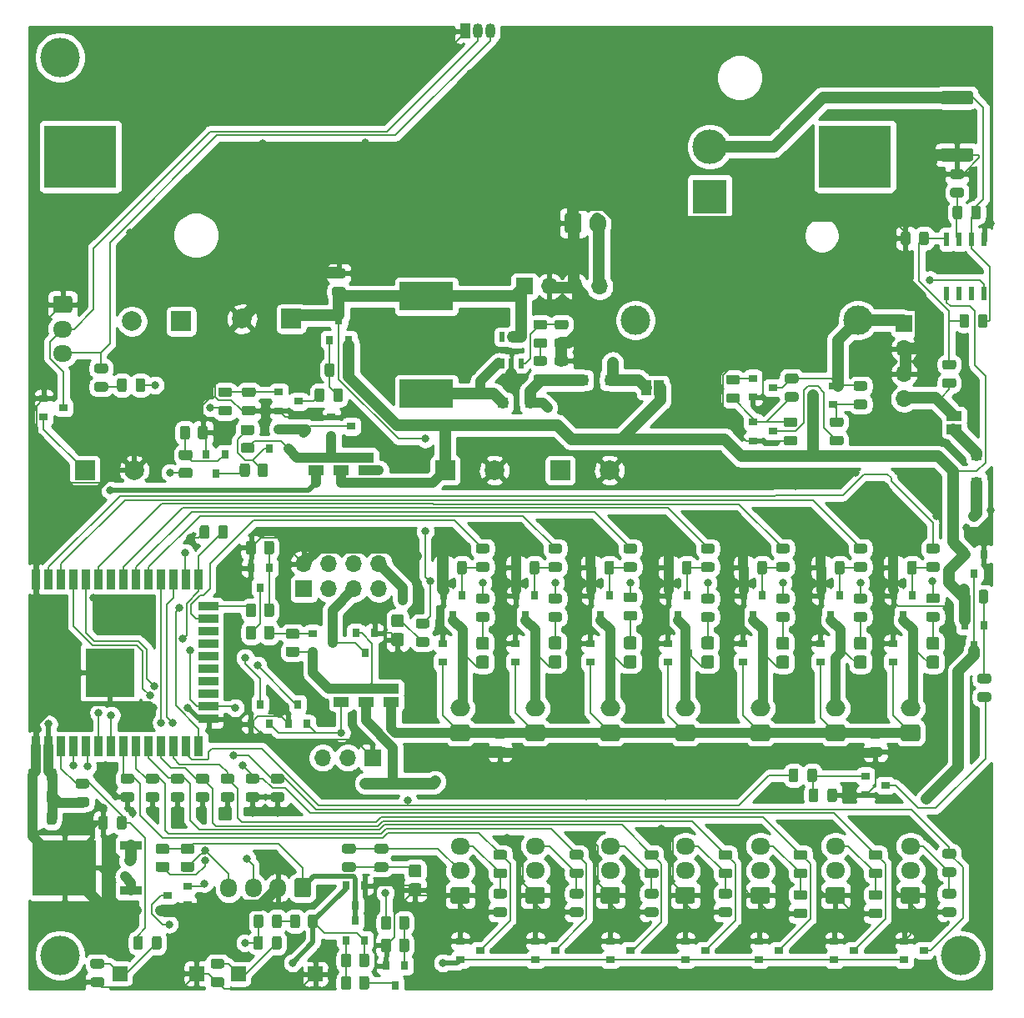
<source format=gbr>
G04 #@! TF.GenerationSoftware,KiCad,Pcbnew,5.1.10*
G04 #@! TF.CreationDate,2021-06-10T23:09:58+02:00*
G04 #@! TF.ProjectId,PlantCtrlESP32,506c616e-7443-4747-926c-45535033322e,rev?*
G04 #@! TF.SameCoordinates,Original*
G04 #@! TF.FileFunction,Copper,L1,Top*
G04 #@! TF.FilePolarity,Positive*
%FSLAX46Y46*%
G04 Gerber Fmt 4.6, Leading zero omitted, Abs format (unit mm)*
G04 Created by KiCad (PCBNEW 5.1.10) date 2021-06-10 23:09:58*
%MOMM*%
%LPD*%
G01*
G04 APERTURE LIST*
G04 #@! TA.AperFunction,SMDPad,CuDef*
%ADD10R,0.900000X0.800000*%
G04 #@! TD*
G04 #@! TA.AperFunction,ComponentPad*
%ADD11O,1.700000X1.700000*%
G04 #@! TD*
G04 #@! TA.AperFunction,ComponentPad*
%ADD12R,1.700000X1.700000*%
G04 #@! TD*
G04 #@! TA.AperFunction,SMDPad,CuDef*
%ADD13R,1.500000X1.000000*%
G04 #@! TD*
G04 #@! TA.AperFunction,SMDPad,CuDef*
%ADD14R,0.800000X0.900000*%
G04 #@! TD*
G04 #@! TA.AperFunction,ComponentPad*
%ADD15O,1.700000X1.950000*%
G04 #@! TD*
G04 #@! TA.AperFunction,ComponentPad*
%ADD16O,1.950000X1.700000*%
G04 #@! TD*
G04 #@! TA.AperFunction,SMDPad,CuDef*
%ADD17R,1.500000X1.500000*%
G04 #@! TD*
G04 #@! TA.AperFunction,ComponentPad*
%ADD18C,2.000000*%
G04 #@! TD*
G04 #@! TA.AperFunction,ComponentPad*
%ADD19R,2.000000X2.000000*%
G04 #@! TD*
G04 #@! TA.AperFunction,ComponentPad*
%ADD20C,3.500120*%
G04 #@! TD*
G04 #@! TA.AperFunction,ComponentPad*
%ADD21R,3.500120X3.500120*%
G04 #@! TD*
G04 #@! TA.AperFunction,ComponentPad*
%ADD22R,7.340000X6.350000*%
G04 #@! TD*
G04 #@! TA.AperFunction,SMDPad,CuDef*
%ADD23R,1.000000X1.500000*%
G04 #@! TD*
G04 #@! TA.AperFunction,ComponentPad*
%ADD24O,1.700000X2.000000*%
G04 #@! TD*
G04 #@! TA.AperFunction,SMDPad,CuDef*
%ADD25R,0.533400X1.460500*%
G04 #@! TD*
G04 #@! TA.AperFunction,SMDPad,CuDef*
%ADD26R,1.100000X1.100000*%
G04 #@! TD*
G04 #@! TA.AperFunction,SMDPad,CuDef*
%ADD27R,0.550000X1.000000*%
G04 #@! TD*
G04 #@! TA.AperFunction,SMDPad,CuDef*
%ADD28R,6.490000X5.630000*%
G04 #@! TD*
G04 #@! TA.AperFunction,SMDPad,CuDef*
%ADD29R,2.220000X0.960000*%
G04 #@! TD*
G04 #@! TA.AperFunction,SMDPad,CuDef*
%ADD30R,5.400000X2.900000*%
G04 #@! TD*
G04 #@! TA.AperFunction,ComponentPad*
%ADD31C,3.000000*%
G04 #@! TD*
G04 #@! TA.AperFunction,ComponentPad*
%ADD32R,1.050000X1.500000*%
G04 #@! TD*
G04 #@! TA.AperFunction,ComponentPad*
%ADD33O,1.050000X1.500000*%
G04 #@! TD*
G04 #@! TA.AperFunction,ComponentPad*
%ADD34O,2.000000X1.700000*%
G04 #@! TD*
G04 #@! TA.AperFunction,SMDPad,CuDef*
%ADD35R,5.000000X5.000000*%
G04 #@! TD*
G04 #@! TA.AperFunction,SMDPad,CuDef*
%ADD36R,0.900000X2.000000*%
G04 #@! TD*
G04 #@! TA.AperFunction,SMDPad,CuDef*
%ADD37R,2.000000X0.900000*%
G04 #@! TD*
G04 #@! TA.AperFunction,ViaPad*
%ADD38C,4.000000*%
G04 #@! TD*
G04 #@! TA.AperFunction,ViaPad*
%ADD39C,0.800000*%
G04 #@! TD*
G04 #@! TA.AperFunction,ViaPad*
%ADD40C,1.200000*%
G04 #@! TD*
G04 #@! TA.AperFunction,Conductor*
%ADD41C,0.200000*%
G04 #@! TD*
G04 #@! TA.AperFunction,Conductor*
%ADD42C,1.000000*%
G04 #@! TD*
G04 #@! TA.AperFunction,Conductor*
%ADD43C,0.500000*%
G04 #@! TD*
G04 #@! TA.AperFunction,Conductor*
%ADD44C,1.200000*%
G04 #@! TD*
G04 #@! TA.AperFunction,Conductor*
%ADD45C,0.254000*%
G04 #@! TD*
G04 #@! TA.AperFunction,Conductor*
%ADD46C,0.100000*%
G04 #@! TD*
G04 APERTURE END LIST*
D10*
X203565000Y-81915000D03*
X201565000Y-82865000D03*
X201565000Y-80965000D03*
D11*
X206375000Y-95885000D03*
X206375000Y-98425000D03*
X203835000Y-95885000D03*
X203835000Y-98425000D03*
X201295000Y-95885000D03*
X201295000Y-98425000D03*
X198755000Y-95885000D03*
D12*
X198755000Y-98425000D03*
D13*
X205105000Y-85075000D03*
X205105000Y-86375000D03*
X200025000Y-85060000D03*
X200025000Y-86360000D03*
X202565000Y-85075000D03*
X202565000Y-86375000D03*
X207645000Y-108570000D03*
X207645000Y-109870000D03*
X202565000Y-108570000D03*
X202565000Y-109870000D03*
X205105000Y-108570000D03*
X205105000Y-109870000D03*
G04 #@! TA.AperFunction,SMDPad,CuDef*
G36*
G01*
X192589999Y-83585000D02*
X193490001Y-83585000D01*
G75*
G02*
X193740000Y-83834999I0J-249999D01*
G01*
X193740000Y-84360001D01*
G75*
G02*
X193490001Y-84610000I-249999J0D01*
G01*
X192589999Y-84610000D01*
G75*
G02*
X192340000Y-84360001I0J249999D01*
G01*
X192340000Y-83834999D01*
G75*
G02*
X192589999Y-83585000I249999J0D01*
G01*
G37*
G04 #@! TD.AperFunction*
G04 #@! TA.AperFunction,SMDPad,CuDef*
G36*
G01*
X192589999Y-81760000D02*
X193490001Y-81760000D01*
G75*
G02*
X193740000Y-82009999I0J-249999D01*
G01*
X193740000Y-82535001D01*
G75*
G02*
X193490001Y-82785000I-249999J0D01*
G01*
X192589999Y-82785000D01*
G75*
G02*
X192340000Y-82535001I0J249999D01*
G01*
X192340000Y-82009999D01*
G75*
G02*
X192589999Y-81760000I249999J0D01*
G01*
G37*
G04 #@! TD.AperFunction*
G04 #@! TA.AperFunction,SMDPad,CuDef*
G36*
G01*
X193275000Y-85909999D02*
X193275000Y-86810001D01*
G75*
G02*
X193025001Y-87060000I-249999J0D01*
G01*
X192499999Y-87060000D01*
G75*
G02*
X192250000Y-86810001I0J249999D01*
G01*
X192250000Y-85909999D01*
G75*
G02*
X192499999Y-85660000I249999J0D01*
G01*
X193025001Y-85660000D01*
G75*
G02*
X193275000Y-85909999I0J-249999D01*
G01*
G37*
G04 #@! TD.AperFunction*
G04 #@! TA.AperFunction,SMDPad,CuDef*
G36*
G01*
X195100000Y-85909999D02*
X195100000Y-86810001D01*
G75*
G02*
X194850001Y-87060000I-249999J0D01*
G01*
X194324999Y-87060000D01*
G75*
G02*
X194075000Y-86810001I0J249999D01*
G01*
X194075000Y-85909999D01*
G75*
G02*
X194324999Y-85660000I249999J0D01*
G01*
X194850001Y-85660000D01*
G75*
G02*
X195100000Y-85909999I0J-249999D01*
G01*
G37*
G04 #@! TD.AperFunction*
G04 #@! TA.AperFunction,SMDPad,CuDef*
G36*
G01*
X188002500Y-83000001D02*
X188002500Y-82099999D01*
G75*
G02*
X188252499Y-81850000I249999J0D01*
G01*
X188777501Y-81850000D01*
G75*
G02*
X189027500Y-82099999I0J-249999D01*
G01*
X189027500Y-83000001D01*
G75*
G02*
X188777501Y-83250000I-249999J0D01*
G01*
X188252499Y-83250000D01*
G75*
G02*
X188002500Y-83000001I0J249999D01*
G01*
G37*
G04 #@! TD.AperFunction*
G04 #@! TA.AperFunction,SMDPad,CuDef*
G36*
G01*
X186177500Y-83000001D02*
X186177500Y-82099999D01*
G75*
G02*
X186427499Y-81850000I249999J0D01*
G01*
X186952501Y-81850000D01*
G75*
G02*
X187202500Y-82099999I0J-249999D01*
G01*
X187202500Y-83000001D01*
G75*
G02*
X186952501Y-83250000I-249999J0D01*
G01*
X186427499Y-83250000D01*
G75*
G02*
X186177500Y-83000001I0J249999D01*
G01*
G37*
G04 #@! TD.AperFunction*
G04 #@! TA.AperFunction,SMDPad,CuDef*
G36*
G01*
X186303499Y-86125000D02*
X187203501Y-86125000D01*
G75*
G02*
X187453500Y-86374999I0J-249999D01*
G01*
X187453500Y-86900001D01*
G75*
G02*
X187203501Y-87150000I-249999J0D01*
G01*
X186303499Y-87150000D01*
G75*
G02*
X186053500Y-86900001I0J249999D01*
G01*
X186053500Y-86374999D01*
G75*
G02*
X186303499Y-86125000I249999J0D01*
G01*
G37*
G04 #@! TD.AperFunction*
G04 #@! TA.AperFunction,SMDPad,CuDef*
G36*
G01*
X186303499Y-84300000D02*
X187203501Y-84300000D01*
G75*
G02*
X187453500Y-84549999I0J-249999D01*
G01*
X187453500Y-85075001D01*
G75*
G02*
X187203501Y-85325000I-249999J0D01*
G01*
X186303499Y-85325000D01*
G75*
G02*
X186053500Y-85075001I0J249999D01*
G01*
X186053500Y-84549999D01*
G75*
G02*
X186303499Y-84300000I249999J0D01*
G01*
G37*
G04 #@! TD.AperFunction*
G04 #@! TA.AperFunction,SMDPad,CuDef*
G36*
G01*
X197161999Y-104286000D02*
X198062001Y-104286000D01*
G75*
G02*
X198312000Y-104535999I0J-249999D01*
G01*
X198312000Y-105061001D01*
G75*
G02*
X198062001Y-105311000I-249999J0D01*
G01*
X197161999Y-105311000D01*
G75*
G02*
X196912000Y-105061001I0J249999D01*
G01*
X196912000Y-104535999D01*
G75*
G02*
X197161999Y-104286000I249999J0D01*
G01*
G37*
G04 #@! TD.AperFunction*
G04 #@! TA.AperFunction,SMDPad,CuDef*
G36*
G01*
X197161999Y-102461000D02*
X198062001Y-102461000D01*
G75*
G02*
X198312000Y-102710999I0J-249999D01*
G01*
X198312000Y-103236001D01*
G75*
G02*
X198062001Y-103486000I-249999J0D01*
G01*
X197161999Y-103486000D01*
G75*
G02*
X196912000Y-103236001I0J249999D01*
G01*
X196912000Y-102710999D01*
G75*
G02*
X197161999Y-102461000I249999J0D01*
G01*
G37*
G04 #@! TD.AperFunction*
G04 #@! TA.AperFunction,SMDPad,CuDef*
G36*
G01*
X193910000Y-102419999D02*
X193910000Y-103320001D01*
G75*
G02*
X193660001Y-103570000I-249999J0D01*
G01*
X193134999Y-103570000D01*
G75*
G02*
X192885000Y-103320001I0J249999D01*
G01*
X192885000Y-102419999D01*
G75*
G02*
X193134999Y-102170000I249999J0D01*
G01*
X193660001Y-102170000D01*
G75*
G02*
X193910000Y-102419999I0J-249999D01*
G01*
G37*
G04 #@! TD.AperFunction*
G04 #@! TA.AperFunction,SMDPad,CuDef*
G36*
G01*
X195735000Y-102419999D02*
X195735000Y-103320001D01*
G75*
G02*
X195485001Y-103570000I-249999J0D01*
G01*
X194959999Y-103570000D01*
G75*
G02*
X194710000Y-103320001I0J249999D01*
G01*
X194710000Y-102419999D01*
G75*
G02*
X194959999Y-102170000I249999J0D01*
G01*
X195485001Y-102170000D01*
G75*
G02*
X195735000Y-102419999I0J-249999D01*
G01*
G37*
G04 #@! TD.AperFunction*
G04 #@! TA.AperFunction,SMDPad,CuDef*
G36*
G01*
X193910000Y-93783999D02*
X193910000Y-94684001D01*
G75*
G02*
X193660001Y-94934000I-249999J0D01*
G01*
X193134999Y-94934000D01*
G75*
G02*
X192885000Y-94684001I0J249999D01*
G01*
X192885000Y-93783999D01*
G75*
G02*
X193134999Y-93534000I249999J0D01*
G01*
X193660001Y-93534000D01*
G75*
G02*
X193910000Y-93783999I0J-249999D01*
G01*
G37*
G04 #@! TD.AperFunction*
G04 #@! TA.AperFunction,SMDPad,CuDef*
G36*
G01*
X195735000Y-93783999D02*
X195735000Y-94684001D01*
G75*
G02*
X195485001Y-94934000I-249999J0D01*
G01*
X194959999Y-94934000D01*
G75*
G02*
X194710000Y-94684001I0J249999D01*
G01*
X194710000Y-93783999D01*
G75*
G02*
X194959999Y-93534000I249999J0D01*
G01*
X195485001Y-93534000D01*
G75*
G02*
X195735000Y-93783999I0J-249999D01*
G01*
G37*
G04 #@! TD.AperFunction*
G04 #@! TA.AperFunction,SMDPad,CuDef*
G36*
G01*
X193910000Y-100133999D02*
X193910000Y-101034001D01*
G75*
G02*
X193660001Y-101284000I-249999J0D01*
G01*
X193134999Y-101284000D01*
G75*
G02*
X192885000Y-101034001I0J249999D01*
G01*
X192885000Y-100133999D01*
G75*
G02*
X193134999Y-99884000I249999J0D01*
G01*
X193660001Y-99884000D01*
G75*
G02*
X193910000Y-100133999I0J-249999D01*
G01*
G37*
G04 #@! TD.AperFunction*
G04 #@! TA.AperFunction,SMDPad,CuDef*
G36*
G01*
X195735000Y-100133999D02*
X195735000Y-101034001D01*
G75*
G02*
X195485001Y-101284000I-249999J0D01*
G01*
X194959999Y-101284000D01*
G75*
G02*
X194710000Y-101034001I0J249999D01*
G01*
X194710000Y-100133999D01*
G75*
G02*
X194959999Y-99884000I249999J0D01*
G01*
X195485001Y-99884000D01*
G75*
G02*
X195735000Y-100133999I0J-249999D01*
G01*
G37*
G04 #@! TD.AperFunction*
D14*
X196215000Y-82185000D03*
X197165000Y-84185000D03*
X195265000Y-84185000D03*
D10*
X201660000Y-103886000D03*
X199660000Y-104836000D03*
X199660000Y-102936000D03*
D14*
X189801500Y-86725000D03*
X188851500Y-84725000D03*
X190751500Y-84725000D03*
X194310000Y-98282000D03*
X193360000Y-96282000D03*
X195260000Y-96282000D03*
X198120000Y-110125000D03*
X199070000Y-112125000D03*
X197170000Y-112125000D03*
X204978000Y-104886000D03*
X204028000Y-102886000D03*
X205928000Y-102886000D03*
X194310000Y-110125000D03*
X195260000Y-112125000D03*
X193360000Y-112125000D03*
D10*
X184928000Y-129540000D03*
X186928000Y-128590000D03*
X186928000Y-130490000D03*
G04 #@! TA.AperFunction,SMDPad,CuDef*
G36*
G01*
X204362000Y-136594001D02*
X204362000Y-135693999D01*
G75*
G02*
X204611999Y-135444000I249999J0D01*
G01*
X205137001Y-135444000D01*
G75*
G02*
X205387000Y-135693999I0J-249999D01*
G01*
X205387000Y-136594001D01*
G75*
G02*
X205137001Y-136844000I-249999J0D01*
G01*
X204611999Y-136844000D01*
G75*
G02*
X204362000Y-136594001I0J249999D01*
G01*
G37*
G04 #@! TD.AperFunction*
G04 #@! TA.AperFunction,SMDPad,CuDef*
G36*
G01*
X202537000Y-136594001D02*
X202537000Y-135693999D01*
G75*
G02*
X202786999Y-135444000I249999J0D01*
G01*
X203312001Y-135444000D01*
G75*
G02*
X203562000Y-135693999I0J-249999D01*
G01*
X203562000Y-136594001D01*
G75*
G02*
X203312001Y-136844000I-249999J0D01*
G01*
X202786999Y-136844000D01*
G75*
G02*
X202537000Y-136594001I0J249999D01*
G01*
G37*
G04 #@! TD.AperFunction*
G04 #@! TA.AperFunction,SMDPad,CuDef*
G36*
G01*
X204362000Y-138880001D02*
X204362000Y-137979999D01*
G75*
G02*
X204611999Y-137730000I249999J0D01*
G01*
X205137001Y-137730000D01*
G75*
G02*
X205387000Y-137979999I0J-249999D01*
G01*
X205387000Y-138880001D01*
G75*
G02*
X205137001Y-139130000I-249999J0D01*
G01*
X204611999Y-139130000D01*
G75*
G02*
X204362000Y-138880001I0J249999D01*
G01*
G37*
G04 #@! TD.AperFunction*
G04 #@! TA.AperFunction,SMDPad,CuDef*
G36*
G01*
X202537000Y-138880001D02*
X202537000Y-137979999D01*
G75*
G02*
X202786999Y-137730000I249999J0D01*
G01*
X203312001Y-137730000D01*
G75*
G02*
X203562000Y-137979999I0J-249999D01*
G01*
X203562000Y-138880001D01*
G75*
G02*
X203312001Y-139130000I-249999J0D01*
G01*
X202786999Y-139130000D01*
G75*
G02*
X202537000Y-138880001I0J249999D01*
G01*
G37*
G04 #@! TD.AperFunction*
G04 #@! TA.AperFunction,SMDPad,CuDef*
G36*
G01*
X207626000Y-134169999D02*
X207626000Y-135070001D01*
G75*
G02*
X207376001Y-135320000I-249999J0D01*
G01*
X206850999Y-135320000D01*
G75*
G02*
X206601000Y-135070001I0J249999D01*
G01*
X206601000Y-134169999D01*
G75*
G02*
X206850999Y-133920000I249999J0D01*
G01*
X207376001Y-133920000D01*
G75*
G02*
X207626000Y-134169999I0J-249999D01*
G01*
G37*
G04 #@! TD.AperFunction*
G04 #@! TA.AperFunction,SMDPad,CuDef*
G36*
G01*
X209451000Y-134169999D02*
X209451000Y-135070001D01*
G75*
G02*
X209201001Y-135320000I-249999J0D01*
G01*
X208675999Y-135320000D01*
G75*
G02*
X208426000Y-135070001I0J249999D01*
G01*
X208426000Y-134169999D01*
G75*
G02*
X208675999Y-133920000I249999J0D01*
G01*
X209201001Y-133920000D01*
G75*
G02*
X209451000Y-134169999I0J-249999D01*
G01*
G37*
G04 #@! TD.AperFunction*
G04 #@! TA.AperFunction,SMDPad,CuDef*
G36*
G01*
X207626000Y-131883999D02*
X207626000Y-132784001D01*
G75*
G02*
X207376001Y-133034000I-249999J0D01*
G01*
X206850999Y-133034000D01*
G75*
G02*
X206601000Y-132784001I0J249999D01*
G01*
X206601000Y-131883999D01*
G75*
G02*
X206850999Y-131634000I249999J0D01*
G01*
X207376001Y-131634000D01*
G75*
G02*
X207626000Y-131883999I0J-249999D01*
G01*
G37*
G04 #@! TD.AperFunction*
G04 #@! TA.AperFunction,SMDPad,CuDef*
G36*
G01*
X209451000Y-131883999D02*
X209451000Y-132784001D01*
G75*
G02*
X209201001Y-133034000I-249999J0D01*
G01*
X208675999Y-133034000D01*
G75*
G02*
X208426000Y-132784001I0J249999D01*
G01*
X208426000Y-131883999D01*
G75*
G02*
X208675999Y-131634000I249999J0D01*
G01*
X209201001Y-131634000D01*
G75*
G02*
X209451000Y-131883999I0J-249999D01*
G01*
G37*
G04 #@! TD.AperFunction*
G04 #@! TA.AperFunction,SMDPad,CuDef*
G36*
G01*
X186493999Y-126130000D02*
X187394001Y-126130000D01*
G75*
G02*
X187644000Y-126379999I0J-249999D01*
G01*
X187644000Y-126905001D01*
G75*
G02*
X187394001Y-127155000I-249999J0D01*
G01*
X186493999Y-127155000D01*
G75*
G02*
X186244000Y-126905001I0J249999D01*
G01*
X186244000Y-126379999D01*
G75*
G02*
X186493999Y-126130000I249999J0D01*
G01*
G37*
G04 #@! TD.AperFunction*
G04 #@! TA.AperFunction,SMDPad,CuDef*
G36*
G01*
X186493999Y-124305000D02*
X187394001Y-124305000D01*
G75*
G02*
X187644000Y-124554999I0J-249999D01*
G01*
X187644000Y-125080001D01*
G75*
G02*
X187394001Y-125330000I-249999J0D01*
G01*
X186493999Y-125330000D01*
G75*
G02*
X186244000Y-125080001I0J249999D01*
G01*
X186244000Y-124554999D01*
G75*
G02*
X186493999Y-124305000I249999J0D01*
G01*
G37*
G04 #@! TD.AperFunction*
G04 #@! TA.AperFunction,SMDPad,CuDef*
G36*
G01*
X183953999Y-126130000D02*
X184854001Y-126130000D01*
G75*
G02*
X185104000Y-126379999I0J-249999D01*
G01*
X185104000Y-126905001D01*
G75*
G02*
X184854001Y-127155000I-249999J0D01*
G01*
X183953999Y-127155000D01*
G75*
G02*
X183704000Y-126905001I0J249999D01*
G01*
X183704000Y-126379999D01*
G75*
G02*
X183953999Y-126130000I249999J0D01*
G01*
G37*
G04 #@! TD.AperFunction*
G04 #@! TA.AperFunction,SMDPad,CuDef*
G36*
G01*
X183953999Y-124305000D02*
X184854001Y-124305000D01*
G75*
G02*
X185104000Y-124554999I0J-249999D01*
G01*
X185104000Y-125080001D01*
G75*
G02*
X184854001Y-125330000I-249999J0D01*
G01*
X183953999Y-125330000D01*
G75*
G02*
X183704000Y-125080001I0J249999D01*
G01*
X183704000Y-124554999D01*
G75*
G02*
X183953999Y-124305000I249999J0D01*
G01*
G37*
G04 #@! TD.AperFunction*
D14*
X203962000Y-132096000D03*
X204912000Y-134096000D03*
X203012000Y-134096000D03*
X208026000Y-138668000D03*
X207076000Y-136668000D03*
X208976000Y-136668000D03*
X203962000Y-130540000D03*
X203012000Y-128540000D03*
X204912000Y-128540000D03*
D15*
X191128000Y-128778000D03*
X193628000Y-128778000D03*
X196128000Y-128778000D03*
G04 #@! TA.AperFunction,ComponentPad*
G36*
G01*
X199478000Y-128053000D02*
X199478000Y-129503000D01*
G75*
G02*
X199228000Y-129753000I-250000J0D01*
G01*
X198028000Y-129753000D01*
G75*
G02*
X197778000Y-129503000I0J250000D01*
G01*
X197778000Y-128053000D01*
G75*
G02*
X198028000Y-127803000I250000J0D01*
G01*
X199228000Y-127803000D01*
G75*
G02*
X199478000Y-128053000I0J-250000D01*
G01*
G37*
G04 #@! TD.AperFunction*
G04 #@! TA.AperFunction,SMDPad,CuDef*
G36*
G01*
X199180000Y-132620001D02*
X199180000Y-131719999D01*
G75*
G02*
X199429999Y-131470000I249999J0D01*
G01*
X199955001Y-131470000D01*
G75*
G02*
X200205000Y-131719999I0J-249999D01*
G01*
X200205000Y-132620001D01*
G75*
G02*
X199955001Y-132870000I-249999J0D01*
G01*
X199429999Y-132870000D01*
G75*
G02*
X199180000Y-132620001I0J249999D01*
G01*
G37*
G04 #@! TD.AperFunction*
G04 #@! TA.AperFunction,SMDPad,CuDef*
G36*
G01*
X197355000Y-132620001D02*
X197355000Y-131719999D01*
G75*
G02*
X197604999Y-131470000I249999J0D01*
G01*
X198130001Y-131470000D01*
G75*
G02*
X198380000Y-131719999I0J-249999D01*
G01*
X198380000Y-132620001D01*
G75*
G02*
X198130001Y-132870000I-249999J0D01*
G01*
X197604999Y-132870000D01*
G75*
G02*
X197355000Y-132620001I0J249999D01*
G01*
G37*
G04 #@! TD.AperFunction*
G04 #@! TA.AperFunction,SMDPad,CuDef*
G36*
G01*
X224460750Y-72967000D02*
X225373250Y-72967000D01*
G75*
G02*
X225617000Y-73210750I0J-243750D01*
G01*
X225617000Y-73698250D01*
G75*
G02*
X225373250Y-73942000I-243750J0D01*
G01*
X224460750Y-73942000D01*
G75*
G02*
X224217000Y-73698250I0J243750D01*
G01*
X224217000Y-73210750D01*
G75*
G02*
X224460750Y-72967000I243750J0D01*
G01*
G37*
G04 #@! TD.AperFunction*
G04 #@! TA.AperFunction,SMDPad,CuDef*
G36*
G01*
X224460750Y-71092000D02*
X225373250Y-71092000D01*
G75*
G02*
X225617000Y-71335750I0J-243750D01*
G01*
X225617000Y-71823250D01*
G75*
G02*
X225373250Y-72067000I-243750J0D01*
G01*
X224460750Y-72067000D01*
G75*
G02*
X224217000Y-71823250I0J243750D01*
G01*
X224217000Y-71335750D01*
G75*
G02*
X224460750Y-71092000I243750J0D01*
G01*
G37*
G04 #@! TD.AperFunction*
G04 #@! TA.AperFunction,SMDPad,CuDef*
G36*
G01*
X223214250Y-72067000D02*
X222301750Y-72067000D01*
G75*
G02*
X222058000Y-71823250I0J243750D01*
G01*
X222058000Y-71335750D01*
G75*
G02*
X222301750Y-71092000I243750J0D01*
G01*
X223214250Y-71092000D01*
G75*
G02*
X223458000Y-71335750I0J-243750D01*
G01*
X223458000Y-71823250D01*
G75*
G02*
X223214250Y-72067000I-243750J0D01*
G01*
G37*
G04 #@! TD.AperFunction*
G04 #@! TA.AperFunction,SMDPad,CuDef*
G36*
G01*
X223214250Y-73942000D02*
X222301750Y-73942000D01*
G75*
G02*
X222058000Y-73698250I0J243750D01*
G01*
X222058000Y-73210750D01*
G75*
G02*
X222301750Y-72967000I243750J0D01*
G01*
X223214250Y-72967000D01*
G75*
G02*
X223458000Y-73210750I0J-243750D01*
G01*
X223458000Y-73698250D01*
G75*
G02*
X223214250Y-73942000I-243750J0D01*
G01*
G37*
G04 #@! TD.AperFunction*
G04 #@! TA.AperFunction,SMDPad,CuDef*
G36*
G01*
X223214250Y-75750000D02*
X222301750Y-75750000D01*
G75*
G02*
X222058000Y-75506250I0J243750D01*
G01*
X222058000Y-75018750D01*
G75*
G02*
X222301750Y-74775000I243750J0D01*
G01*
X223214250Y-74775000D01*
G75*
G02*
X223458000Y-75018750I0J-243750D01*
G01*
X223458000Y-75506250D01*
G75*
G02*
X223214250Y-75750000I-243750J0D01*
G01*
G37*
G04 #@! TD.AperFunction*
G04 #@! TA.AperFunction,SMDPad,CuDef*
G36*
G01*
X223214250Y-77625000D02*
X222301750Y-77625000D01*
G75*
G02*
X222058000Y-77381250I0J243750D01*
G01*
X222058000Y-76893750D01*
G75*
G02*
X222301750Y-76650000I243750J0D01*
G01*
X223214250Y-76650000D01*
G75*
G02*
X223458000Y-76893750I0J-243750D01*
G01*
X223458000Y-77381250D01*
G75*
G02*
X223214250Y-77625000I-243750J0D01*
G01*
G37*
G04 #@! TD.AperFunction*
G04 #@! TA.AperFunction,SMDPad,CuDef*
G36*
G01*
X207085250Y-125280000D02*
X206172750Y-125280000D01*
G75*
G02*
X205929000Y-125036250I0J243750D01*
G01*
X205929000Y-124548750D01*
G75*
G02*
X206172750Y-124305000I243750J0D01*
G01*
X207085250Y-124305000D01*
G75*
G02*
X207329000Y-124548750I0J-243750D01*
G01*
X207329000Y-125036250D01*
G75*
G02*
X207085250Y-125280000I-243750J0D01*
G01*
G37*
G04 #@! TD.AperFunction*
G04 #@! TA.AperFunction,SMDPad,CuDef*
G36*
G01*
X207085250Y-127155000D02*
X206172750Y-127155000D01*
G75*
G02*
X205929000Y-126911250I0J243750D01*
G01*
X205929000Y-126423750D01*
G75*
G02*
X206172750Y-126180000I243750J0D01*
G01*
X207085250Y-126180000D01*
G75*
G02*
X207329000Y-126423750I0J-243750D01*
G01*
X207329000Y-126911250D01*
G75*
G02*
X207085250Y-127155000I-243750J0D01*
G01*
G37*
G04 #@! TD.AperFunction*
G04 #@! TA.AperFunction,SMDPad,CuDef*
G36*
G01*
X181679000Y-78180250D02*
X181679000Y-77267750D01*
G75*
G02*
X181922750Y-77024000I243750J0D01*
G01*
X182410250Y-77024000D01*
G75*
G02*
X182654000Y-77267750I0J-243750D01*
G01*
X182654000Y-78180250D01*
G75*
G02*
X182410250Y-78424000I-243750J0D01*
G01*
X181922750Y-78424000D01*
G75*
G02*
X181679000Y-78180250I0J243750D01*
G01*
G37*
G04 #@! TD.AperFunction*
G04 #@! TA.AperFunction,SMDPad,CuDef*
G36*
G01*
X179804000Y-78180250D02*
X179804000Y-77267750D01*
G75*
G02*
X180047750Y-77024000I243750J0D01*
G01*
X180535250Y-77024000D01*
G75*
G02*
X180779000Y-77267750I0J-243750D01*
G01*
X180779000Y-78180250D01*
G75*
G02*
X180535250Y-78424000I-243750J0D01*
G01*
X180047750Y-78424000D01*
G75*
G02*
X179804000Y-78180250I0J243750D01*
G01*
G37*
G04 #@! TD.AperFunction*
G04 #@! TA.AperFunction,SMDPad,CuDef*
G36*
G01*
X203783250Y-125280000D02*
X202870750Y-125280000D01*
G75*
G02*
X202627000Y-125036250I0J243750D01*
G01*
X202627000Y-124548750D01*
G75*
G02*
X202870750Y-124305000I243750J0D01*
G01*
X203783250Y-124305000D01*
G75*
G02*
X204027000Y-124548750I0J-243750D01*
G01*
X204027000Y-125036250D01*
G75*
G02*
X203783250Y-125280000I-243750J0D01*
G01*
G37*
G04 #@! TD.AperFunction*
G04 #@! TA.AperFunction,SMDPad,CuDef*
G36*
G01*
X203783250Y-127155000D02*
X202870750Y-127155000D01*
G75*
G02*
X202627000Y-126911250I0J243750D01*
G01*
X202627000Y-126423750D01*
G75*
G02*
X202870750Y-126180000I243750J0D01*
G01*
X203783250Y-126180000D01*
G75*
G02*
X204027000Y-126423750I0J-243750D01*
G01*
X204027000Y-126911250D01*
G75*
G02*
X203783250Y-127155000I-243750J0D01*
G01*
G37*
G04 #@! TD.AperFunction*
G04 #@! TA.AperFunction,SMDPad,CuDef*
G36*
G01*
X178637250Y-76512000D02*
X177724750Y-76512000D01*
G75*
G02*
X177481000Y-76268250I0J243750D01*
G01*
X177481000Y-75780750D01*
G75*
G02*
X177724750Y-75537000I243750J0D01*
G01*
X178637250Y-75537000D01*
G75*
G02*
X178881000Y-75780750I0J-243750D01*
G01*
X178881000Y-76268250D01*
G75*
G02*
X178637250Y-76512000I-243750J0D01*
G01*
G37*
G04 #@! TD.AperFunction*
G04 #@! TA.AperFunction,SMDPad,CuDef*
G36*
G01*
X178637250Y-78387000D02*
X177724750Y-78387000D01*
G75*
G02*
X177481000Y-78143250I0J243750D01*
G01*
X177481000Y-77655750D01*
G75*
G02*
X177724750Y-77412000I243750J0D01*
G01*
X178637250Y-77412000D01*
G75*
G02*
X178881000Y-77655750I0J-243750D01*
G01*
X178881000Y-78143250D01*
G75*
G02*
X178637250Y-78387000I-243750J0D01*
G01*
G37*
G04 #@! TD.AperFunction*
G04 #@! TA.AperFunction,SMDPad,CuDef*
G36*
G01*
X264743250Y-129852000D02*
X263830750Y-129852000D01*
G75*
G02*
X263587000Y-129608250I0J243750D01*
G01*
X263587000Y-129120750D01*
G75*
G02*
X263830750Y-128877000I243750J0D01*
G01*
X264743250Y-128877000D01*
G75*
G02*
X264987000Y-129120750I0J-243750D01*
G01*
X264987000Y-129608250D01*
G75*
G02*
X264743250Y-129852000I-243750J0D01*
G01*
G37*
G04 #@! TD.AperFunction*
G04 #@! TA.AperFunction,SMDPad,CuDef*
G36*
G01*
X264743250Y-131727000D02*
X263830750Y-131727000D01*
G75*
G02*
X263587000Y-131483250I0J243750D01*
G01*
X263587000Y-130995750D01*
G75*
G02*
X263830750Y-130752000I243750J0D01*
G01*
X264743250Y-130752000D01*
G75*
G02*
X264987000Y-130995750I0J-243750D01*
G01*
X264987000Y-131483250D01*
G75*
G02*
X264743250Y-131727000I-243750J0D01*
G01*
G37*
G04 #@! TD.AperFunction*
G04 #@! TA.AperFunction,SMDPad,CuDef*
G36*
G01*
X257250250Y-129979000D02*
X256337750Y-129979000D01*
G75*
G02*
X256094000Y-129735250I0J243750D01*
G01*
X256094000Y-129247750D01*
G75*
G02*
X256337750Y-129004000I243750J0D01*
G01*
X257250250Y-129004000D01*
G75*
G02*
X257494000Y-129247750I0J-243750D01*
G01*
X257494000Y-129735250D01*
G75*
G02*
X257250250Y-129979000I-243750J0D01*
G01*
G37*
G04 #@! TD.AperFunction*
G04 #@! TA.AperFunction,SMDPad,CuDef*
G36*
G01*
X257250250Y-131854000D02*
X256337750Y-131854000D01*
G75*
G02*
X256094000Y-131610250I0J243750D01*
G01*
X256094000Y-131122750D01*
G75*
G02*
X256337750Y-130879000I243750J0D01*
G01*
X257250250Y-130879000D01*
G75*
G02*
X257494000Y-131122750I0J-243750D01*
G01*
X257494000Y-131610250D01*
G75*
G02*
X257250250Y-131854000I-243750J0D01*
G01*
G37*
G04 #@! TD.AperFunction*
G04 #@! TA.AperFunction,SMDPad,CuDef*
G36*
G01*
X249630250Y-129979000D02*
X248717750Y-129979000D01*
G75*
G02*
X248474000Y-129735250I0J243750D01*
G01*
X248474000Y-129247750D01*
G75*
G02*
X248717750Y-129004000I243750J0D01*
G01*
X249630250Y-129004000D01*
G75*
G02*
X249874000Y-129247750I0J-243750D01*
G01*
X249874000Y-129735250D01*
G75*
G02*
X249630250Y-129979000I-243750J0D01*
G01*
G37*
G04 #@! TD.AperFunction*
G04 #@! TA.AperFunction,SMDPad,CuDef*
G36*
G01*
X249630250Y-131854000D02*
X248717750Y-131854000D01*
G75*
G02*
X248474000Y-131610250I0J243750D01*
G01*
X248474000Y-131122750D01*
G75*
G02*
X248717750Y-130879000I243750J0D01*
G01*
X249630250Y-130879000D01*
G75*
G02*
X249874000Y-131122750I0J-243750D01*
G01*
X249874000Y-131610250D01*
G75*
G02*
X249630250Y-131854000I-243750J0D01*
G01*
G37*
G04 #@! TD.AperFunction*
G04 #@! TA.AperFunction,SMDPad,CuDef*
G36*
G01*
X242010250Y-129852000D02*
X241097750Y-129852000D01*
G75*
G02*
X240854000Y-129608250I0J243750D01*
G01*
X240854000Y-129120750D01*
G75*
G02*
X241097750Y-128877000I243750J0D01*
G01*
X242010250Y-128877000D01*
G75*
G02*
X242254000Y-129120750I0J-243750D01*
G01*
X242254000Y-129608250D01*
G75*
G02*
X242010250Y-129852000I-243750J0D01*
G01*
G37*
G04 #@! TD.AperFunction*
G04 #@! TA.AperFunction,SMDPad,CuDef*
G36*
G01*
X242010250Y-131727000D02*
X241097750Y-131727000D01*
G75*
G02*
X240854000Y-131483250I0J243750D01*
G01*
X240854000Y-130995750D01*
G75*
G02*
X241097750Y-130752000I243750J0D01*
G01*
X242010250Y-130752000D01*
G75*
G02*
X242254000Y-130995750I0J-243750D01*
G01*
X242254000Y-131483250D01*
G75*
G02*
X242010250Y-131727000I-243750J0D01*
G01*
G37*
G04 #@! TD.AperFunction*
G04 #@! TA.AperFunction,SMDPad,CuDef*
G36*
G01*
X234517250Y-129852000D02*
X233604750Y-129852000D01*
G75*
G02*
X233361000Y-129608250I0J243750D01*
G01*
X233361000Y-129120750D01*
G75*
G02*
X233604750Y-128877000I243750J0D01*
G01*
X234517250Y-128877000D01*
G75*
G02*
X234761000Y-129120750I0J-243750D01*
G01*
X234761000Y-129608250D01*
G75*
G02*
X234517250Y-129852000I-243750J0D01*
G01*
G37*
G04 #@! TD.AperFunction*
G04 #@! TA.AperFunction,SMDPad,CuDef*
G36*
G01*
X234517250Y-131727000D02*
X233604750Y-131727000D01*
G75*
G02*
X233361000Y-131483250I0J243750D01*
G01*
X233361000Y-130995750D01*
G75*
G02*
X233604750Y-130752000I243750J0D01*
G01*
X234517250Y-130752000D01*
G75*
G02*
X234761000Y-130995750I0J-243750D01*
G01*
X234761000Y-131483250D01*
G75*
G02*
X234517250Y-131727000I-243750J0D01*
G01*
G37*
G04 #@! TD.AperFunction*
G04 #@! TA.AperFunction,SMDPad,CuDef*
G36*
G01*
X226897250Y-129852000D02*
X225984750Y-129852000D01*
G75*
G02*
X225741000Y-129608250I0J243750D01*
G01*
X225741000Y-129120750D01*
G75*
G02*
X225984750Y-128877000I243750J0D01*
G01*
X226897250Y-128877000D01*
G75*
G02*
X227141000Y-129120750I0J-243750D01*
G01*
X227141000Y-129608250D01*
G75*
G02*
X226897250Y-129852000I-243750J0D01*
G01*
G37*
G04 #@! TD.AperFunction*
G04 #@! TA.AperFunction,SMDPad,CuDef*
G36*
G01*
X226897250Y-131727000D02*
X225984750Y-131727000D01*
G75*
G02*
X225741000Y-131483250I0J243750D01*
G01*
X225741000Y-130995750D01*
G75*
G02*
X225984750Y-130752000I243750J0D01*
G01*
X226897250Y-130752000D01*
G75*
G02*
X227141000Y-130995750I0J-243750D01*
G01*
X227141000Y-131483250D01*
G75*
G02*
X226897250Y-131727000I-243750J0D01*
G01*
G37*
G04 #@! TD.AperFunction*
G04 #@! TA.AperFunction,SMDPad,CuDef*
G36*
G01*
X219150250Y-129852000D02*
X218237750Y-129852000D01*
G75*
G02*
X217994000Y-129608250I0J243750D01*
G01*
X217994000Y-129120750D01*
G75*
G02*
X218237750Y-128877000I243750J0D01*
G01*
X219150250Y-128877000D01*
G75*
G02*
X219394000Y-129120750I0J-243750D01*
G01*
X219394000Y-129608250D01*
G75*
G02*
X219150250Y-129852000I-243750J0D01*
G01*
G37*
G04 #@! TD.AperFunction*
G04 #@! TA.AperFunction,SMDPad,CuDef*
G36*
G01*
X219150250Y-131727000D02*
X218237750Y-131727000D01*
G75*
G02*
X217994000Y-131483250I0J243750D01*
G01*
X217994000Y-130995750D01*
G75*
G02*
X218237750Y-130752000I243750J0D01*
G01*
X219150250Y-130752000D01*
G75*
G02*
X219394000Y-130995750I0J-243750D01*
G01*
X219394000Y-131483250D01*
G75*
G02*
X219150250Y-131727000I-243750J0D01*
G01*
G37*
G04 #@! TD.AperFunction*
D16*
X222250000Y-124540000D03*
X222250000Y-127040000D03*
G04 #@! TA.AperFunction,ComponentPad*
G36*
G01*
X222975000Y-130390000D02*
X221525000Y-130390000D01*
G75*
G02*
X221275000Y-130140000I0J250000D01*
G01*
X221275000Y-128940000D01*
G75*
G02*
X221525000Y-128690000I250000J0D01*
G01*
X222975000Y-128690000D01*
G75*
G02*
X223225000Y-128940000I0J-250000D01*
G01*
X223225000Y-130140000D01*
G75*
G02*
X222975000Y-130390000I-250000J0D01*
G01*
G37*
G04 #@! TD.AperFunction*
D11*
X200660000Y-115570000D03*
X203200000Y-115570000D03*
D12*
X205740000Y-115570000D03*
D17*
X180080000Y-137470000D03*
X187880000Y-137470000D03*
X192124500Y-137515600D03*
X199924500Y-137515600D03*
D18*
X218106000Y-86360000D03*
D19*
X213106000Y-86360000D03*
D10*
X174355000Y-80010000D03*
X172355000Y-80960000D03*
X172355000Y-79060000D03*
D13*
X264795000Y-82184000D03*
X264795000Y-80884000D03*
D11*
X259715000Y-79121000D03*
X259715000Y-76581000D03*
X259715000Y-74041000D03*
D12*
X259715000Y-71501000D03*
G04 #@! TA.AperFunction,SMDPad,CuDef*
G36*
G01*
X252400750Y-82873000D02*
X253313250Y-82873000D01*
G75*
G02*
X253557000Y-83116750I0J-243750D01*
G01*
X253557000Y-83604250D01*
G75*
G02*
X253313250Y-83848000I-243750J0D01*
G01*
X252400750Y-83848000D01*
G75*
G02*
X252157000Y-83604250I0J243750D01*
G01*
X252157000Y-83116750D01*
G75*
G02*
X252400750Y-82873000I243750J0D01*
G01*
G37*
G04 #@! TD.AperFunction*
G04 #@! TA.AperFunction,SMDPad,CuDef*
G36*
G01*
X252400750Y-80998000D02*
X253313250Y-80998000D01*
G75*
G02*
X253557000Y-81241750I0J-243750D01*
G01*
X253557000Y-81729250D01*
G75*
G02*
X253313250Y-81973000I-243750J0D01*
G01*
X252400750Y-81973000D01*
G75*
G02*
X252157000Y-81729250I0J243750D01*
G01*
X252157000Y-81241750D01*
G75*
G02*
X252400750Y-80998000I243750J0D01*
G01*
G37*
G04 #@! TD.AperFunction*
G04 #@! TA.AperFunction,SMDPad,CuDef*
G36*
G01*
X247828750Y-78428000D02*
X248741250Y-78428000D01*
G75*
G02*
X248985000Y-78671750I0J-243750D01*
G01*
X248985000Y-79159250D01*
G75*
G02*
X248741250Y-79403000I-243750J0D01*
G01*
X247828750Y-79403000D01*
G75*
G02*
X247585000Y-79159250I0J243750D01*
G01*
X247585000Y-78671750D01*
G75*
G02*
X247828750Y-78428000I243750J0D01*
G01*
G37*
G04 #@! TD.AperFunction*
G04 #@! TA.AperFunction,SMDPad,CuDef*
G36*
G01*
X247828750Y-76553000D02*
X248741250Y-76553000D01*
G75*
G02*
X248985000Y-76796750I0J-243750D01*
G01*
X248985000Y-77284250D01*
G75*
G02*
X248741250Y-77528000I-243750J0D01*
G01*
X247828750Y-77528000D01*
G75*
G02*
X247585000Y-77284250I0J243750D01*
G01*
X247585000Y-76796750D01*
G75*
G02*
X247828750Y-76553000I243750J0D01*
G01*
G37*
G04 #@! TD.AperFunction*
G04 #@! TA.AperFunction,SMDPad,CuDef*
G36*
G01*
X242772250Y-77655000D02*
X241859750Y-77655000D01*
G75*
G02*
X241616000Y-77411250I0J243750D01*
G01*
X241616000Y-76923750D01*
G75*
G02*
X241859750Y-76680000I243750J0D01*
G01*
X242772250Y-76680000D01*
G75*
G02*
X243016000Y-76923750I0J-243750D01*
G01*
X243016000Y-77411250D01*
G75*
G02*
X242772250Y-77655000I-243750J0D01*
G01*
G37*
G04 #@! TD.AperFunction*
G04 #@! TA.AperFunction,SMDPad,CuDef*
G36*
G01*
X242772250Y-79530000D02*
X241859750Y-79530000D01*
G75*
G02*
X241616000Y-79286250I0J243750D01*
G01*
X241616000Y-78798750D01*
G75*
G02*
X241859750Y-78555000I243750J0D01*
G01*
X242772250Y-78555000D01*
G75*
G02*
X243016000Y-78798750I0J-243750D01*
G01*
X243016000Y-79286250D01*
G75*
G02*
X242772250Y-79530000I-243750J0D01*
G01*
G37*
G04 #@! TD.AperFunction*
G04 #@! TA.AperFunction,SMDPad,CuDef*
G36*
G01*
X200845000Y-78283750D02*
X200845000Y-79196250D01*
G75*
G02*
X200601250Y-79440000I-243750J0D01*
G01*
X200113750Y-79440000D01*
G75*
G02*
X199870000Y-79196250I0J243750D01*
G01*
X199870000Y-78283750D01*
G75*
G02*
X200113750Y-78040000I243750J0D01*
G01*
X200601250Y-78040000D01*
G75*
G02*
X200845000Y-78283750I0J-243750D01*
G01*
G37*
G04 #@! TD.AperFunction*
G04 #@! TA.AperFunction,SMDPad,CuDef*
G36*
G01*
X202720000Y-78283750D02*
X202720000Y-79196250D01*
G75*
G02*
X202476250Y-79440000I-243750J0D01*
G01*
X201988750Y-79440000D01*
G75*
G02*
X201745000Y-79196250I0J243750D01*
G01*
X201745000Y-78283750D01*
G75*
G02*
X201988750Y-78040000I243750J0D01*
G01*
X202476250Y-78040000D01*
G75*
G02*
X202720000Y-78283750I0J-243750D01*
G01*
G37*
G04 #@! TD.AperFunction*
G04 #@! TA.AperFunction,SMDPad,CuDef*
G36*
G01*
X267386750Y-108908000D02*
X268299250Y-108908000D01*
G75*
G02*
X268543000Y-109151750I0J-243750D01*
G01*
X268543000Y-109639250D01*
G75*
G02*
X268299250Y-109883000I-243750J0D01*
G01*
X267386750Y-109883000D01*
G75*
G02*
X267143000Y-109639250I0J243750D01*
G01*
X267143000Y-109151750D01*
G75*
G02*
X267386750Y-108908000I243750J0D01*
G01*
G37*
G04 #@! TD.AperFunction*
G04 #@! TA.AperFunction,SMDPad,CuDef*
G36*
G01*
X267386750Y-107033000D02*
X268299250Y-107033000D01*
G75*
G02*
X268543000Y-107276750I0J-243750D01*
G01*
X268543000Y-107764250D01*
G75*
G02*
X268299250Y-108008000I-243750J0D01*
G01*
X267386750Y-108008000D01*
G75*
G02*
X267143000Y-107764250I0J243750D01*
G01*
X267143000Y-107276750D01*
G75*
G02*
X267386750Y-107033000I243750J0D01*
G01*
G37*
G04 #@! TD.AperFunction*
D10*
X246364000Y-82423000D03*
X244364000Y-83373000D03*
X244364000Y-81473000D03*
D18*
X181530000Y-86360000D03*
D19*
X176530000Y-86360000D03*
G04 #@! TA.AperFunction,SMDPad,CuDef*
G36*
G01*
X248614250Y-81973000D02*
X247701750Y-81973000D01*
G75*
G02*
X247458000Y-81729250I0J243750D01*
G01*
X247458000Y-81241750D01*
G75*
G02*
X247701750Y-80998000I243750J0D01*
G01*
X248614250Y-80998000D01*
G75*
G02*
X248858000Y-81241750I0J-243750D01*
G01*
X248858000Y-81729250D01*
G75*
G02*
X248614250Y-81973000I-243750J0D01*
G01*
G37*
G04 #@! TD.AperFunction*
G04 #@! TA.AperFunction,SMDPad,CuDef*
G36*
G01*
X248614250Y-83848000D02*
X247701750Y-83848000D01*
G75*
G02*
X247458000Y-83604250I0J243750D01*
G01*
X247458000Y-83116750D01*
G75*
G02*
X247701750Y-82873000I243750J0D01*
G01*
X248614250Y-82873000D01*
G75*
G02*
X248858000Y-83116750I0J-243750D01*
G01*
X248858000Y-83604250D01*
G75*
G02*
X248614250Y-83848000I-243750J0D01*
G01*
G37*
G04 #@! TD.AperFunction*
G04 #@! TA.AperFunction,SMDPad,CuDef*
G36*
G01*
X210458000Y-127716000D02*
X209658000Y-127716000D01*
G75*
G02*
X209408000Y-127466000I0J250000D01*
G01*
X209408000Y-126641000D01*
G75*
G02*
X209658000Y-126391000I250000J0D01*
G01*
X210458000Y-126391000D01*
G75*
G02*
X210708000Y-126641000I0J-250000D01*
G01*
X210708000Y-127466000D01*
G75*
G02*
X210458000Y-127716000I-250000J0D01*
G01*
G37*
G04 #@! TD.AperFunction*
G04 #@! TA.AperFunction,SMDPad,CuDef*
G36*
G01*
X210458000Y-129641000D02*
X209658000Y-129641000D01*
G75*
G02*
X209408000Y-129391000I0J250000D01*
G01*
X209408000Y-128566000D01*
G75*
G02*
X209658000Y-128316000I250000J0D01*
G01*
X210458000Y-128316000D01*
G75*
G02*
X210708000Y-128566000I0J-250000D01*
G01*
X210708000Y-129391000D01*
G75*
G02*
X210458000Y-129641000I-250000J0D01*
G01*
G37*
G04 #@! TD.AperFunction*
G04 #@! TA.AperFunction,SMDPad,CuDef*
G36*
G01*
X255726250Y-78290000D02*
X254813750Y-78290000D01*
G75*
G02*
X254570000Y-78046250I0J243750D01*
G01*
X254570000Y-77558750D01*
G75*
G02*
X254813750Y-77315000I243750J0D01*
G01*
X255726250Y-77315000D01*
G75*
G02*
X255970000Y-77558750I0J-243750D01*
G01*
X255970000Y-78046250D01*
G75*
G02*
X255726250Y-78290000I-243750J0D01*
G01*
G37*
G04 #@! TD.AperFunction*
G04 #@! TA.AperFunction,SMDPad,CuDef*
G36*
G01*
X255726250Y-80165000D02*
X254813750Y-80165000D01*
G75*
G02*
X254570000Y-79921250I0J243750D01*
G01*
X254570000Y-79433750D01*
G75*
G02*
X254813750Y-79190000I243750J0D01*
G01*
X255726250Y-79190000D01*
G75*
G02*
X255970000Y-79433750I0J-243750D01*
G01*
X255970000Y-79921250D01*
G75*
G02*
X255726250Y-80165000I-243750J0D01*
G01*
G37*
G04 #@! TD.AperFunction*
G04 #@! TA.AperFunction,SMDPad,CuDef*
G36*
G01*
X248978000Y-116891750D02*
X248978000Y-117804250D01*
G75*
G02*
X248734250Y-118048000I-243750J0D01*
G01*
X248246750Y-118048000D01*
G75*
G02*
X248003000Y-117804250I0J243750D01*
G01*
X248003000Y-116891750D01*
G75*
G02*
X248246750Y-116648000I243750J0D01*
G01*
X248734250Y-116648000D01*
G75*
G02*
X248978000Y-116891750I0J-243750D01*
G01*
G37*
G04 #@! TD.AperFunction*
G04 #@! TA.AperFunction,SMDPad,CuDef*
G36*
G01*
X250853000Y-116891750D02*
X250853000Y-117804250D01*
G75*
G02*
X250609250Y-118048000I-243750J0D01*
G01*
X250121750Y-118048000D01*
G75*
G02*
X249878000Y-117804250I0J243750D01*
G01*
X249878000Y-116891750D01*
G75*
G02*
X250121750Y-116648000I243750J0D01*
G01*
X250609250Y-116648000D01*
G75*
G02*
X250853000Y-116891750I0J-243750D01*
G01*
G37*
G04 #@! TD.AperFunction*
G04 #@! TA.AperFunction,SMDPad,CuDef*
G36*
G01*
X190297750Y-79825000D02*
X191210250Y-79825000D01*
G75*
G02*
X191454000Y-80068750I0J-243750D01*
G01*
X191454000Y-80556250D01*
G75*
G02*
X191210250Y-80800000I-243750J0D01*
G01*
X190297750Y-80800000D01*
G75*
G02*
X190054000Y-80556250I0J243750D01*
G01*
X190054000Y-80068750D01*
G75*
G02*
X190297750Y-79825000I243750J0D01*
G01*
G37*
G04 #@! TD.AperFunction*
G04 #@! TA.AperFunction,SMDPad,CuDef*
G36*
G01*
X190297750Y-77950000D02*
X191210250Y-77950000D01*
G75*
G02*
X191454000Y-78193750I0J-243750D01*
G01*
X191454000Y-78681250D01*
G75*
G02*
X191210250Y-78925000I-243750J0D01*
G01*
X190297750Y-78925000D01*
G75*
G02*
X190054000Y-78681250I0J243750D01*
G01*
X190054000Y-78193750D01*
G75*
G02*
X190297750Y-77950000I243750J0D01*
G01*
G37*
G04 #@! TD.AperFunction*
G04 #@! TA.AperFunction,SMDPad,CuDef*
G36*
G01*
X264743250Y-125788000D02*
X263830750Y-125788000D01*
G75*
G02*
X263587000Y-125544250I0J243750D01*
G01*
X263587000Y-125056750D01*
G75*
G02*
X263830750Y-124813000I243750J0D01*
G01*
X264743250Y-124813000D01*
G75*
G02*
X264987000Y-125056750I0J-243750D01*
G01*
X264987000Y-125544250D01*
G75*
G02*
X264743250Y-125788000I-243750J0D01*
G01*
G37*
G04 #@! TD.AperFunction*
G04 #@! TA.AperFunction,SMDPad,CuDef*
G36*
G01*
X264743250Y-127663000D02*
X263830750Y-127663000D01*
G75*
G02*
X263587000Y-127419250I0J243750D01*
G01*
X263587000Y-126931750D01*
G75*
G02*
X263830750Y-126688000I243750J0D01*
G01*
X264743250Y-126688000D01*
G75*
G02*
X264987000Y-126931750I0J-243750D01*
G01*
X264987000Y-127419250D01*
G75*
G02*
X264743250Y-127663000I-243750J0D01*
G01*
G37*
G04 #@! TD.AperFunction*
G04 #@! TA.AperFunction,SMDPad,CuDef*
G36*
G01*
X266300800Y-70739950D02*
X266300800Y-71652450D01*
G75*
G02*
X266057050Y-71896200I-243750J0D01*
G01*
X265569550Y-71896200D01*
G75*
G02*
X265325800Y-71652450I0J243750D01*
G01*
X265325800Y-70739950D01*
G75*
G02*
X265569550Y-70496200I243750J0D01*
G01*
X266057050Y-70496200D01*
G75*
G02*
X266300800Y-70739950I0J-243750D01*
G01*
G37*
G04 #@! TD.AperFunction*
G04 #@! TA.AperFunction,SMDPad,CuDef*
G36*
G01*
X268175800Y-70739950D02*
X268175800Y-71652450D01*
G75*
G02*
X267932050Y-71896200I-243750J0D01*
G01*
X267444550Y-71896200D01*
G75*
G02*
X267200800Y-71652450I0J243750D01*
G01*
X267200800Y-70739950D01*
G75*
G02*
X267444550Y-70496200I243750J0D01*
G01*
X267932050Y-70496200D01*
G75*
G02*
X268175800Y-70739950I0J-243750D01*
G01*
G37*
G04 #@! TD.AperFunction*
G04 #@! TA.AperFunction,SMDPad,CuDef*
G36*
G01*
X262179750Y-95700000D02*
X263092250Y-95700000D01*
G75*
G02*
X263336000Y-95943750I0J-243750D01*
G01*
X263336000Y-96431250D01*
G75*
G02*
X263092250Y-96675000I-243750J0D01*
G01*
X262179750Y-96675000D01*
G75*
G02*
X261936000Y-96431250I0J243750D01*
G01*
X261936000Y-95943750D01*
G75*
G02*
X262179750Y-95700000I243750J0D01*
G01*
G37*
G04 #@! TD.AperFunction*
G04 #@! TA.AperFunction,SMDPad,CuDef*
G36*
G01*
X262179750Y-93825000D02*
X263092250Y-93825000D01*
G75*
G02*
X263336000Y-94068750I0J-243750D01*
G01*
X263336000Y-94556250D01*
G75*
G02*
X263092250Y-94800000I-243750J0D01*
G01*
X262179750Y-94800000D01*
G75*
G02*
X261936000Y-94556250I0J243750D01*
G01*
X261936000Y-94068750D01*
G75*
G02*
X262179750Y-93825000I243750J0D01*
G01*
G37*
G04 #@! TD.AperFunction*
G04 #@! TA.AperFunction,SMDPad,CuDef*
G36*
G01*
X257250250Y-125915000D02*
X256337750Y-125915000D01*
G75*
G02*
X256094000Y-125671250I0J243750D01*
G01*
X256094000Y-125183750D01*
G75*
G02*
X256337750Y-124940000I243750J0D01*
G01*
X257250250Y-124940000D01*
G75*
G02*
X257494000Y-125183750I0J-243750D01*
G01*
X257494000Y-125671250D01*
G75*
G02*
X257250250Y-125915000I-243750J0D01*
G01*
G37*
G04 #@! TD.AperFunction*
G04 #@! TA.AperFunction,SMDPad,CuDef*
G36*
G01*
X257250250Y-127790000D02*
X256337750Y-127790000D01*
G75*
G02*
X256094000Y-127546250I0J243750D01*
G01*
X256094000Y-127058750D01*
G75*
G02*
X256337750Y-126815000I243750J0D01*
G01*
X257250250Y-126815000D01*
G75*
G02*
X257494000Y-127058750I0J-243750D01*
G01*
X257494000Y-127546250D01*
G75*
G02*
X257250250Y-127790000I-243750J0D01*
G01*
G37*
G04 #@! TD.AperFunction*
G04 #@! TA.AperFunction,SMDPad,CuDef*
G36*
G01*
X254813750Y-95700000D02*
X255726250Y-95700000D01*
G75*
G02*
X255970000Y-95943750I0J-243750D01*
G01*
X255970000Y-96431250D01*
G75*
G02*
X255726250Y-96675000I-243750J0D01*
G01*
X254813750Y-96675000D01*
G75*
G02*
X254570000Y-96431250I0J243750D01*
G01*
X254570000Y-95943750D01*
G75*
G02*
X254813750Y-95700000I243750J0D01*
G01*
G37*
G04 #@! TD.AperFunction*
G04 #@! TA.AperFunction,SMDPad,CuDef*
G36*
G01*
X254813750Y-93825000D02*
X255726250Y-93825000D01*
G75*
G02*
X255970000Y-94068750I0J-243750D01*
G01*
X255970000Y-94556250D01*
G75*
G02*
X255726250Y-94800000I-243750J0D01*
G01*
X254813750Y-94800000D01*
G75*
G02*
X254570000Y-94556250I0J243750D01*
G01*
X254570000Y-94068750D01*
G75*
G02*
X254813750Y-93825000I243750J0D01*
G01*
G37*
G04 #@! TD.AperFunction*
G04 #@! TA.AperFunction,SMDPad,CuDef*
G36*
G01*
X249630250Y-125915000D02*
X248717750Y-125915000D01*
G75*
G02*
X248474000Y-125671250I0J243750D01*
G01*
X248474000Y-125183750D01*
G75*
G02*
X248717750Y-124940000I243750J0D01*
G01*
X249630250Y-124940000D01*
G75*
G02*
X249874000Y-125183750I0J-243750D01*
G01*
X249874000Y-125671250D01*
G75*
G02*
X249630250Y-125915000I-243750J0D01*
G01*
G37*
G04 #@! TD.AperFunction*
G04 #@! TA.AperFunction,SMDPad,CuDef*
G36*
G01*
X249630250Y-127790000D02*
X248717750Y-127790000D01*
G75*
G02*
X248474000Y-127546250I0J243750D01*
G01*
X248474000Y-127058750D01*
G75*
G02*
X248717750Y-126815000I243750J0D01*
G01*
X249630250Y-126815000D01*
G75*
G02*
X249874000Y-127058750I0J-243750D01*
G01*
X249874000Y-127546250D01*
G75*
G02*
X249630250Y-127790000I-243750J0D01*
G01*
G37*
G04 #@! TD.AperFunction*
G04 #@! TA.AperFunction,SMDPad,CuDef*
G36*
G01*
X246939750Y-95700000D02*
X247852250Y-95700000D01*
G75*
G02*
X248096000Y-95943750I0J-243750D01*
G01*
X248096000Y-96431250D01*
G75*
G02*
X247852250Y-96675000I-243750J0D01*
G01*
X246939750Y-96675000D01*
G75*
G02*
X246696000Y-96431250I0J243750D01*
G01*
X246696000Y-95943750D01*
G75*
G02*
X246939750Y-95700000I243750J0D01*
G01*
G37*
G04 #@! TD.AperFunction*
G04 #@! TA.AperFunction,SMDPad,CuDef*
G36*
G01*
X246939750Y-93825000D02*
X247852250Y-93825000D01*
G75*
G02*
X248096000Y-94068750I0J-243750D01*
G01*
X248096000Y-94556250D01*
G75*
G02*
X247852250Y-94800000I-243750J0D01*
G01*
X246939750Y-94800000D01*
G75*
G02*
X246696000Y-94556250I0J243750D01*
G01*
X246696000Y-94068750D01*
G75*
G02*
X246939750Y-93825000I243750J0D01*
G01*
G37*
G04 #@! TD.AperFunction*
G04 #@! TA.AperFunction,SMDPad,CuDef*
G36*
G01*
X242010250Y-125915000D02*
X241097750Y-125915000D01*
G75*
G02*
X240854000Y-125671250I0J243750D01*
G01*
X240854000Y-125183750D01*
G75*
G02*
X241097750Y-124940000I243750J0D01*
G01*
X242010250Y-124940000D01*
G75*
G02*
X242254000Y-125183750I0J-243750D01*
G01*
X242254000Y-125671250D01*
G75*
G02*
X242010250Y-125915000I-243750J0D01*
G01*
G37*
G04 #@! TD.AperFunction*
G04 #@! TA.AperFunction,SMDPad,CuDef*
G36*
G01*
X242010250Y-127790000D02*
X241097750Y-127790000D01*
G75*
G02*
X240854000Y-127546250I0J243750D01*
G01*
X240854000Y-127058750D01*
G75*
G02*
X241097750Y-126815000I243750J0D01*
G01*
X242010250Y-126815000D01*
G75*
G02*
X242254000Y-127058750I0J-243750D01*
G01*
X242254000Y-127546250D01*
G75*
G02*
X242010250Y-127790000I-243750J0D01*
G01*
G37*
G04 #@! TD.AperFunction*
G04 #@! TA.AperFunction,SMDPad,CuDef*
G36*
G01*
X239319750Y-95716000D02*
X240232250Y-95716000D01*
G75*
G02*
X240476000Y-95959750I0J-243750D01*
G01*
X240476000Y-96447250D01*
G75*
G02*
X240232250Y-96691000I-243750J0D01*
G01*
X239319750Y-96691000D01*
G75*
G02*
X239076000Y-96447250I0J243750D01*
G01*
X239076000Y-95959750D01*
G75*
G02*
X239319750Y-95716000I243750J0D01*
G01*
G37*
G04 #@! TD.AperFunction*
G04 #@! TA.AperFunction,SMDPad,CuDef*
G36*
G01*
X239319750Y-93841000D02*
X240232250Y-93841000D01*
G75*
G02*
X240476000Y-94084750I0J-243750D01*
G01*
X240476000Y-94572250D01*
G75*
G02*
X240232250Y-94816000I-243750J0D01*
G01*
X239319750Y-94816000D01*
G75*
G02*
X239076000Y-94572250I0J243750D01*
G01*
X239076000Y-94084750D01*
G75*
G02*
X239319750Y-93841000I243750J0D01*
G01*
G37*
G04 #@! TD.AperFunction*
G04 #@! TA.AperFunction,SMDPad,CuDef*
G36*
G01*
X234517250Y-125915000D02*
X233604750Y-125915000D01*
G75*
G02*
X233361000Y-125671250I0J243750D01*
G01*
X233361000Y-125183750D01*
G75*
G02*
X233604750Y-124940000I243750J0D01*
G01*
X234517250Y-124940000D01*
G75*
G02*
X234761000Y-125183750I0J-243750D01*
G01*
X234761000Y-125671250D01*
G75*
G02*
X234517250Y-125915000I-243750J0D01*
G01*
G37*
G04 #@! TD.AperFunction*
G04 #@! TA.AperFunction,SMDPad,CuDef*
G36*
G01*
X234517250Y-127790000D02*
X233604750Y-127790000D01*
G75*
G02*
X233361000Y-127546250I0J243750D01*
G01*
X233361000Y-127058750D01*
G75*
G02*
X233604750Y-126815000I243750J0D01*
G01*
X234517250Y-126815000D01*
G75*
G02*
X234761000Y-127058750I0J-243750D01*
G01*
X234761000Y-127546250D01*
G75*
G02*
X234517250Y-127790000I-243750J0D01*
G01*
G37*
G04 #@! TD.AperFunction*
G04 #@! TA.AperFunction,SMDPad,CuDef*
G36*
G01*
X231445750Y-95716000D02*
X232358250Y-95716000D01*
G75*
G02*
X232602000Y-95959750I0J-243750D01*
G01*
X232602000Y-96447250D01*
G75*
G02*
X232358250Y-96691000I-243750J0D01*
G01*
X231445750Y-96691000D01*
G75*
G02*
X231202000Y-96447250I0J243750D01*
G01*
X231202000Y-95959750D01*
G75*
G02*
X231445750Y-95716000I243750J0D01*
G01*
G37*
G04 #@! TD.AperFunction*
G04 #@! TA.AperFunction,SMDPad,CuDef*
G36*
G01*
X231445750Y-93841000D02*
X232358250Y-93841000D01*
G75*
G02*
X232602000Y-94084750I0J-243750D01*
G01*
X232602000Y-94572250D01*
G75*
G02*
X232358250Y-94816000I-243750J0D01*
G01*
X231445750Y-94816000D01*
G75*
G02*
X231202000Y-94572250I0J243750D01*
G01*
X231202000Y-94084750D01*
G75*
G02*
X231445750Y-93841000I243750J0D01*
G01*
G37*
G04 #@! TD.AperFunction*
G04 #@! TA.AperFunction,SMDPad,CuDef*
G36*
G01*
X226897250Y-125899000D02*
X225984750Y-125899000D01*
G75*
G02*
X225741000Y-125655250I0J243750D01*
G01*
X225741000Y-125167750D01*
G75*
G02*
X225984750Y-124924000I243750J0D01*
G01*
X226897250Y-124924000D01*
G75*
G02*
X227141000Y-125167750I0J-243750D01*
G01*
X227141000Y-125655250D01*
G75*
G02*
X226897250Y-125899000I-243750J0D01*
G01*
G37*
G04 #@! TD.AperFunction*
G04 #@! TA.AperFunction,SMDPad,CuDef*
G36*
G01*
X226897250Y-127774000D02*
X225984750Y-127774000D01*
G75*
G02*
X225741000Y-127530250I0J243750D01*
G01*
X225741000Y-127042750D01*
G75*
G02*
X225984750Y-126799000I243750J0D01*
G01*
X226897250Y-126799000D01*
G75*
G02*
X227141000Y-127042750I0J-243750D01*
G01*
X227141000Y-127530250D01*
G75*
G02*
X226897250Y-127774000I-243750J0D01*
G01*
G37*
G04 #@! TD.AperFunction*
G04 #@! TA.AperFunction,SMDPad,CuDef*
G36*
G01*
X223825750Y-95716000D02*
X224738250Y-95716000D01*
G75*
G02*
X224982000Y-95959750I0J-243750D01*
G01*
X224982000Y-96447250D01*
G75*
G02*
X224738250Y-96691000I-243750J0D01*
G01*
X223825750Y-96691000D01*
G75*
G02*
X223582000Y-96447250I0J243750D01*
G01*
X223582000Y-95959750D01*
G75*
G02*
X223825750Y-95716000I243750J0D01*
G01*
G37*
G04 #@! TD.AperFunction*
G04 #@! TA.AperFunction,SMDPad,CuDef*
G36*
G01*
X223825750Y-93841000D02*
X224738250Y-93841000D01*
G75*
G02*
X224982000Y-94084750I0J-243750D01*
G01*
X224982000Y-94572250D01*
G75*
G02*
X224738250Y-94816000I-243750J0D01*
G01*
X223825750Y-94816000D01*
G75*
G02*
X223582000Y-94572250I0J243750D01*
G01*
X223582000Y-94084750D01*
G75*
G02*
X223825750Y-93841000I243750J0D01*
G01*
G37*
G04 #@! TD.AperFunction*
G04 #@! TA.AperFunction,SMDPad,CuDef*
G36*
G01*
X219150250Y-125899000D02*
X218237750Y-125899000D01*
G75*
G02*
X217994000Y-125655250I0J243750D01*
G01*
X217994000Y-125167750D01*
G75*
G02*
X218237750Y-124924000I243750J0D01*
G01*
X219150250Y-124924000D01*
G75*
G02*
X219394000Y-125167750I0J-243750D01*
G01*
X219394000Y-125655250D01*
G75*
G02*
X219150250Y-125899000I-243750J0D01*
G01*
G37*
G04 #@! TD.AperFunction*
G04 #@! TA.AperFunction,SMDPad,CuDef*
G36*
G01*
X219150250Y-127774000D02*
X218237750Y-127774000D01*
G75*
G02*
X217994000Y-127530250I0J243750D01*
G01*
X217994000Y-127042750D01*
G75*
G02*
X218237750Y-126799000I243750J0D01*
G01*
X219150250Y-126799000D01*
G75*
G02*
X219394000Y-127042750I0J-243750D01*
G01*
X219394000Y-127530250D01*
G75*
G02*
X219150250Y-127774000I-243750J0D01*
G01*
G37*
G04 #@! TD.AperFunction*
G04 #@! TA.AperFunction,SMDPad,CuDef*
G36*
G01*
X216459750Y-95700000D02*
X217372250Y-95700000D01*
G75*
G02*
X217616000Y-95943750I0J-243750D01*
G01*
X217616000Y-96431250D01*
G75*
G02*
X217372250Y-96675000I-243750J0D01*
G01*
X216459750Y-96675000D01*
G75*
G02*
X216216000Y-96431250I0J243750D01*
G01*
X216216000Y-95943750D01*
G75*
G02*
X216459750Y-95700000I243750J0D01*
G01*
G37*
G04 #@! TD.AperFunction*
G04 #@! TA.AperFunction,SMDPad,CuDef*
G36*
G01*
X216459750Y-93825000D02*
X217372250Y-93825000D01*
G75*
G02*
X217616000Y-94068750I0J-243750D01*
G01*
X217616000Y-94556250D01*
G75*
G02*
X217372250Y-94800000I-243750J0D01*
G01*
X216459750Y-94800000D01*
G75*
G02*
X216216000Y-94556250I0J243750D01*
G01*
X216216000Y-94068750D01*
G75*
G02*
X216459750Y-93825000I243750J0D01*
G01*
G37*
G04 #@! TD.AperFunction*
G04 #@! TA.AperFunction,SMDPad,CuDef*
G36*
G01*
X175819750Y-119576000D02*
X176732250Y-119576000D01*
G75*
G02*
X176976000Y-119819750I0J-243750D01*
G01*
X176976000Y-120307250D01*
G75*
G02*
X176732250Y-120551000I-243750J0D01*
G01*
X175819750Y-120551000D01*
G75*
G02*
X175576000Y-120307250I0J243750D01*
G01*
X175576000Y-119819750D01*
G75*
G02*
X175819750Y-119576000I243750J0D01*
G01*
G37*
G04 #@! TD.AperFunction*
G04 #@! TA.AperFunction,SMDPad,CuDef*
G36*
G01*
X175819750Y-117701000D02*
X176732250Y-117701000D01*
G75*
G02*
X176976000Y-117944750I0J-243750D01*
G01*
X176976000Y-118432250D01*
G75*
G02*
X176732250Y-118676000I-243750J0D01*
G01*
X175819750Y-118676000D01*
G75*
G02*
X175576000Y-118432250I0J243750D01*
G01*
X175576000Y-117944750D01*
G75*
G02*
X175819750Y-117701000I243750J0D01*
G01*
G37*
G04 #@! TD.AperFunction*
G04 #@! TA.AperFunction,SMDPad,CuDef*
G36*
G01*
X183330000Y-134822250D02*
X183330000Y-133909750D01*
G75*
G02*
X183573750Y-133666000I243750J0D01*
G01*
X184061250Y-133666000D01*
G75*
G02*
X184305000Y-133909750I0J-243750D01*
G01*
X184305000Y-134822250D01*
G75*
G02*
X184061250Y-135066000I-243750J0D01*
G01*
X183573750Y-135066000D01*
G75*
G02*
X183330000Y-134822250I0J243750D01*
G01*
G37*
G04 #@! TD.AperFunction*
G04 #@! TA.AperFunction,SMDPad,CuDef*
G36*
G01*
X181455000Y-134822250D02*
X181455000Y-133909750D01*
G75*
G02*
X181698750Y-133666000I243750J0D01*
G01*
X182186250Y-133666000D01*
G75*
G02*
X182430000Y-133909750I0J-243750D01*
G01*
X182430000Y-134822250D01*
G75*
G02*
X182186250Y-135066000I-243750J0D01*
G01*
X181698750Y-135066000D01*
G75*
G02*
X181455000Y-134822250I0J243750D01*
G01*
G37*
G04 #@! TD.AperFunction*
G04 #@! TA.AperFunction,SMDPad,CuDef*
G36*
G01*
X210363750Y-103320000D02*
X211276250Y-103320000D01*
G75*
G02*
X211520000Y-103563750I0J-243750D01*
G01*
X211520000Y-104051250D01*
G75*
G02*
X211276250Y-104295000I-243750J0D01*
G01*
X210363750Y-104295000D01*
G75*
G02*
X210120000Y-104051250I0J243750D01*
G01*
X210120000Y-103563750D01*
G75*
G02*
X210363750Y-103320000I243750J0D01*
G01*
G37*
G04 #@! TD.AperFunction*
G04 #@! TA.AperFunction,SMDPad,CuDef*
G36*
G01*
X210363750Y-101445000D02*
X211276250Y-101445000D01*
G75*
G02*
X211520000Y-101688750I0J-243750D01*
G01*
X211520000Y-102176250D01*
G75*
G02*
X211276250Y-102420000I-243750J0D01*
G01*
X210363750Y-102420000D01*
G75*
G02*
X210120000Y-102176250I0J243750D01*
G01*
X210120000Y-101688750D01*
G75*
G02*
X210363750Y-101445000I243750J0D01*
G01*
G37*
G04 #@! TD.AperFunction*
G04 #@! TA.AperFunction,SMDPad,CuDef*
G36*
G01*
X266377000Y-98730750D02*
X266377000Y-99643250D01*
G75*
G02*
X266133250Y-99887000I-243750J0D01*
G01*
X265645750Y-99887000D01*
G75*
G02*
X265402000Y-99643250I0J243750D01*
G01*
X265402000Y-98730750D01*
G75*
G02*
X265645750Y-98487000I243750J0D01*
G01*
X266133250Y-98487000D01*
G75*
G02*
X266377000Y-98730750I0J-243750D01*
G01*
G37*
G04 #@! TD.AperFunction*
G04 #@! TA.AperFunction,SMDPad,CuDef*
G36*
G01*
X268252000Y-98730750D02*
X268252000Y-99643250D01*
G75*
G02*
X268008250Y-99887000I-243750J0D01*
G01*
X267520750Y-99887000D01*
G75*
G02*
X267277000Y-99643250I0J243750D01*
G01*
X267277000Y-98730750D01*
G75*
G02*
X267520750Y-98487000I243750J0D01*
G01*
X268008250Y-98487000D01*
G75*
G02*
X268252000Y-98730750I0J-243750D01*
G01*
G37*
G04 #@! TD.AperFunction*
G04 #@! TA.AperFunction,SMDPad,CuDef*
G36*
G01*
X202761000Y-76656250D02*
X202761000Y-75743750D01*
G75*
G02*
X203004750Y-75500000I243750J0D01*
G01*
X203492250Y-75500000D01*
G75*
G02*
X203736000Y-75743750I0J-243750D01*
G01*
X203736000Y-76656250D01*
G75*
G02*
X203492250Y-76900000I-243750J0D01*
G01*
X203004750Y-76900000D01*
G75*
G02*
X202761000Y-76656250I0J243750D01*
G01*
G37*
G04 #@! TD.AperFunction*
G04 #@! TA.AperFunction,SMDPad,CuDef*
G36*
G01*
X200886000Y-76656250D02*
X200886000Y-75743750D01*
G75*
G02*
X201129750Y-75500000I243750J0D01*
G01*
X201617250Y-75500000D01*
G75*
G02*
X201861000Y-75743750I0J-243750D01*
G01*
X201861000Y-76656250D01*
G75*
G02*
X201617250Y-76900000I-243750J0D01*
G01*
X201129750Y-76900000D01*
G75*
G02*
X200886000Y-76656250I0J243750D01*
G01*
G37*
G04 #@! TD.AperFunction*
G04 #@! TA.AperFunction,SMDPad,CuDef*
G36*
G01*
X251910000Y-119836250D02*
X251910000Y-118923750D01*
G75*
G02*
X252153750Y-118680000I243750J0D01*
G01*
X252641250Y-118680000D01*
G75*
G02*
X252885000Y-118923750I0J-243750D01*
G01*
X252885000Y-119836250D01*
G75*
G02*
X252641250Y-120080000I-243750J0D01*
G01*
X252153750Y-120080000D01*
G75*
G02*
X251910000Y-119836250I0J243750D01*
G01*
G37*
G04 #@! TD.AperFunction*
G04 #@! TA.AperFunction,SMDPad,CuDef*
G36*
G01*
X250035000Y-119836250D02*
X250035000Y-118923750D01*
G75*
G02*
X250278750Y-118680000I243750J0D01*
G01*
X250766250Y-118680000D01*
G75*
G02*
X251010000Y-118923750I0J-243750D01*
G01*
X251010000Y-119836250D01*
G75*
G02*
X250766250Y-120080000I-243750J0D01*
G01*
X250278750Y-120080000D01*
G75*
G02*
X250035000Y-119836250I0J243750D01*
G01*
G37*
G04 #@! TD.AperFunction*
G04 #@! TA.AperFunction,SMDPad,CuDef*
G36*
G01*
X192710750Y-79825000D02*
X193623250Y-79825000D01*
G75*
G02*
X193867000Y-80068750I0J-243750D01*
G01*
X193867000Y-80556250D01*
G75*
G02*
X193623250Y-80800000I-243750J0D01*
G01*
X192710750Y-80800000D01*
G75*
G02*
X192467000Y-80556250I0J243750D01*
G01*
X192467000Y-80068750D01*
G75*
G02*
X192710750Y-79825000I243750J0D01*
G01*
G37*
G04 #@! TD.AperFunction*
G04 #@! TA.AperFunction,SMDPad,CuDef*
G36*
G01*
X192710750Y-77950000D02*
X193623250Y-77950000D01*
G75*
G02*
X193867000Y-78193750I0J-243750D01*
G01*
X193867000Y-78681250D01*
G75*
G02*
X193623250Y-78925000I-243750J0D01*
G01*
X192710750Y-78925000D01*
G75*
G02*
X192467000Y-78681250I0J243750D01*
G01*
X192467000Y-78193750D01*
G75*
G02*
X192710750Y-77950000I243750J0D01*
G01*
G37*
G04 #@! TD.AperFunction*
G04 #@! TA.AperFunction,SMDPad,CuDef*
G36*
G01*
X259122000Y-95809750D02*
X259122000Y-96722250D01*
G75*
G02*
X258878250Y-96966000I-243750J0D01*
G01*
X258390750Y-96966000D01*
G75*
G02*
X258147000Y-96722250I0J243750D01*
G01*
X258147000Y-95809750D01*
G75*
G02*
X258390750Y-95566000I243750J0D01*
G01*
X258878250Y-95566000D01*
G75*
G02*
X259122000Y-95809750I0J-243750D01*
G01*
G37*
G04 #@! TD.AperFunction*
G04 #@! TA.AperFunction,SMDPad,CuDef*
G36*
G01*
X260997000Y-95809750D02*
X260997000Y-96722250D01*
G75*
G02*
X260753250Y-96966000I-243750J0D01*
G01*
X260265750Y-96966000D01*
G75*
G02*
X260022000Y-96722250I0J243750D01*
G01*
X260022000Y-95809750D01*
G75*
G02*
X260265750Y-95566000I243750J0D01*
G01*
X260753250Y-95566000D01*
G75*
G02*
X260997000Y-95809750I0J-243750D01*
G01*
G37*
G04 #@! TD.AperFunction*
G04 #@! TA.AperFunction,SMDPad,CuDef*
G36*
G01*
X262179750Y-100764000D02*
X263092250Y-100764000D01*
G75*
G02*
X263336000Y-101007750I0J-243750D01*
G01*
X263336000Y-101495250D01*
G75*
G02*
X263092250Y-101739000I-243750J0D01*
G01*
X262179750Y-101739000D01*
G75*
G02*
X261936000Y-101495250I0J243750D01*
G01*
X261936000Y-101007750D01*
G75*
G02*
X262179750Y-100764000I243750J0D01*
G01*
G37*
G04 #@! TD.AperFunction*
G04 #@! TA.AperFunction,SMDPad,CuDef*
G36*
G01*
X262179750Y-98889000D02*
X263092250Y-98889000D01*
G75*
G02*
X263336000Y-99132750I0J-243750D01*
G01*
X263336000Y-99620250D01*
G75*
G02*
X263092250Y-99864000I-243750J0D01*
G01*
X262179750Y-99864000D01*
G75*
G02*
X261936000Y-99620250I0J243750D01*
G01*
X261936000Y-99132750D01*
G75*
G02*
X262179750Y-98889000I243750J0D01*
G01*
G37*
G04 #@! TD.AperFunction*
G04 #@! TA.AperFunction,SMDPad,CuDef*
G36*
G01*
X236262000Y-95809750D02*
X236262000Y-96722250D01*
G75*
G02*
X236018250Y-96966000I-243750J0D01*
G01*
X235530750Y-96966000D01*
G75*
G02*
X235287000Y-96722250I0J243750D01*
G01*
X235287000Y-95809750D01*
G75*
G02*
X235530750Y-95566000I243750J0D01*
G01*
X236018250Y-95566000D01*
G75*
G02*
X236262000Y-95809750I0J-243750D01*
G01*
G37*
G04 #@! TD.AperFunction*
G04 #@! TA.AperFunction,SMDPad,CuDef*
G36*
G01*
X238137000Y-95809750D02*
X238137000Y-96722250D01*
G75*
G02*
X237893250Y-96966000I-243750J0D01*
G01*
X237405750Y-96966000D01*
G75*
G02*
X237162000Y-96722250I0J243750D01*
G01*
X237162000Y-95809750D01*
G75*
G02*
X237405750Y-95566000I243750J0D01*
G01*
X237893250Y-95566000D01*
G75*
G02*
X238137000Y-95809750I0J-243750D01*
G01*
G37*
G04 #@! TD.AperFunction*
G04 #@! TA.AperFunction,SMDPad,CuDef*
G36*
G01*
X239319750Y-100796000D02*
X240232250Y-100796000D01*
G75*
G02*
X240476000Y-101039750I0J-243750D01*
G01*
X240476000Y-101527250D01*
G75*
G02*
X240232250Y-101771000I-243750J0D01*
G01*
X239319750Y-101771000D01*
G75*
G02*
X239076000Y-101527250I0J243750D01*
G01*
X239076000Y-101039750D01*
G75*
G02*
X239319750Y-100796000I243750J0D01*
G01*
G37*
G04 #@! TD.AperFunction*
G04 #@! TA.AperFunction,SMDPad,CuDef*
G36*
G01*
X239319750Y-98921000D02*
X240232250Y-98921000D01*
G75*
G02*
X240476000Y-99164750I0J-243750D01*
G01*
X240476000Y-99652250D01*
G75*
G02*
X240232250Y-99896000I-243750J0D01*
G01*
X239319750Y-99896000D01*
G75*
G02*
X239076000Y-99652250I0J243750D01*
G01*
X239076000Y-99164750D01*
G75*
G02*
X239319750Y-98921000I243750J0D01*
G01*
G37*
G04 #@! TD.AperFunction*
G04 #@! TA.AperFunction,SMDPad,CuDef*
G36*
G01*
X251772000Y-95809750D02*
X251772000Y-96722250D01*
G75*
G02*
X251528250Y-96966000I-243750J0D01*
G01*
X251040750Y-96966000D01*
G75*
G02*
X250797000Y-96722250I0J243750D01*
G01*
X250797000Y-95809750D01*
G75*
G02*
X251040750Y-95566000I243750J0D01*
G01*
X251528250Y-95566000D01*
G75*
G02*
X251772000Y-95809750I0J-243750D01*
G01*
G37*
G04 #@! TD.AperFunction*
G04 #@! TA.AperFunction,SMDPad,CuDef*
G36*
G01*
X253647000Y-95809750D02*
X253647000Y-96722250D01*
G75*
G02*
X253403250Y-96966000I-243750J0D01*
G01*
X252915750Y-96966000D01*
G75*
G02*
X252672000Y-96722250I0J243750D01*
G01*
X252672000Y-95809750D01*
G75*
G02*
X252915750Y-95566000I243750J0D01*
G01*
X253403250Y-95566000D01*
G75*
G02*
X253647000Y-95809750I0J-243750D01*
G01*
G37*
G04 #@! TD.AperFunction*
G04 #@! TA.AperFunction,SMDPad,CuDef*
G36*
G01*
X254813750Y-100780000D02*
X255726250Y-100780000D01*
G75*
G02*
X255970000Y-101023750I0J-243750D01*
G01*
X255970000Y-101511250D01*
G75*
G02*
X255726250Y-101755000I-243750J0D01*
G01*
X254813750Y-101755000D01*
G75*
G02*
X254570000Y-101511250I0J243750D01*
G01*
X254570000Y-101023750D01*
G75*
G02*
X254813750Y-100780000I243750J0D01*
G01*
G37*
G04 #@! TD.AperFunction*
G04 #@! TA.AperFunction,SMDPad,CuDef*
G36*
G01*
X254813750Y-98905000D02*
X255726250Y-98905000D01*
G75*
G02*
X255970000Y-99148750I0J-243750D01*
G01*
X255970000Y-99636250D01*
G75*
G02*
X255726250Y-99880000I-243750J0D01*
G01*
X254813750Y-99880000D01*
G75*
G02*
X254570000Y-99636250I0J243750D01*
G01*
X254570000Y-99148750D01*
G75*
G02*
X254813750Y-98905000I243750J0D01*
G01*
G37*
G04 #@! TD.AperFunction*
G04 #@! TA.AperFunction,SMDPad,CuDef*
G36*
G01*
X228388000Y-95809750D02*
X228388000Y-96722250D01*
G75*
G02*
X228144250Y-96966000I-243750J0D01*
G01*
X227656750Y-96966000D01*
G75*
G02*
X227413000Y-96722250I0J243750D01*
G01*
X227413000Y-95809750D01*
G75*
G02*
X227656750Y-95566000I243750J0D01*
G01*
X228144250Y-95566000D01*
G75*
G02*
X228388000Y-95809750I0J-243750D01*
G01*
G37*
G04 #@! TD.AperFunction*
G04 #@! TA.AperFunction,SMDPad,CuDef*
G36*
G01*
X230263000Y-95809750D02*
X230263000Y-96722250D01*
G75*
G02*
X230019250Y-96966000I-243750J0D01*
G01*
X229531750Y-96966000D01*
G75*
G02*
X229288000Y-96722250I0J243750D01*
G01*
X229288000Y-95809750D01*
G75*
G02*
X229531750Y-95566000I243750J0D01*
G01*
X230019250Y-95566000D01*
G75*
G02*
X230263000Y-95809750I0J-243750D01*
G01*
G37*
G04 #@! TD.AperFunction*
G04 #@! TA.AperFunction,SMDPad,CuDef*
G36*
G01*
X231445750Y-100653000D02*
X232358250Y-100653000D01*
G75*
G02*
X232602000Y-100896750I0J-243750D01*
G01*
X232602000Y-101384250D01*
G75*
G02*
X232358250Y-101628000I-243750J0D01*
G01*
X231445750Y-101628000D01*
G75*
G02*
X231202000Y-101384250I0J243750D01*
G01*
X231202000Y-100896750D01*
G75*
G02*
X231445750Y-100653000I243750J0D01*
G01*
G37*
G04 #@! TD.AperFunction*
G04 #@! TA.AperFunction,SMDPad,CuDef*
G36*
G01*
X231445750Y-98778000D02*
X232358250Y-98778000D01*
G75*
G02*
X232602000Y-99021750I0J-243750D01*
G01*
X232602000Y-99509250D01*
G75*
G02*
X232358250Y-99753000I-243750J0D01*
G01*
X231445750Y-99753000D01*
G75*
G02*
X231202000Y-99509250I0J243750D01*
G01*
X231202000Y-99021750D01*
G75*
G02*
X231445750Y-98778000I243750J0D01*
G01*
G37*
G04 #@! TD.AperFunction*
G04 #@! TA.AperFunction,SMDPad,CuDef*
G36*
G01*
X243898000Y-95809750D02*
X243898000Y-96722250D01*
G75*
G02*
X243654250Y-96966000I-243750J0D01*
G01*
X243166750Y-96966000D01*
G75*
G02*
X242923000Y-96722250I0J243750D01*
G01*
X242923000Y-95809750D01*
G75*
G02*
X243166750Y-95566000I243750J0D01*
G01*
X243654250Y-95566000D01*
G75*
G02*
X243898000Y-95809750I0J-243750D01*
G01*
G37*
G04 #@! TD.AperFunction*
G04 #@! TA.AperFunction,SMDPad,CuDef*
G36*
G01*
X245773000Y-95809750D02*
X245773000Y-96722250D01*
G75*
G02*
X245529250Y-96966000I-243750J0D01*
G01*
X245041750Y-96966000D01*
G75*
G02*
X244798000Y-96722250I0J243750D01*
G01*
X244798000Y-95809750D01*
G75*
G02*
X245041750Y-95566000I243750J0D01*
G01*
X245529250Y-95566000D01*
G75*
G02*
X245773000Y-95809750I0J-243750D01*
G01*
G37*
G04 #@! TD.AperFunction*
G04 #@! TA.AperFunction,SMDPad,CuDef*
G36*
G01*
X246939750Y-100780000D02*
X247852250Y-100780000D01*
G75*
G02*
X248096000Y-101023750I0J-243750D01*
G01*
X248096000Y-101511250D01*
G75*
G02*
X247852250Y-101755000I-243750J0D01*
G01*
X246939750Y-101755000D01*
G75*
G02*
X246696000Y-101511250I0J243750D01*
G01*
X246696000Y-101023750D01*
G75*
G02*
X246939750Y-100780000I243750J0D01*
G01*
G37*
G04 #@! TD.AperFunction*
G04 #@! TA.AperFunction,SMDPad,CuDef*
G36*
G01*
X246939750Y-98905000D02*
X247852250Y-98905000D01*
G75*
G02*
X248096000Y-99148750I0J-243750D01*
G01*
X248096000Y-99636250D01*
G75*
G02*
X247852250Y-99880000I-243750J0D01*
G01*
X246939750Y-99880000D01*
G75*
G02*
X246696000Y-99636250I0J243750D01*
G01*
X246696000Y-99148750D01*
G75*
G02*
X246939750Y-98905000I243750J0D01*
G01*
G37*
G04 #@! TD.AperFunction*
G04 #@! TA.AperFunction,SMDPad,CuDef*
G36*
G01*
X221684000Y-96722250D02*
X221684000Y-95809750D01*
G75*
G02*
X221927750Y-95566000I243750J0D01*
G01*
X222415250Y-95566000D01*
G75*
G02*
X222659000Y-95809750I0J-243750D01*
G01*
X222659000Y-96722250D01*
G75*
G02*
X222415250Y-96966000I-243750J0D01*
G01*
X221927750Y-96966000D01*
G75*
G02*
X221684000Y-96722250I0J243750D01*
G01*
G37*
G04 #@! TD.AperFunction*
G04 #@! TA.AperFunction,SMDPad,CuDef*
G36*
G01*
X219809000Y-96722250D02*
X219809000Y-95809750D01*
G75*
G02*
X220052750Y-95566000I243750J0D01*
G01*
X220540250Y-95566000D01*
G75*
G02*
X220784000Y-95809750I0J-243750D01*
G01*
X220784000Y-96722250D01*
G75*
G02*
X220540250Y-96966000I-243750J0D01*
G01*
X220052750Y-96966000D01*
G75*
G02*
X219809000Y-96722250I0J243750D01*
G01*
G37*
G04 #@! TD.AperFunction*
G04 #@! TA.AperFunction,SMDPad,CuDef*
G36*
G01*
X223825750Y-100780000D02*
X224738250Y-100780000D01*
G75*
G02*
X224982000Y-101023750I0J-243750D01*
G01*
X224982000Y-101511250D01*
G75*
G02*
X224738250Y-101755000I-243750J0D01*
G01*
X223825750Y-101755000D01*
G75*
G02*
X223582000Y-101511250I0J243750D01*
G01*
X223582000Y-101023750D01*
G75*
G02*
X223825750Y-100780000I243750J0D01*
G01*
G37*
G04 #@! TD.AperFunction*
G04 #@! TA.AperFunction,SMDPad,CuDef*
G36*
G01*
X223825750Y-98905000D02*
X224738250Y-98905000D01*
G75*
G02*
X224982000Y-99148750I0J-243750D01*
G01*
X224982000Y-99636250D01*
G75*
G02*
X224738250Y-99880000I-243750J0D01*
G01*
X223825750Y-99880000D01*
G75*
G02*
X223582000Y-99636250I0J243750D01*
G01*
X223582000Y-99148750D01*
G75*
G02*
X223825750Y-98905000I243750J0D01*
G01*
G37*
G04 #@! TD.AperFunction*
G04 #@! TA.AperFunction,SMDPad,CuDef*
G36*
G01*
X213418000Y-95809750D02*
X213418000Y-96722250D01*
G75*
G02*
X213174250Y-96966000I-243750J0D01*
G01*
X212686750Y-96966000D01*
G75*
G02*
X212443000Y-96722250I0J243750D01*
G01*
X212443000Y-95809750D01*
G75*
G02*
X212686750Y-95566000I243750J0D01*
G01*
X213174250Y-95566000D01*
G75*
G02*
X213418000Y-95809750I0J-243750D01*
G01*
G37*
G04 #@! TD.AperFunction*
G04 #@! TA.AperFunction,SMDPad,CuDef*
G36*
G01*
X215293000Y-95809750D02*
X215293000Y-96722250D01*
G75*
G02*
X215049250Y-96966000I-243750J0D01*
G01*
X214561750Y-96966000D01*
G75*
G02*
X214318000Y-96722250I0J243750D01*
G01*
X214318000Y-95809750D01*
G75*
G02*
X214561750Y-95566000I243750J0D01*
G01*
X215049250Y-95566000D01*
G75*
G02*
X215293000Y-95809750I0J-243750D01*
G01*
G37*
G04 #@! TD.AperFunction*
G04 #@! TA.AperFunction,SMDPad,CuDef*
G36*
G01*
X216459750Y-100780000D02*
X217372250Y-100780000D01*
G75*
G02*
X217616000Y-101023750I0J-243750D01*
G01*
X217616000Y-101511250D01*
G75*
G02*
X217372250Y-101755000I-243750J0D01*
G01*
X216459750Y-101755000D01*
G75*
G02*
X216216000Y-101511250I0J243750D01*
G01*
X216216000Y-101023750D01*
G75*
G02*
X216459750Y-100780000I243750J0D01*
G01*
G37*
G04 #@! TD.AperFunction*
G04 #@! TA.AperFunction,SMDPad,CuDef*
G36*
G01*
X216459750Y-98905000D02*
X217372250Y-98905000D01*
G75*
G02*
X217616000Y-99148750I0J-243750D01*
G01*
X217616000Y-99636250D01*
G75*
G02*
X217372250Y-99880000I-243750J0D01*
G01*
X216459750Y-99880000D01*
G75*
G02*
X216216000Y-99636250I0J243750D01*
G01*
X216216000Y-99148750D01*
G75*
G02*
X216459750Y-98905000I243750J0D01*
G01*
G37*
G04 #@! TD.AperFunction*
G04 #@! TA.AperFunction,SMDPad,CuDef*
G36*
G01*
X263830750Y-77031000D02*
X264743250Y-77031000D01*
G75*
G02*
X264987000Y-77274750I0J-243750D01*
G01*
X264987000Y-77762250D01*
G75*
G02*
X264743250Y-78006000I-243750J0D01*
G01*
X263830750Y-78006000D01*
G75*
G02*
X263587000Y-77762250I0J243750D01*
G01*
X263587000Y-77274750D01*
G75*
G02*
X263830750Y-77031000I243750J0D01*
G01*
G37*
G04 #@! TD.AperFunction*
G04 #@! TA.AperFunction,SMDPad,CuDef*
G36*
G01*
X263830750Y-75156000D02*
X264743250Y-75156000D01*
G75*
G02*
X264987000Y-75399750I0J-243750D01*
G01*
X264987000Y-75887250D01*
G75*
G02*
X264743250Y-76131000I-243750J0D01*
G01*
X263830750Y-76131000D01*
G75*
G02*
X263587000Y-75887250I0J243750D01*
G01*
X263587000Y-75399750D01*
G75*
G02*
X263830750Y-75156000I243750J0D01*
G01*
G37*
G04 #@! TD.AperFunction*
G04 #@! TA.AperFunction,SMDPad,CuDef*
G36*
G01*
X264618150Y-57685200D02*
X265530650Y-57685200D01*
G75*
G02*
X265774400Y-57928950I0J-243750D01*
G01*
X265774400Y-58416450D01*
G75*
G02*
X265530650Y-58660200I-243750J0D01*
G01*
X264618150Y-58660200D01*
G75*
G02*
X264374400Y-58416450I0J243750D01*
G01*
X264374400Y-57928950D01*
G75*
G02*
X264618150Y-57685200I243750J0D01*
G01*
G37*
G04 #@! TD.AperFunction*
G04 #@! TA.AperFunction,SMDPad,CuDef*
G36*
G01*
X264618150Y-55810200D02*
X265530650Y-55810200D01*
G75*
G02*
X265774400Y-56053950I0J-243750D01*
G01*
X265774400Y-56541450D01*
G75*
G02*
X265530650Y-56785200I-243750J0D01*
G01*
X264618150Y-56785200D01*
G75*
G02*
X264374400Y-56541450I0J243750D01*
G01*
X264374400Y-56053950D01*
G75*
G02*
X264618150Y-55810200I243750J0D01*
G01*
G37*
G04 #@! TD.AperFunction*
G04 #@! TA.AperFunction,SMDPad,CuDef*
G36*
G01*
X195530000Y-132626250D02*
X195530000Y-131713750D01*
G75*
G02*
X195773750Y-131470000I243750J0D01*
G01*
X196261250Y-131470000D01*
G75*
G02*
X196505000Y-131713750I0J-243750D01*
G01*
X196505000Y-132626250D01*
G75*
G02*
X196261250Y-132870000I-243750J0D01*
G01*
X195773750Y-132870000D01*
G75*
G02*
X195530000Y-132626250I0J243750D01*
G01*
G37*
G04 #@! TD.AperFunction*
G04 #@! TA.AperFunction,SMDPad,CuDef*
G36*
G01*
X193655000Y-132626250D02*
X193655000Y-131713750D01*
G75*
G02*
X193898750Y-131470000I243750J0D01*
G01*
X194386250Y-131470000D01*
G75*
G02*
X194630000Y-131713750I0J-243750D01*
G01*
X194630000Y-132626250D01*
G75*
G02*
X194386250Y-132870000I-243750J0D01*
G01*
X193898750Y-132870000D01*
G75*
G02*
X193655000Y-132626250I0J243750D01*
G01*
G37*
G04 #@! TD.AperFunction*
G04 #@! TA.AperFunction,SMDPad,CuDef*
G36*
G01*
X195522000Y-134822250D02*
X195522000Y-133909750D01*
G75*
G02*
X195765750Y-133666000I243750J0D01*
G01*
X196253250Y-133666000D01*
G75*
G02*
X196497000Y-133909750I0J-243750D01*
G01*
X196497000Y-134822250D01*
G75*
G02*
X196253250Y-135066000I-243750J0D01*
G01*
X195765750Y-135066000D01*
G75*
G02*
X195522000Y-134822250I0J243750D01*
G01*
G37*
G04 #@! TD.AperFunction*
G04 #@! TA.AperFunction,SMDPad,CuDef*
G36*
G01*
X193647000Y-134822250D02*
X193647000Y-133909750D01*
G75*
G02*
X193890750Y-133666000I243750J0D01*
G01*
X194378250Y-133666000D01*
G75*
G02*
X194622000Y-133909750I0J-243750D01*
G01*
X194622000Y-134822250D01*
G75*
G02*
X194378250Y-135066000I-243750J0D01*
G01*
X193890750Y-135066000D01*
G75*
G02*
X193647000Y-134822250I0J243750D01*
G01*
G37*
G04 #@! TD.AperFunction*
D10*
X250460000Y-78740000D03*
X252460000Y-77790000D03*
X252460000Y-79690000D03*
D14*
X266827000Y-104124000D03*
X265877000Y-102124000D03*
X267777000Y-102124000D03*
X202311000Y-71136000D03*
X203261000Y-73136000D03*
X201361000Y-73136000D03*
D10*
X257794000Y-118364000D03*
X255794000Y-119314000D03*
X255794000Y-117414000D03*
X198231000Y-79375000D03*
X196231000Y-80325000D03*
X196231000Y-78425000D03*
D14*
X259588000Y-101076000D03*
X258638000Y-99076000D03*
X260538000Y-99076000D03*
X236728000Y-101076000D03*
X235778000Y-99076000D03*
X237678000Y-99076000D03*
X252222000Y-101076000D03*
X251272000Y-99076000D03*
X253172000Y-99076000D03*
X228854000Y-101076000D03*
X227904000Y-99076000D03*
X229804000Y-99076000D03*
X244348000Y-101076000D03*
X243398000Y-99076000D03*
X245298000Y-99076000D03*
X221234000Y-101076000D03*
X220284000Y-99076000D03*
X222184000Y-99076000D03*
X213868000Y-101076000D03*
X212918000Y-99076000D03*
X214818000Y-99076000D03*
G04 #@! TA.AperFunction,SMDPad,CuDef*
G36*
G01*
X208680000Y-102316000D02*
X207880000Y-102316000D01*
G75*
G02*
X207630000Y-102066000I0J250000D01*
G01*
X207630000Y-101241000D01*
G75*
G02*
X207880000Y-100991000I250000J0D01*
G01*
X208680000Y-100991000D01*
G75*
G02*
X208930000Y-101241000I0J-250000D01*
G01*
X208930000Y-102066000D01*
G75*
G02*
X208680000Y-102316000I-250000J0D01*
G01*
G37*
G04 #@! TD.AperFunction*
G04 #@! TA.AperFunction,SMDPad,CuDef*
G36*
G01*
X208680000Y-104241000D02*
X207880000Y-104241000D01*
G75*
G02*
X207630000Y-103991000I0J250000D01*
G01*
X207630000Y-103166000D01*
G75*
G02*
X207880000Y-102916000I250000J0D01*
G01*
X208680000Y-102916000D01*
G75*
G02*
X208930000Y-103166000I0J-250000D01*
G01*
X208930000Y-103991000D01*
G75*
G02*
X208680000Y-104241000I-250000J0D01*
G01*
G37*
G04 #@! TD.AperFunction*
G04 #@! TA.AperFunction,SMDPad,CuDef*
G36*
G01*
X263036000Y-104602000D02*
X262236000Y-104602000D01*
G75*
G02*
X261986000Y-104352000I0J250000D01*
G01*
X261986000Y-103527000D01*
G75*
G02*
X262236000Y-103277000I250000J0D01*
G01*
X263036000Y-103277000D01*
G75*
G02*
X263286000Y-103527000I0J-250000D01*
G01*
X263286000Y-104352000D01*
G75*
G02*
X263036000Y-104602000I-250000J0D01*
G01*
G37*
G04 #@! TD.AperFunction*
G04 #@! TA.AperFunction,SMDPad,CuDef*
G36*
G01*
X263036000Y-106527000D02*
X262236000Y-106527000D01*
G75*
G02*
X261986000Y-106277000I0J250000D01*
G01*
X261986000Y-105452000D01*
G75*
G02*
X262236000Y-105202000I250000J0D01*
G01*
X263036000Y-105202000D01*
G75*
G02*
X263286000Y-105452000I0J-250000D01*
G01*
X263286000Y-106277000D01*
G75*
G02*
X263036000Y-106527000I-250000J0D01*
G01*
G37*
G04 #@! TD.AperFunction*
G04 #@! TA.AperFunction,SMDPad,CuDef*
G36*
G01*
X240176000Y-104565500D02*
X239376000Y-104565500D01*
G75*
G02*
X239126000Y-104315500I0J250000D01*
G01*
X239126000Y-103490500D01*
G75*
G02*
X239376000Y-103240500I250000J0D01*
G01*
X240176000Y-103240500D01*
G75*
G02*
X240426000Y-103490500I0J-250000D01*
G01*
X240426000Y-104315500D01*
G75*
G02*
X240176000Y-104565500I-250000J0D01*
G01*
G37*
G04 #@! TD.AperFunction*
G04 #@! TA.AperFunction,SMDPad,CuDef*
G36*
G01*
X240176000Y-106490500D02*
X239376000Y-106490500D01*
G75*
G02*
X239126000Y-106240500I0J250000D01*
G01*
X239126000Y-105415500D01*
G75*
G02*
X239376000Y-105165500I250000J0D01*
G01*
X240176000Y-105165500D01*
G75*
G02*
X240426000Y-105415500I0J-250000D01*
G01*
X240426000Y-106240500D01*
G75*
G02*
X240176000Y-106490500I-250000J0D01*
G01*
G37*
G04 #@! TD.AperFunction*
G04 #@! TA.AperFunction,SMDPad,CuDef*
G36*
G01*
X255670000Y-104602000D02*
X254870000Y-104602000D01*
G75*
G02*
X254620000Y-104352000I0J250000D01*
G01*
X254620000Y-103527000D01*
G75*
G02*
X254870000Y-103277000I250000J0D01*
G01*
X255670000Y-103277000D01*
G75*
G02*
X255920000Y-103527000I0J-250000D01*
G01*
X255920000Y-104352000D01*
G75*
G02*
X255670000Y-104602000I-250000J0D01*
G01*
G37*
G04 #@! TD.AperFunction*
G04 #@! TA.AperFunction,SMDPad,CuDef*
G36*
G01*
X255670000Y-106527000D02*
X254870000Y-106527000D01*
G75*
G02*
X254620000Y-106277000I0J250000D01*
G01*
X254620000Y-105452000D01*
G75*
G02*
X254870000Y-105202000I250000J0D01*
G01*
X255670000Y-105202000D01*
G75*
G02*
X255920000Y-105452000I0J-250000D01*
G01*
X255920000Y-106277000D01*
G75*
G02*
X255670000Y-106527000I-250000J0D01*
G01*
G37*
G04 #@! TD.AperFunction*
G04 #@! TA.AperFunction,SMDPad,CuDef*
G36*
G01*
X232302000Y-104565500D02*
X231502000Y-104565500D01*
G75*
G02*
X231252000Y-104315500I0J250000D01*
G01*
X231252000Y-103490500D01*
G75*
G02*
X231502000Y-103240500I250000J0D01*
G01*
X232302000Y-103240500D01*
G75*
G02*
X232552000Y-103490500I0J-250000D01*
G01*
X232552000Y-104315500D01*
G75*
G02*
X232302000Y-104565500I-250000J0D01*
G01*
G37*
G04 #@! TD.AperFunction*
G04 #@! TA.AperFunction,SMDPad,CuDef*
G36*
G01*
X232302000Y-106490500D02*
X231502000Y-106490500D01*
G75*
G02*
X231252000Y-106240500I0J250000D01*
G01*
X231252000Y-105415500D01*
G75*
G02*
X231502000Y-105165500I250000J0D01*
G01*
X232302000Y-105165500D01*
G75*
G02*
X232552000Y-105415500I0J-250000D01*
G01*
X232552000Y-106240500D01*
G75*
G02*
X232302000Y-106490500I-250000J0D01*
G01*
G37*
G04 #@! TD.AperFunction*
G04 #@! TA.AperFunction,SMDPad,CuDef*
G36*
G01*
X247796000Y-104602000D02*
X246996000Y-104602000D01*
G75*
G02*
X246746000Y-104352000I0J250000D01*
G01*
X246746000Y-103527000D01*
G75*
G02*
X246996000Y-103277000I250000J0D01*
G01*
X247796000Y-103277000D01*
G75*
G02*
X248046000Y-103527000I0J-250000D01*
G01*
X248046000Y-104352000D01*
G75*
G02*
X247796000Y-104602000I-250000J0D01*
G01*
G37*
G04 #@! TD.AperFunction*
G04 #@! TA.AperFunction,SMDPad,CuDef*
G36*
G01*
X247796000Y-106527000D02*
X246996000Y-106527000D01*
G75*
G02*
X246746000Y-106277000I0J250000D01*
G01*
X246746000Y-105452000D01*
G75*
G02*
X246996000Y-105202000I250000J0D01*
G01*
X247796000Y-105202000D01*
G75*
G02*
X248046000Y-105452000I0J-250000D01*
G01*
X248046000Y-106277000D01*
G75*
G02*
X247796000Y-106527000I-250000J0D01*
G01*
G37*
G04 #@! TD.AperFunction*
G04 #@! TA.AperFunction,SMDPad,CuDef*
G36*
G01*
X224682000Y-104565500D02*
X223882000Y-104565500D01*
G75*
G02*
X223632000Y-104315500I0J250000D01*
G01*
X223632000Y-103490500D01*
G75*
G02*
X223882000Y-103240500I250000J0D01*
G01*
X224682000Y-103240500D01*
G75*
G02*
X224932000Y-103490500I0J-250000D01*
G01*
X224932000Y-104315500D01*
G75*
G02*
X224682000Y-104565500I-250000J0D01*
G01*
G37*
G04 #@! TD.AperFunction*
G04 #@! TA.AperFunction,SMDPad,CuDef*
G36*
G01*
X224682000Y-106490500D02*
X223882000Y-106490500D01*
G75*
G02*
X223632000Y-106240500I0J250000D01*
G01*
X223632000Y-105415500D01*
G75*
G02*
X223882000Y-105165500I250000J0D01*
G01*
X224682000Y-105165500D01*
G75*
G02*
X224932000Y-105415500I0J-250000D01*
G01*
X224932000Y-106240500D01*
G75*
G02*
X224682000Y-106490500I-250000J0D01*
G01*
G37*
G04 #@! TD.AperFunction*
G04 #@! TA.AperFunction,SMDPad,CuDef*
G36*
G01*
X217316000Y-104602000D02*
X216516000Y-104602000D01*
G75*
G02*
X216266000Y-104352000I0J250000D01*
G01*
X216266000Y-103527000D01*
G75*
G02*
X216516000Y-103277000I250000J0D01*
G01*
X217316000Y-103277000D01*
G75*
G02*
X217566000Y-103527000I0J-250000D01*
G01*
X217566000Y-104352000D01*
G75*
G02*
X217316000Y-104602000I-250000J0D01*
G01*
G37*
G04 #@! TD.AperFunction*
G04 #@! TA.AperFunction,SMDPad,CuDef*
G36*
G01*
X217316000Y-106527000D02*
X216516000Y-106527000D01*
G75*
G02*
X216266000Y-106277000I0J250000D01*
G01*
X216266000Y-105452000D01*
G75*
G02*
X216516000Y-105202000I250000J0D01*
G01*
X217316000Y-105202000D01*
G75*
G02*
X217566000Y-105452000I0J-250000D01*
G01*
X217566000Y-106277000D01*
G75*
G02*
X217316000Y-106527000I-250000J0D01*
G01*
G37*
G04 #@! TD.AperFunction*
G04 #@! TA.AperFunction,SMDPad,CuDef*
G36*
G01*
X260340800Y-62357950D02*
X260340800Y-63270450D01*
G75*
G02*
X260097050Y-63514200I-243750J0D01*
G01*
X259609550Y-63514200D01*
G75*
G02*
X259365800Y-63270450I0J243750D01*
G01*
X259365800Y-62357950D01*
G75*
G02*
X259609550Y-62114200I243750J0D01*
G01*
X260097050Y-62114200D01*
G75*
G02*
X260340800Y-62357950I0J-243750D01*
G01*
G37*
G04 #@! TD.AperFunction*
G04 #@! TA.AperFunction,SMDPad,CuDef*
G36*
G01*
X262215800Y-62357950D02*
X262215800Y-63270450D01*
G75*
G02*
X261972050Y-63514200I-243750J0D01*
G01*
X261484550Y-63514200D01*
G75*
G02*
X261240800Y-63270450I0J243750D01*
G01*
X261240800Y-62357950D01*
G75*
G02*
X261484550Y-62114200I243750J0D01*
G01*
X261972050Y-62114200D01*
G75*
G02*
X262215800Y-62357950I0J-243750D01*
G01*
G37*
G04 #@! TD.AperFunction*
G04 #@! TA.AperFunction,SMDPad,CuDef*
G36*
G01*
X266515000Y-60654250D02*
X266515000Y-59741750D01*
G75*
G02*
X266758750Y-59498000I243750J0D01*
G01*
X267246250Y-59498000D01*
G75*
G02*
X267490000Y-59741750I0J-243750D01*
G01*
X267490000Y-60654250D01*
G75*
G02*
X267246250Y-60898000I-243750J0D01*
G01*
X266758750Y-60898000D01*
G75*
G02*
X266515000Y-60654250I0J243750D01*
G01*
G37*
G04 #@! TD.AperFunction*
G04 #@! TA.AperFunction,SMDPad,CuDef*
G36*
G01*
X264640000Y-60654250D02*
X264640000Y-59741750D01*
G75*
G02*
X264883750Y-59498000I243750J0D01*
G01*
X265371250Y-59498000D01*
G75*
G02*
X265615000Y-59741750I0J-243750D01*
G01*
X265615000Y-60654250D01*
G75*
G02*
X265371250Y-60898000I-243750J0D01*
G01*
X264883750Y-60898000D01*
G75*
G02*
X264640000Y-60654250I0J243750D01*
G01*
G37*
G04 #@! TD.AperFunction*
G04 #@! TA.AperFunction,SMDPad,CuDef*
G36*
G01*
X179774000Y-122630250D02*
X179774000Y-121717750D01*
G75*
G02*
X180017750Y-121474000I243750J0D01*
G01*
X180505250Y-121474000D01*
G75*
G02*
X180749000Y-121717750I0J-243750D01*
G01*
X180749000Y-122630250D01*
G75*
G02*
X180505250Y-122874000I-243750J0D01*
G01*
X180017750Y-122874000D01*
G75*
G02*
X179774000Y-122630250I0J243750D01*
G01*
G37*
G04 #@! TD.AperFunction*
G04 #@! TA.AperFunction,SMDPad,CuDef*
G36*
G01*
X177899000Y-122630250D02*
X177899000Y-121717750D01*
G75*
G02*
X178142750Y-121474000I243750J0D01*
G01*
X178630250Y-121474000D01*
G75*
G02*
X178874000Y-121717750I0J-243750D01*
G01*
X178874000Y-122630250D01*
G75*
G02*
X178630250Y-122874000I-243750J0D01*
G01*
X178142750Y-122874000D01*
G75*
G02*
X177899000Y-122630250I0J243750D01*
G01*
G37*
G04 #@! TD.AperFunction*
G04 #@! TA.AperFunction,SMDPad,CuDef*
G36*
G01*
X178236250Y-136964000D02*
X177323750Y-136964000D01*
G75*
G02*
X177080000Y-136720250I0J243750D01*
G01*
X177080000Y-136232750D01*
G75*
G02*
X177323750Y-135989000I243750J0D01*
G01*
X178236250Y-135989000D01*
G75*
G02*
X178480000Y-136232750I0J-243750D01*
G01*
X178480000Y-136720250D01*
G75*
G02*
X178236250Y-136964000I-243750J0D01*
G01*
G37*
G04 #@! TD.AperFunction*
G04 #@! TA.AperFunction,SMDPad,CuDef*
G36*
G01*
X178236250Y-138839000D02*
X177323750Y-138839000D01*
G75*
G02*
X177080000Y-138595250I0J243750D01*
G01*
X177080000Y-138107750D01*
G75*
G02*
X177323750Y-137864000I243750J0D01*
G01*
X178236250Y-137864000D01*
G75*
G02*
X178480000Y-138107750I0J-243750D01*
G01*
X178480000Y-138595250D01*
G75*
G02*
X178236250Y-138839000I-243750J0D01*
G01*
G37*
G04 #@! TD.AperFunction*
G04 #@! TA.AperFunction,SMDPad,CuDef*
G36*
G01*
X172662000Y-117804250D02*
X172662000Y-116891750D01*
G75*
G02*
X172905750Y-116648000I243750J0D01*
G01*
X173393250Y-116648000D01*
G75*
G02*
X173637000Y-116891750I0J-243750D01*
G01*
X173637000Y-117804250D01*
G75*
G02*
X173393250Y-118048000I-243750J0D01*
G01*
X172905750Y-118048000D01*
G75*
G02*
X172662000Y-117804250I0J243750D01*
G01*
G37*
G04 #@! TD.AperFunction*
G04 #@! TA.AperFunction,SMDPad,CuDef*
G36*
G01*
X170787000Y-117804250D02*
X170787000Y-116891750D01*
G75*
G02*
X171030750Y-116648000I243750J0D01*
G01*
X171518250Y-116648000D01*
G75*
G02*
X171762000Y-116891750I0J-243750D01*
G01*
X171762000Y-117804250D01*
G75*
G02*
X171518250Y-118048000I-243750J0D01*
G01*
X171030750Y-118048000D01*
G75*
G02*
X170787000Y-117804250I0J243750D01*
G01*
G37*
G04 #@! TD.AperFunction*
G04 #@! TA.AperFunction,SMDPad,CuDef*
G36*
G01*
X256337750Y-114496000D02*
X257250250Y-114496000D01*
G75*
G02*
X257494000Y-114739750I0J-243750D01*
G01*
X257494000Y-115227250D01*
G75*
G02*
X257250250Y-115471000I-243750J0D01*
G01*
X256337750Y-115471000D01*
G75*
G02*
X256094000Y-115227250I0J243750D01*
G01*
X256094000Y-114739750D01*
G75*
G02*
X256337750Y-114496000I243750J0D01*
G01*
G37*
G04 #@! TD.AperFunction*
G04 #@! TA.AperFunction,SMDPad,CuDef*
G36*
G01*
X256337750Y-112621000D02*
X257250250Y-112621000D01*
G75*
G02*
X257494000Y-112864750I0J-243750D01*
G01*
X257494000Y-113352250D01*
G75*
G02*
X257250250Y-113596000I-243750J0D01*
G01*
X256337750Y-113596000D01*
G75*
G02*
X256094000Y-113352250I0J243750D01*
G01*
X256094000Y-112864750D01*
G75*
G02*
X256337750Y-112621000I243750J0D01*
G01*
G37*
G04 #@! TD.AperFunction*
G04 #@! TA.AperFunction,SMDPad,CuDef*
G36*
G01*
X171762000Y-119050750D02*
X171762000Y-119963250D01*
G75*
G02*
X171518250Y-120207000I-243750J0D01*
G01*
X171030750Y-120207000D01*
G75*
G02*
X170787000Y-119963250I0J243750D01*
G01*
X170787000Y-119050750D01*
G75*
G02*
X171030750Y-118807000I243750J0D01*
G01*
X171518250Y-118807000D01*
G75*
G02*
X171762000Y-119050750I0J-243750D01*
G01*
G37*
G04 #@! TD.AperFunction*
G04 #@! TA.AperFunction,SMDPad,CuDef*
G36*
G01*
X173637000Y-119050750D02*
X173637000Y-119963250D01*
G75*
G02*
X173393250Y-120207000I-243750J0D01*
G01*
X172905750Y-120207000D01*
G75*
G02*
X172662000Y-119963250I0J243750D01*
G01*
X172662000Y-119050750D01*
G75*
G02*
X172905750Y-118807000I243750J0D01*
G01*
X173393250Y-118807000D01*
G75*
G02*
X173637000Y-119050750I0J-243750D01*
G01*
G37*
G04 #@! TD.AperFunction*
G04 #@! TA.AperFunction,SMDPad,CuDef*
G36*
G01*
X218237750Y-114496000D02*
X219150250Y-114496000D01*
G75*
G02*
X219394000Y-114739750I0J-243750D01*
G01*
X219394000Y-115227250D01*
G75*
G02*
X219150250Y-115471000I-243750J0D01*
G01*
X218237750Y-115471000D01*
G75*
G02*
X217994000Y-115227250I0J243750D01*
G01*
X217994000Y-114739750D01*
G75*
G02*
X218237750Y-114496000I243750J0D01*
G01*
G37*
G04 #@! TD.AperFunction*
G04 #@! TA.AperFunction,SMDPad,CuDef*
G36*
G01*
X218237750Y-112621000D02*
X219150250Y-112621000D01*
G75*
G02*
X219394000Y-112864750I0J-243750D01*
G01*
X219394000Y-113352250D01*
G75*
G02*
X219150250Y-113596000I-243750J0D01*
G01*
X218237750Y-113596000D01*
G75*
G02*
X217994000Y-113352250I0J243750D01*
G01*
X217994000Y-112864750D01*
G75*
G02*
X218237750Y-112621000I243750J0D01*
G01*
G37*
G04 #@! TD.AperFunction*
G04 #@! TA.AperFunction,SMDPad,CuDef*
G36*
G01*
X171762000Y-121209750D02*
X171762000Y-122122250D01*
G75*
G02*
X171518250Y-122366000I-243750J0D01*
G01*
X171030750Y-122366000D01*
G75*
G02*
X170787000Y-122122250I0J243750D01*
G01*
X170787000Y-121209750D01*
G75*
G02*
X171030750Y-120966000I243750J0D01*
G01*
X171518250Y-120966000D01*
G75*
G02*
X171762000Y-121209750I0J-243750D01*
G01*
G37*
G04 #@! TD.AperFunction*
G04 #@! TA.AperFunction,SMDPad,CuDef*
G36*
G01*
X173637000Y-121209750D02*
X173637000Y-122122250D01*
G75*
G02*
X173393250Y-122366000I-243750J0D01*
G01*
X172905750Y-122366000D01*
G75*
G02*
X172662000Y-122122250I0J243750D01*
G01*
X172662000Y-121209750D01*
G75*
G02*
X172905750Y-120966000I243750J0D01*
G01*
X173393250Y-120966000D01*
G75*
G02*
X173637000Y-121209750I0J-243750D01*
G01*
G37*
G04 #@! TD.AperFunction*
G04 #@! TA.AperFunction,SMDPad,CuDef*
G36*
G01*
X225373250Y-75750000D02*
X224460750Y-75750000D01*
G75*
G02*
X224217000Y-75506250I0J243750D01*
G01*
X224217000Y-75018750D01*
G75*
G02*
X224460750Y-74775000I243750J0D01*
G01*
X225373250Y-74775000D01*
G75*
G02*
X225617000Y-75018750I0J-243750D01*
G01*
X225617000Y-75506250D01*
G75*
G02*
X225373250Y-75750000I-243750J0D01*
G01*
G37*
G04 #@! TD.AperFunction*
G04 #@! TA.AperFunction,SMDPad,CuDef*
G36*
G01*
X225373250Y-77625000D02*
X224460750Y-77625000D01*
G75*
G02*
X224217000Y-77381250I0J243750D01*
G01*
X224217000Y-76893750D01*
G75*
G02*
X224460750Y-76650000I243750J0D01*
G01*
X225373250Y-76650000D01*
G75*
G02*
X225617000Y-76893750I0J-243750D01*
G01*
X225617000Y-77381250D01*
G75*
G02*
X225373250Y-77625000I-243750J0D01*
G01*
G37*
G04 #@! TD.AperFunction*
G04 #@! TA.AperFunction,SMDPad,CuDef*
G36*
G01*
X202767250Y-66860000D02*
X201854750Y-66860000D01*
G75*
G02*
X201611000Y-66616250I0J243750D01*
G01*
X201611000Y-66128750D01*
G75*
G02*
X201854750Y-65885000I243750J0D01*
G01*
X202767250Y-65885000D01*
G75*
G02*
X203011000Y-66128750I0J-243750D01*
G01*
X203011000Y-66616250D01*
G75*
G02*
X202767250Y-66860000I-243750J0D01*
G01*
G37*
G04 #@! TD.AperFunction*
G04 #@! TA.AperFunction,SMDPad,CuDef*
G36*
G01*
X202767250Y-68735000D02*
X201854750Y-68735000D01*
G75*
G02*
X201611000Y-68491250I0J243750D01*
G01*
X201611000Y-68003750D01*
G75*
G02*
X201854750Y-67760000I243750J0D01*
G01*
X202767250Y-67760000D01*
G75*
G02*
X203011000Y-68003750I0J-243750D01*
G01*
X203011000Y-68491250D01*
G75*
G02*
X202767250Y-68735000I-243750J0D01*
G01*
G37*
G04 #@! TD.AperFunction*
G04 #@! TA.AperFunction,SMDPad,CuDef*
G36*
G01*
X196544250Y-118168000D02*
X195631750Y-118168000D01*
G75*
G02*
X195388000Y-117924250I0J243750D01*
G01*
X195388000Y-117436750D01*
G75*
G02*
X195631750Y-117193000I243750J0D01*
G01*
X196544250Y-117193000D01*
G75*
G02*
X196788000Y-117436750I0J-243750D01*
G01*
X196788000Y-117924250D01*
G75*
G02*
X196544250Y-118168000I-243750J0D01*
G01*
G37*
G04 #@! TD.AperFunction*
G04 #@! TA.AperFunction,SMDPad,CuDef*
G36*
G01*
X196544250Y-120043000D02*
X195631750Y-120043000D01*
G75*
G02*
X195388000Y-119799250I0J243750D01*
G01*
X195388000Y-119311750D01*
G75*
G02*
X195631750Y-119068000I243750J0D01*
G01*
X196544250Y-119068000D01*
G75*
G02*
X196788000Y-119311750I0J-243750D01*
G01*
X196788000Y-119799250D01*
G75*
G02*
X196544250Y-120043000I-243750J0D01*
G01*
G37*
G04 #@! TD.AperFunction*
G04 #@! TA.AperFunction,SMDPad,CuDef*
G36*
G01*
X194004250Y-118168000D02*
X193091750Y-118168000D01*
G75*
G02*
X192848000Y-117924250I0J243750D01*
G01*
X192848000Y-117436750D01*
G75*
G02*
X193091750Y-117193000I243750J0D01*
G01*
X194004250Y-117193000D01*
G75*
G02*
X194248000Y-117436750I0J-243750D01*
G01*
X194248000Y-117924250D01*
G75*
G02*
X194004250Y-118168000I-243750J0D01*
G01*
G37*
G04 #@! TD.AperFunction*
G04 #@! TA.AperFunction,SMDPad,CuDef*
G36*
G01*
X194004250Y-120043000D02*
X193091750Y-120043000D01*
G75*
G02*
X192848000Y-119799250I0J243750D01*
G01*
X192848000Y-119311750D01*
G75*
G02*
X193091750Y-119068000I243750J0D01*
G01*
X194004250Y-119068000D01*
G75*
G02*
X194248000Y-119311750I0J-243750D01*
G01*
X194248000Y-119799250D01*
G75*
G02*
X194004250Y-120043000I-243750J0D01*
G01*
G37*
G04 #@! TD.AperFunction*
G04 #@! TA.AperFunction,SMDPad,CuDef*
G36*
G01*
X191464250Y-118168000D02*
X190551750Y-118168000D01*
G75*
G02*
X190308000Y-117924250I0J243750D01*
G01*
X190308000Y-117436750D01*
G75*
G02*
X190551750Y-117193000I243750J0D01*
G01*
X191464250Y-117193000D01*
G75*
G02*
X191708000Y-117436750I0J-243750D01*
G01*
X191708000Y-117924250D01*
G75*
G02*
X191464250Y-118168000I-243750J0D01*
G01*
G37*
G04 #@! TD.AperFunction*
G04 #@! TA.AperFunction,SMDPad,CuDef*
G36*
G01*
X191464250Y-120043000D02*
X190551750Y-120043000D01*
G75*
G02*
X190308000Y-119799250I0J243750D01*
G01*
X190308000Y-119311750D01*
G75*
G02*
X190551750Y-119068000I243750J0D01*
G01*
X191464250Y-119068000D01*
G75*
G02*
X191708000Y-119311750I0J-243750D01*
G01*
X191708000Y-119799250D01*
G75*
G02*
X191464250Y-120043000I-243750J0D01*
G01*
G37*
G04 #@! TD.AperFunction*
G04 #@! TA.AperFunction,SMDPad,CuDef*
G36*
G01*
X188924250Y-118168000D02*
X188011750Y-118168000D01*
G75*
G02*
X187768000Y-117924250I0J243750D01*
G01*
X187768000Y-117436750D01*
G75*
G02*
X188011750Y-117193000I243750J0D01*
G01*
X188924250Y-117193000D01*
G75*
G02*
X189168000Y-117436750I0J-243750D01*
G01*
X189168000Y-117924250D01*
G75*
G02*
X188924250Y-118168000I-243750J0D01*
G01*
G37*
G04 #@! TD.AperFunction*
G04 #@! TA.AperFunction,SMDPad,CuDef*
G36*
G01*
X188924250Y-120043000D02*
X188011750Y-120043000D01*
G75*
G02*
X187768000Y-119799250I0J243750D01*
G01*
X187768000Y-119311750D01*
G75*
G02*
X188011750Y-119068000I243750J0D01*
G01*
X188924250Y-119068000D01*
G75*
G02*
X189168000Y-119311750I0J-243750D01*
G01*
X189168000Y-119799250D01*
G75*
G02*
X188924250Y-120043000I-243750J0D01*
G01*
G37*
G04 #@! TD.AperFunction*
G04 #@! TA.AperFunction,SMDPad,CuDef*
G36*
G01*
X186384250Y-118177000D02*
X185471750Y-118177000D01*
G75*
G02*
X185228000Y-117933250I0J243750D01*
G01*
X185228000Y-117445750D01*
G75*
G02*
X185471750Y-117202000I243750J0D01*
G01*
X186384250Y-117202000D01*
G75*
G02*
X186628000Y-117445750I0J-243750D01*
G01*
X186628000Y-117933250D01*
G75*
G02*
X186384250Y-118177000I-243750J0D01*
G01*
G37*
G04 #@! TD.AperFunction*
G04 #@! TA.AperFunction,SMDPad,CuDef*
G36*
G01*
X186384250Y-120052000D02*
X185471750Y-120052000D01*
G75*
G02*
X185228000Y-119808250I0J243750D01*
G01*
X185228000Y-119320750D01*
G75*
G02*
X185471750Y-119077000I243750J0D01*
G01*
X186384250Y-119077000D01*
G75*
G02*
X186628000Y-119320750I0J-243750D01*
G01*
X186628000Y-119808250D01*
G75*
G02*
X186384250Y-120052000I-243750J0D01*
G01*
G37*
G04 #@! TD.AperFunction*
G04 #@! TA.AperFunction,SMDPad,CuDef*
G36*
G01*
X183844250Y-118168000D02*
X182931750Y-118168000D01*
G75*
G02*
X182688000Y-117924250I0J243750D01*
G01*
X182688000Y-117436750D01*
G75*
G02*
X182931750Y-117193000I243750J0D01*
G01*
X183844250Y-117193000D01*
G75*
G02*
X184088000Y-117436750I0J-243750D01*
G01*
X184088000Y-117924250D01*
G75*
G02*
X183844250Y-118168000I-243750J0D01*
G01*
G37*
G04 #@! TD.AperFunction*
G04 #@! TA.AperFunction,SMDPad,CuDef*
G36*
G01*
X183844250Y-120043000D02*
X182931750Y-120043000D01*
G75*
G02*
X182688000Y-119799250I0J243750D01*
G01*
X182688000Y-119311750D01*
G75*
G02*
X182931750Y-119068000I243750J0D01*
G01*
X183844250Y-119068000D01*
G75*
G02*
X184088000Y-119311750I0J-243750D01*
G01*
X184088000Y-119799250D01*
G75*
G02*
X183844250Y-120043000I-243750J0D01*
G01*
G37*
G04 #@! TD.AperFunction*
G04 #@! TA.AperFunction,SMDPad,CuDef*
G36*
G01*
X181304250Y-118168000D02*
X180391750Y-118168000D01*
G75*
G02*
X180148000Y-117924250I0J243750D01*
G01*
X180148000Y-117436750D01*
G75*
G02*
X180391750Y-117193000I243750J0D01*
G01*
X181304250Y-117193000D01*
G75*
G02*
X181548000Y-117436750I0J-243750D01*
G01*
X181548000Y-117924250D01*
G75*
G02*
X181304250Y-118168000I-243750J0D01*
G01*
G37*
G04 #@! TD.AperFunction*
G04 #@! TA.AperFunction,SMDPad,CuDef*
G36*
G01*
X181304250Y-120043000D02*
X180391750Y-120043000D01*
G75*
G02*
X180148000Y-119799250I0J243750D01*
G01*
X180148000Y-119311750D01*
G75*
G02*
X180391750Y-119068000I243750J0D01*
G01*
X181304250Y-119068000D01*
G75*
G02*
X181548000Y-119311750I0J-243750D01*
G01*
X181548000Y-119799250D01*
G75*
G02*
X181304250Y-120043000I-243750J0D01*
G01*
G37*
G04 #@! TD.AperFunction*
G04 #@! TA.AperFunction,SMDPad,CuDef*
G36*
G01*
X190061000Y-93102750D02*
X190061000Y-92190250D01*
G75*
G02*
X190304750Y-91946500I243750J0D01*
G01*
X190792250Y-91946500D01*
G75*
G02*
X191036000Y-92190250I0J-243750D01*
G01*
X191036000Y-93102750D01*
G75*
G02*
X190792250Y-93346500I-243750J0D01*
G01*
X190304750Y-93346500D01*
G75*
G02*
X190061000Y-93102750I0J243750D01*
G01*
G37*
G04 #@! TD.AperFunction*
G04 #@! TA.AperFunction,SMDPad,CuDef*
G36*
G01*
X188186000Y-93102750D02*
X188186000Y-92190250D01*
G75*
G02*
X188429750Y-91946500I243750J0D01*
G01*
X188917250Y-91946500D01*
G75*
G02*
X189161000Y-92190250I0J-243750D01*
G01*
X189161000Y-93102750D01*
G75*
G02*
X188917250Y-93346500I-243750J0D01*
G01*
X188429750Y-93346500D01*
G75*
G02*
X188186000Y-93102750I0J243750D01*
G01*
G37*
G04 #@! TD.AperFunction*
G04 #@! TA.AperFunction,SMDPad,CuDef*
G36*
G01*
X190448250Y-136964000D02*
X189535750Y-136964000D01*
G75*
G02*
X189292000Y-136720250I0J243750D01*
G01*
X189292000Y-136232750D01*
G75*
G02*
X189535750Y-135989000I243750J0D01*
G01*
X190448250Y-135989000D01*
G75*
G02*
X190692000Y-136232750I0J-243750D01*
G01*
X190692000Y-136720250D01*
G75*
G02*
X190448250Y-136964000I-243750J0D01*
G01*
G37*
G04 #@! TD.AperFunction*
G04 #@! TA.AperFunction,SMDPad,CuDef*
G36*
G01*
X190448250Y-138839000D02*
X189535750Y-138839000D01*
G75*
G02*
X189292000Y-138595250I0J243750D01*
G01*
X189292000Y-138107750D01*
G75*
G02*
X189535750Y-137864000I243750J0D01*
G01*
X190448250Y-137864000D01*
G75*
G02*
X190692000Y-138107750I0J-243750D01*
G01*
X190692000Y-138595250D01*
G75*
G02*
X190448250Y-138839000I-243750J0D01*
G01*
G37*
G04 #@! TD.AperFunction*
D10*
X246364000Y-77978000D03*
X244364000Y-78928000D03*
X244364000Y-77028000D03*
D18*
X181309000Y-71247000D03*
D19*
X186309000Y-71247000D03*
D18*
X229790000Y-86360000D03*
D19*
X224790000Y-86360000D03*
D18*
X192485000Y-70993000D03*
D19*
X197485000Y-70993000D03*
D20*
X239979200Y-53517800D03*
D21*
X239979200Y-58597800D03*
D22*
X254736600Y-54508400D03*
X176076600Y-54508400D03*
D23*
X233538000Y-77978000D03*
X234838000Y-77978000D03*
D24*
X228610800Y-61264800D03*
G04 #@! TA.AperFunction,ComponentPad*
G36*
G01*
X225260800Y-62014800D02*
X225260800Y-60514800D01*
G75*
G02*
X225510800Y-60264800I250000J0D01*
G01*
X226710800Y-60264800D01*
G75*
G02*
X226960800Y-60514800I0J-250000D01*
G01*
X226960800Y-62014800D01*
G75*
G02*
X226710800Y-62264800I-250000J0D01*
G01*
X225510800Y-62264800D01*
G75*
G02*
X225260800Y-62014800I0J250000D01*
G01*
G37*
G04 #@! TD.AperFunction*
D11*
X228777800Y-67691000D03*
X226237800Y-67691000D03*
X223697800Y-67691000D03*
D12*
X221157800Y-67691000D03*
D16*
X174269400Y-74519800D03*
X174269400Y-72019800D03*
G04 #@! TA.AperFunction,ComponentPad*
G36*
G01*
X173544400Y-68669800D02*
X174994400Y-68669800D01*
G75*
G02*
X175244400Y-68919800I0J-250000D01*
G01*
X175244400Y-70119800D01*
G75*
G02*
X174994400Y-70369800I-250000J0D01*
G01*
X173544400Y-70369800D01*
G75*
G02*
X173294400Y-70119800I0J250000D01*
G01*
X173294400Y-68919800D01*
G75*
G02*
X173544400Y-68669800I250000J0D01*
G01*
G37*
G04 #@! TD.AperFunction*
D25*
X267843000Y-68383150D03*
X266573000Y-68383150D03*
X265303000Y-68383150D03*
X264033000Y-68383150D03*
X264033000Y-62934850D03*
X265303000Y-62934850D03*
X266573000Y-62934850D03*
X267843000Y-62934850D03*
G04 #@! TA.AperFunction,SMDPad,CuDef*
G36*
G01*
X263623999Y-47860000D02*
X266474001Y-47860000D01*
G75*
G02*
X266724000Y-48109999I0J-249999D01*
G01*
X266724000Y-48960001D01*
G75*
G02*
X266474001Y-49210000I-249999J0D01*
G01*
X263623999Y-49210000D01*
G75*
G02*
X263374000Y-48960001I0J249999D01*
G01*
X263374000Y-48109999D01*
G75*
G02*
X263623999Y-47860000I249999J0D01*
G01*
G37*
G04 #@! TD.AperFunction*
G04 #@! TA.AperFunction,SMDPad,CuDef*
G36*
G01*
X263623999Y-53660000D02*
X266474001Y-53660000D01*
G75*
G02*
X266724000Y-53909999I0J-249999D01*
G01*
X266724000Y-54760001D01*
G75*
G02*
X266474001Y-55010000I-249999J0D01*
G01*
X263623999Y-55010000D01*
G75*
G02*
X263374000Y-54760001I0J249999D01*
G01*
X263374000Y-53909999D01*
G75*
G02*
X263623999Y-53660000I249999J0D01*
G01*
G37*
G04 #@! TD.AperFunction*
D26*
X267081000Y-84833000D03*
X267081000Y-87633000D03*
D27*
X219837000Y-72818000D03*
X218887000Y-72818000D03*
X220787000Y-72818000D03*
X220787000Y-75518000D03*
X218887000Y-75518000D03*
X219837000Y-75518000D03*
D28*
X174464000Y-126746000D03*
D29*
X181234000Y-124461000D03*
X181234000Y-129031000D03*
D30*
X211201000Y-78610000D03*
X211201000Y-68710000D03*
D26*
X227073000Y-77216000D03*
X229873000Y-77216000D03*
D14*
X266827000Y-96885000D03*
X265877000Y-94885000D03*
X267777000Y-94885000D03*
D26*
X218945000Y-79502000D03*
X221745000Y-79502000D03*
D31*
X232416000Y-71120000D03*
X255016000Y-71120000D03*
D10*
X261731000Y-135128000D03*
X259731000Y-136078000D03*
X259731000Y-134178000D03*
X254619000Y-135128000D03*
X252619000Y-136078000D03*
X252619000Y-134178000D03*
X246999000Y-135128000D03*
X244999000Y-136078000D03*
X244999000Y-134178000D03*
X239506000Y-135128000D03*
X237506000Y-136078000D03*
X237506000Y-134178000D03*
X231886000Y-135128000D03*
X229886000Y-136078000D03*
X229886000Y-134178000D03*
X224266000Y-135128000D03*
X222266000Y-136078000D03*
X222266000Y-134178000D03*
X216646000Y-135128000D03*
X214646000Y-136078000D03*
X214646000Y-134178000D03*
D32*
X215138000Y-41783000D03*
D33*
X217678000Y-41783000D03*
X216408000Y-41783000D03*
D16*
X260350000Y-124540000D03*
X260350000Y-127040000D03*
G04 #@! TA.AperFunction,ComponentPad*
G36*
G01*
X261075000Y-130390000D02*
X259625000Y-130390000D01*
G75*
G02*
X259375000Y-130140000I0J250000D01*
G01*
X259375000Y-128940000D01*
G75*
G02*
X259625000Y-128690000I250000J0D01*
G01*
X261075000Y-128690000D01*
G75*
G02*
X261325000Y-128940000I0J-250000D01*
G01*
X261325000Y-130140000D01*
G75*
G02*
X261075000Y-130390000I-250000J0D01*
G01*
G37*
G04 #@! TD.AperFunction*
X252730000Y-124540000D03*
X252730000Y-127040000D03*
G04 #@! TA.AperFunction,ComponentPad*
G36*
G01*
X253455000Y-130390000D02*
X252005000Y-130390000D01*
G75*
G02*
X251755000Y-130140000I0J250000D01*
G01*
X251755000Y-128940000D01*
G75*
G02*
X252005000Y-128690000I250000J0D01*
G01*
X253455000Y-128690000D01*
G75*
G02*
X253705000Y-128940000I0J-250000D01*
G01*
X253705000Y-130140000D01*
G75*
G02*
X253455000Y-130390000I-250000J0D01*
G01*
G37*
G04 #@! TD.AperFunction*
X245110000Y-124540000D03*
X245110000Y-127040000D03*
G04 #@! TA.AperFunction,ComponentPad*
G36*
G01*
X245835000Y-130390000D02*
X244385000Y-130390000D01*
G75*
G02*
X244135000Y-130140000I0J250000D01*
G01*
X244135000Y-128940000D01*
G75*
G02*
X244385000Y-128690000I250000J0D01*
G01*
X245835000Y-128690000D01*
G75*
G02*
X246085000Y-128940000I0J-250000D01*
G01*
X246085000Y-130140000D01*
G75*
G02*
X245835000Y-130390000I-250000J0D01*
G01*
G37*
G04 #@! TD.AperFunction*
X237490000Y-124540000D03*
X237490000Y-127040000D03*
G04 #@! TA.AperFunction,ComponentPad*
G36*
G01*
X238215000Y-130390000D02*
X236765000Y-130390000D01*
G75*
G02*
X236515000Y-130140000I0J250000D01*
G01*
X236515000Y-128940000D01*
G75*
G02*
X236765000Y-128690000I250000J0D01*
G01*
X238215000Y-128690000D01*
G75*
G02*
X238465000Y-128940000I0J-250000D01*
G01*
X238465000Y-130140000D01*
G75*
G02*
X238215000Y-130390000I-250000J0D01*
G01*
G37*
G04 #@! TD.AperFunction*
X229870000Y-124540000D03*
X229870000Y-127040000D03*
G04 #@! TA.AperFunction,ComponentPad*
G36*
G01*
X230595000Y-130390000D02*
X229145000Y-130390000D01*
G75*
G02*
X228895000Y-130140000I0J250000D01*
G01*
X228895000Y-128940000D01*
G75*
G02*
X229145000Y-128690000I250000J0D01*
G01*
X230595000Y-128690000D01*
G75*
G02*
X230845000Y-128940000I0J-250000D01*
G01*
X230845000Y-130140000D01*
G75*
G02*
X230595000Y-130390000I-250000J0D01*
G01*
G37*
G04 #@! TD.AperFunction*
X214630000Y-124540000D03*
X214630000Y-127040000D03*
G04 #@! TA.AperFunction,ComponentPad*
G36*
G01*
X215355000Y-130390000D02*
X213905000Y-130390000D01*
G75*
G02*
X213655000Y-130140000I0J250000D01*
G01*
X213655000Y-128940000D01*
G75*
G02*
X213905000Y-128690000I250000J0D01*
G01*
X215355000Y-128690000D01*
G75*
G02*
X215605000Y-128940000I0J-250000D01*
G01*
X215605000Y-130140000D01*
G75*
G02*
X215355000Y-130390000I-250000J0D01*
G01*
G37*
G04 #@! TD.AperFunction*
D34*
X260350000Y-110530000D03*
G04 #@! TA.AperFunction,ComponentPad*
G36*
G01*
X261100000Y-113880000D02*
X259600000Y-113880000D01*
G75*
G02*
X259350000Y-113630000I0J250000D01*
G01*
X259350000Y-112430000D01*
G75*
G02*
X259600000Y-112180000I250000J0D01*
G01*
X261100000Y-112180000D01*
G75*
G02*
X261350000Y-112430000I0J-250000D01*
G01*
X261350000Y-113630000D01*
G75*
G02*
X261100000Y-113880000I-250000J0D01*
G01*
G37*
G04 #@! TD.AperFunction*
X252730000Y-110530000D03*
G04 #@! TA.AperFunction,ComponentPad*
G36*
G01*
X253480000Y-113880000D02*
X251980000Y-113880000D01*
G75*
G02*
X251730000Y-113630000I0J250000D01*
G01*
X251730000Y-112430000D01*
G75*
G02*
X251980000Y-112180000I250000J0D01*
G01*
X253480000Y-112180000D01*
G75*
G02*
X253730000Y-112430000I0J-250000D01*
G01*
X253730000Y-113630000D01*
G75*
G02*
X253480000Y-113880000I-250000J0D01*
G01*
G37*
G04 #@! TD.AperFunction*
X245110000Y-110530000D03*
G04 #@! TA.AperFunction,ComponentPad*
G36*
G01*
X245860000Y-113880000D02*
X244360000Y-113880000D01*
G75*
G02*
X244110000Y-113630000I0J250000D01*
G01*
X244110000Y-112430000D01*
G75*
G02*
X244360000Y-112180000I250000J0D01*
G01*
X245860000Y-112180000D01*
G75*
G02*
X246110000Y-112430000I0J-250000D01*
G01*
X246110000Y-113630000D01*
G75*
G02*
X245860000Y-113880000I-250000J0D01*
G01*
G37*
G04 #@! TD.AperFunction*
X237490000Y-110530000D03*
G04 #@! TA.AperFunction,ComponentPad*
G36*
G01*
X238240000Y-113880000D02*
X236740000Y-113880000D01*
G75*
G02*
X236490000Y-113630000I0J250000D01*
G01*
X236490000Y-112430000D01*
G75*
G02*
X236740000Y-112180000I250000J0D01*
G01*
X238240000Y-112180000D01*
G75*
G02*
X238490000Y-112430000I0J-250000D01*
G01*
X238490000Y-113630000D01*
G75*
G02*
X238240000Y-113880000I-250000J0D01*
G01*
G37*
G04 #@! TD.AperFunction*
X229870000Y-110530000D03*
G04 #@! TA.AperFunction,ComponentPad*
G36*
G01*
X230620000Y-113880000D02*
X229120000Y-113880000D01*
G75*
G02*
X228870000Y-113630000I0J250000D01*
G01*
X228870000Y-112430000D01*
G75*
G02*
X229120000Y-112180000I250000J0D01*
G01*
X230620000Y-112180000D01*
G75*
G02*
X230870000Y-112430000I0J-250000D01*
G01*
X230870000Y-113630000D01*
G75*
G02*
X230620000Y-113880000I-250000J0D01*
G01*
G37*
G04 #@! TD.AperFunction*
X222250000Y-110530000D03*
G04 #@! TA.AperFunction,ComponentPad*
G36*
G01*
X223000000Y-113880000D02*
X221500000Y-113880000D01*
G75*
G02*
X221250000Y-113630000I0J250000D01*
G01*
X221250000Y-112430000D01*
G75*
G02*
X221500000Y-112180000I250000J0D01*
G01*
X223000000Y-112180000D01*
G75*
G02*
X223250000Y-112430000I0J-250000D01*
G01*
X223250000Y-113630000D01*
G75*
G02*
X223000000Y-113880000I-250000J0D01*
G01*
G37*
G04 #@! TD.AperFunction*
X214630000Y-110530000D03*
G04 #@! TA.AperFunction,ComponentPad*
G36*
G01*
X215380000Y-113880000D02*
X213880000Y-113880000D01*
G75*
G02*
X213630000Y-113630000I0J250000D01*
G01*
X213630000Y-112430000D01*
G75*
G02*
X213880000Y-112180000I250000J0D01*
G01*
X215380000Y-112180000D01*
G75*
G02*
X215630000Y-112430000I0J-250000D01*
G01*
X215630000Y-113630000D01*
G75*
G02*
X215380000Y-113880000I-250000J0D01*
G01*
G37*
G04 #@! TD.AperFunction*
D10*
X214868000Y-104902000D03*
X212868000Y-105852000D03*
X212868000Y-103952000D03*
X220234000Y-103952000D03*
X220234000Y-105852000D03*
X222234000Y-104902000D03*
X229854000Y-104902000D03*
X227854000Y-105852000D03*
X227854000Y-103952000D03*
X237728000Y-104902000D03*
X235728000Y-105852000D03*
X235728000Y-103952000D03*
X243348000Y-103952000D03*
X243348000Y-105852000D03*
X245348000Y-104902000D03*
X251222000Y-103952000D03*
X251222000Y-105852000D03*
X253222000Y-104902000D03*
X258588000Y-103952000D03*
X258588000Y-105852000D03*
X260588000Y-104902000D03*
D35*
X179077000Y-106918000D03*
D36*
X171577000Y-114418000D03*
X172847000Y-114418000D03*
X174117000Y-114418000D03*
X175387000Y-114418000D03*
X176657000Y-114418000D03*
X177927000Y-114418000D03*
X179197000Y-114418000D03*
X180467000Y-114418000D03*
X181737000Y-114418000D03*
X183007000Y-114418000D03*
X184277000Y-114418000D03*
X185547000Y-114418000D03*
X186817000Y-114418000D03*
X188087000Y-114418000D03*
D37*
X189087000Y-111633000D03*
X189087000Y-110363000D03*
X189087000Y-109093000D03*
X189087000Y-107823000D03*
X189087000Y-106553000D03*
X189087000Y-105283000D03*
X189087000Y-104013000D03*
X189087000Y-102743000D03*
X189087000Y-101473000D03*
X189087000Y-100203000D03*
D36*
X188087000Y-97418000D03*
X186817000Y-97418000D03*
X185547000Y-97418000D03*
X184277000Y-97418000D03*
X183007000Y-97418000D03*
X181737000Y-97418000D03*
X180467000Y-97418000D03*
X179197000Y-97418000D03*
X177927000Y-97418000D03*
X176657000Y-97418000D03*
X175387000Y-97418000D03*
X174117000Y-97418000D03*
X172847000Y-97418000D03*
X171577000Y-97418000D03*
D38*
X173990000Y-135636000D03*
X265430000Y-135636000D03*
X173990000Y-44450000D03*
X265430000Y-44450000D03*
D39*
X220284000Y-92268000D03*
D40*
X257744000Y-92268000D03*
D39*
X250886000Y-92268000D03*
X242250000Y-92268000D03*
X235016000Y-92268000D03*
X227396000Y-92268000D03*
X181356000Y-121158000D03*
X185928000Y-121158000D03*
X183388000Y-121158000D03*
X188468000Y-121158000D03*
X191008000Y-121158000D03*
X193548000Y-121158000D03*
X196088000Y-121158000D03*
D40*
X219837000Y-76962000D03*
D39*
X266065000Y-92202000D03*
X197612000Y-64135000D03*
X243586000Y-125857000D03*
X251079000Y-125857000D03*
X258699000Y-125857000D03*
X258318000Y-123190000D03*
X249936000Y-123190000D03*
X243332000Y-123190000D03*
X218821000Y-111125000D03*
X226441000Y-111252000D03*
X234188000Y-110998000D03*
X249936000Y-111379000D03*
X241808000Y-111252000D03*
X257048000Y-111125000D03*
X262763000Y-108585000D03*
X263144000Y-113919000D03*
X178435000Y-60579000D03*
X181102000Y-62230000D03*
X194691000Y-50546000D03*
X203835000Y-50038000D03*
X217678000Y-45212000D03*
X213360000Y-43688000D03*
X183515000Y-110490000D03*
X178943000Y-127889000D03*
X250063000Y-46609000D03*
X246761000Y-51435000D03*
X247650000Y-119380000D03*
X178816000Y-116840000D03*
X266827000Y-112014000D03*
X171577000Y-108839000D03*
X210257500Y-95050500D03*
X210257500Y-99513500D03*
X214122000Y-119380000D03*
X220853000Y-119380000D03*
X227457000Y-119507000D03*
X235458000Y-119507000D03*
X242062000Y-119380000D03*
X215392000Y-116713000D03*
X220853000Y-116586000D03*
X227584000Y-116332000D03*
X235458000Y-116459000D03*
X241935000Y-116459000D03*
X252095000Y-116332000D03*
X258699000Y-114935000D03*
X257175000Y-107188000D03*
X257556000Y-101854000D03*
X264160000Y-100203000D03*
X263017000Y-91059000D03*
X266954000Y-81153000D03*
X266192000Y-76581000D03*
X263271000Y-66040000D03*
X204978000Y-53086000D03*
X194564000Y-53213000D03*
X215646000Y-46101000D03*
X183515000Y-110490000D03*
X212725000Y-92964000D03*
X268478000Y-90398600D03*
X268528800Y-61264800D03*
X262453800Y-54335000D03*
X224713800Y-41808400D03*
X224561400Y-44729400D03*
X236702600Y-42062400D03*
X236855000Y-44805600D03*
X250215400Y-42087800D03*
X250291600Y-44297600D03*
X186997050Y-110463000D03*
X185801000Y-60579000D03*
X206883000Y-58928000D03*
X195580000Y-59944000D03*
X179197000Y-124206000D03*
X171242500Y-123524500D03*
X259334000Y-82931000D03*
X254762000Y-83058000D03*
X240030000Y-81534000D03*
X235712000Y-81534000D03*
X242794000Y-82453000D03*
X263525000Y-83566000D03*
X262636000Y-86614000D03*
X254762000Y-86614000D03*
X241681000Y-85725000D03*
X233680000Y-84836000D03*
X236728000Y-87884000D03*
X241935000Y-87884000D03*
X248666000Y-88011000D03*
D40*
X257683000Y-88138000D03*
D39*
X173863000Y-99822000D03*
X177419000Y-99314000D03*
X211582000Y-116332000D03*
X181680000Y-131070000D03*
X227480000Y-123470000D03*
X219380000Y-123670000D03*
X235080000Y-122770000D03*
X187198000Y-93218000D03*
X178435000Y-120650000D03*
X210257500Y-106371500D03*
X184150000Y-131064000D03*
X173355000Y-89535000D03*
X190500000Y-96012000D03*
X174643999Y-110090001D03*
X177292000Y-81026000D03*
X204787500Y-71310500D03*
X237490000Y-62992000D03*
X240538000Y-65786000D03*
X231394000Y-59436000D03*
X231394000Y-53340000D03*
X179832000Y-75946000D03*
X181610000Y-74168000D03*
X182118000Y-137922000D03*
X195326000Y-137414000D03*
X210566000Y-138176000D03*
X210820000Y-133604000D03*
X205486000Y-132080000D03*
X191601975Y-115357025D03*
X175387000Y-116332000D03*
X192532000Y-116332000D03*
X176784000Y-116459000D03*
X266828403Y-91057597D03*
X230124000Y-75438000D03*
X206375000Y-86360000D03*
X207772000Y-112776000D03*
X208788000Y-99568000D03*
X262580000Y-97670000D03*
X255270000Y-97790000D03*
X247396000Y-97790000D03*
X239776000Y-97790000D03*
X231902000Y-97790000D03*
X224282000Y-97790000D03*
X216916000Y-97790000D03*
X211580000Y-97670000D03*
X211074000Y-92583000D03*
X211074000Y-83185000D03*
X212852000Y-136398000D03*
X172859996Y-112141000D03*
X197612000Y-136398000D03*
X180594000Y-127635000D03*
X174634000Y-120151000D03*
X185080000Y-132470000D03*
X200025000Y-87630000D03*
X202565000Y-113030000D03*
X179070000Y-88392000D03*
X262331200Y-67030600D03*
X186690000Y-94742000D03*
X183642000Y-77724000D03*
X262001000Y-119761000D03*
X191770000Y-110490000D03*
X189230000Y-80010000D03*
X187198000Y-104648000D03*
X207010000Y-129286000D03*
X209296000Y-119888000D03*
X264668000Y-86487000D03*
X181102000Y-125984000D03*
X264231000Y-97790000D03*
X212090000Y-117983000D03*
X205028800Y-118160800D03*
X188658500Y-128333500D03*
X202565000Y-87630000D03*
X183577000Y-108323477D03*
X183134000Y-109220000D03*
X188722000Y-124968000D03*
X184277000Y-112014000D03*
X188722000Y-125984000D03*
X185420000Y-112014000D03*
X192951851Y-125800000D03*
X177927000Y-110998000D03*
X192786000Y-105410000D03*
X179197000Y-111252000D03*
X194056000Y-106172000D03*
X186135999Y-100330000D03*
X185166000Y-86614000D03*
X186436000Y-103505000D03*
X192786000Y-134366000D03*
X223520000Y-80010000D03*
X198755000Y-82550000D03*
D41*
X223685000Y-106353000D02*
X222234000Y-104902000D01*
X224282000Y-106353000D02*
X223685000Y-106353000D01*
D42*
X222250000Y-104918000D02*
X222234000Y-104902000D01*
X222250000Y-110530000D02*
X222250000Y-104918000D01*
X222234000Y-102576000D02*
X221234000Y-101576000D01*
X222234000Y-104902000D02*
X222234000Y-102576000D01*
X229870000Y-104918000D02*
X229854000Y-104902000D01*
X229870000Y-110530000D02*
X229870000Y-104918000D01*
X229854000Y-102576000D02*
X229854000Y-104902000D01*
X228854000Y-101576000D02*
X229854000Y-102576000D01*
D41*
X231305000Y-106353000D02*
X229854000Y-104902000D01*
X231902000Y-106353000D02*
X231305000Y-106353000D01*
X239179000Y-106353000D02*
X237728000Y-104902000D01*
X239776000Y-106353000D02*
X239179000Y-106353000D01*
D42*
X237490000Y-102338000D02*
X237490000Y-110530000D01*
X236728000Y-101576000D02*
X237490000Y-102338000D01*
D41*
X246835500Y-106389500D02*
X245348000Y-104902000D01*
X247396000Y-106389500D02*
X246835500Y-106389500D01*
D42*
X245348000Y-102576000D02*
X245348000Y-104902000D01*
X244348000Y-101576000D02*
X245348000Y-102576000D01*
X245348000Y-110292000D02*
X245110000Y-110530000D01*
X245348000Y-104902000D02*
X245348000Y-110292000D01*
X252730000Y-105394000D02*
X253222000Y-104902000D01*
X252730000Y-110530000D02*
X252730000Y-105394000D01*
X253222000Y-102576000D02*
X253222000Y-104902000D01*
X252222000Y-101576000D02*
X253222000Y-102576000D01*
D41*
X253782500Y-104902000D02*
X255270000Y-106389500D01*
X253222000Y-104902000D02*
X253782500Y-104902000D01*
X261148500Y-104902000D02*
X262636000Y-106389500D01*
X260588000Y-104902000D02*
X261148500Y-104902000D01*
D42*
X260588000Y-102576000D02*
X260588000Y-104902000D01*
X259588000Y-101576000D02*
X260588000Y-102576000D01*
X260588000Y-110292000D02*
X260350000Y-110530000D01*
X260588000Y-104902000D02*
X260588000Y-110292000D01*
D41*
X260255000Y-129635000D02*
X260350000Y-129540000D01*
X212918000Y-103902000D02*
X212868000Y-103952000D01*
X212918000Y-98576000D02*
X212918000Y-103902000D01*
X220284000Y-103902000D02*
X220234000Y-103952000D01*
X220284000Y-98576000D02*
X220284000Y-103902000D01*
X227904000Y-103902000D02*
X227854000Y-103952000D01*
X227904000Y-98576000D02*
X227904000Y-103902000D01*
X235778000Y-103902000D02*
X235728000Y-103952000D01*
X235778000Y-98576000D02*
X235778000Y-103902000D01*
X243398000Y-103902000D02*
X243348000Y-103952000D01*
X243398000Y-98576000D02*
X243398000Y-103902000D01*
D42*
X220284000Y-98576000D02*
X220284000Y-92268000D01*
D41*
X258588000Y-98626000D02*
X258638000Y-98576000D01*
X258588000Y-103952000D02*
X258588000Y-98626000D01*
D42*
X227904000Y-96332000D02*
X227838000Y-96266000D01*
X227904000Y-98576000D02*
X227904000Y-96332000D01*
X257744000Y-92268000D02*
X258572000Y-93096000D01*
X258572000Y-93096000D02*
X258572000Y-96266000D01*
X258572000Y-98510000D02*
X258638000Y-98576000D01*
X258572000Y-96266000D02*
X258572000Y-98510000D01*
X251272000Y-96316000D02*
X251222000Y-96266000D01*
X251272000Y-98576000D02*
X251272000Y-96316000D01*
X251222000Y-92604000D02*
X250886000Y-92268000D01*
X251222000Y-96266000D02*
X251222000Y-92604000D01*
X243398000Y-96316000D02*
X243348000Y-96266000D01*
X243398000Y-98576000D02*
X243398000Y-96316000D01*
X243348000Y-96266000D02*
X243348000Y-93366000D01*
X243348000Y-93366000D02*
X242250000Y-92268000D01*
X235778000Y-93030000D02*
X235016000Y-92268000D01*
X235778000Y-98576000D02*
X235778000Y-93030000D01*
X227838000Y-92710000D02*
X227396000Y-92268000D01*
X227838000Y-96266000D02*
X227838000Y-92710000D01*
D41*
X251222000Y-98626000D02*
X251272000Y-98576000D01*
X251222000Y-103952000D02*
X251222000Y-98626000D01*
X214630000Y-134162000D02*
X214646000Y-134178000D01*
X214630000Y-129540000D02*
X214630000Y-134162000D01*
X222250000Y-134162000D02*
X222266000Y-134178000D01*
X222250000Y-129540000D02*
X222250000Y-134162000D01*
X229870000Y-129540000D02*
X229870000Y-133858000D01*
X229886000Y-133874000D02*
X229886000Y-134178000D01*
X229870000Y-133858000D02*
X229886000Y-133874000D01*
X237490000Y-134162000D02*
X237506000Y-134178000D01*
X237490000Y-129540000D02*
X237490000Y-134162000D01*
X245110000Y-134067000D02*
X244999000Y-134178000D01*
X245110000Y-129540000D02*
X245110000Y-134067000D01*
X252730000Y-134067000D02*
X252619000Y-134178000D01*
X252730000Y-129540000D02*
X252730000Y-134067000D01*
X260350000Y-133559000D02*
X259731000Y-134178000D01*
X260350000Y-129540000D02*
X260350000Y-133559000D01*
D43*
X189767000Y-138214000D02*
X189992000Y-138439000D01*
X174464000Y-126746000D02*
X174464000Y-126526000D01*
X174464000Y-126526000D02*
X177292000Y-123698000D01*
X177724000Y-122174000D02*
X178299000Y-122174000D01*
X177292000Y-122606000D02*
X177724000Y-122174000D01*
X177292000Y-123698000D02*
X177292000Y-122606000D01*
D41*
X180848000Y-119643000D02*
X180848000Y-120650000D01*
X180848000Y-120650000D02*
X181356000Y-121158000D01*
X185928000Y-119652000D02*
X185928000Y-121158000D01*
X183388000Y-119643000D02*
X183388000Y-121158000D01*
X188468000Y-120151000D02*
X188468000Y-121158000D01*
X191008000Y-120151000D02*
X191008000Y-121158000D01*
X193548000Y-120151000D02*
X193548000Y-121158000D01*
X196088000Y-120151000D02*
X196088000Y-121158000D01*
D42*
X218694000Y-115071000D02*
X256794000Y-115071000D01*
D44*
X223647000Y-67818000D02*
X226187000Y-67818000D01*
D43*
X219837000Y-76518000D02*
X220027000Y-76708000D01*
X219837000Y-75518000D02*
X219837000Y-76518000D01*
D44*
X219837000Y-76518000D02*
X219837000Y-76962000D01*
X226187000Y-60960000D02*
X226060000Y-60833000D01*
X226187000Y-67818000D02*
X226187000Y-60960000D01*
D41*
X215138000Y-41783000D02*
X214413000Y-41783000D01*
D42*
X171187000Y-121666000D02*
X171187000Y-119507000D01*
X171187000Y-119507000D02*
X171187000Y-117348000D01*
X171577000Y-116958000D02*
X171187000Y-117348000D01*
X171577000Y-114418000D02*
X171577000Y-116958000D01*
X171187000Y-123469000D02*
X171242500Y-123524500D01*
X171187000Y-121666000D02*
X171187000Y-123469000D01*
D41*
X256794000Y-118364000D02*
X256794000Y-115646000D01*
X256794000Y-115646000D02*
X256794000Y-115071000D01*
X255844000Y-119314000D02*
X256794000Y-118364000D01*
X255294000Y-119314000D02*
X255844000Y-119314000D01*
X255228000Y-119380000D02*
X255294000Y-119314000D01*
X252485000Y-119380000D02*
X255228000Y-119380000D01*
X267777000Y-93411000D02*
X267777000Y-94885000D01*
X266065000Y-92202000D02*
X267777000Y-93411000D01*
D43*
X171577000Y-112918000D02*
X171577000Y-114418000D01*
X176077000Y-106918000D02*
X171577000Y-111418000D01*
X171577000Y-111418000D02*
X171577000Y-112918000D01*
X179077000Y-106918000D02*
X176077000Y-106918000D01*
X171577000Y-97418000D02*
X171577000Y-98918000D01*
X171577000Y-108839000D02*
X171577000Y-111418000D01*
D41*
X193242000Y-80325000D02*
X193167000Y-80400000D01*
X195731000Y-80325000D02*
X193242000Y-80325000D01*
X217678000Y-45212000D02*
X216535000Y-45212000D01*
X216535000Y-45212000D02*
X215646000Y-46101000D01*
X246761000Y-49911000D02*
X250063000Y-46609000D01*
X246761000Y-51435000D02*
X246761000Y-49911000D01*
X263271000Y-46609000D02*
X265430000Y-44450000D01*
X250063000Y-46609000D02*
X263271000Y-46609000D01*
X241935000Y-119253000D02*
X242062000Y-119380000D01*
X241935000Y-116459000D02*
X241935000Y-119253000D01*
X235058001Y-116858999D02*
X235458000Y-116459000D01*
X235058001Y-119107001D02*
X235058001Y-116858999D01*
X235458000Y-119507000D02*
X235058001Y-119107001D01*
X227457000Y-116459000D02*
X227584000Y-116332000D01*
X227457000Y-119507000D02*
X227457000Y-116459000D01*
X221252999Y-118980001D02*
X221252999Y-116985999D01*
X221252999Y-116985999D02*
X220853000Y-116586000D01*
X220853000Y-119380000D02*
X221252999Y-118980001D01*
X215392000Y-118110000D02*
X215392000Y-116713000D01*
X214122000Y-119380000D02*
X215392000Y-118110000D01*
D43*
X183115001Y-110090001D02*
X183515000Y-110490000D01*
X173652993Y-110090001D02*
X174643999Y-110090001D01*
X171577000Y-112165994D02*
X173652993Y-110090001D01*
X171577000Y-114418000D02*
X171577000Y-112165994D01*
D41*
X178816000Y-117405685D02*
X178816000Y-116840000D01*
X178816000Y-118311000D02*
X178816000Y-117405685D01*
X180148000Y-119643000D02*
X178816000Y-118311000D01*
X180848000Y-119643000D02*
X180148000Y-119643000D01*
X243332000Y-125603000D02*
X243586000Y-125857000D01*
X243332000Y-123190000D02*
X243332000Y-125603000D01*
X251079000Y-124333000D02*
X251079000Y-125857000D01*
X249936000Y-123190000D02*
X251079000Y-124333000D01*
X243586000Y-126422685D02*
X243586000Y-125857000D01*
X243586000Y-128991000D02*
X243586000Y-126422685D01*
X244135000Y-129540000D02*
X243586000Y-128991000D01*
X245110000Y-129540000D02*
X244135000Y-129540000D01*
X251079000Y-128864000D02*
X251079000Y-126422685D01*
X251079000Y-126422685D02*
X251079000Y-125857000D01*
X251755000Y-129540000D02*
X251079000Y-128864000D01*
X252730000Y-129540000D02*
X251755000Y-129540000D01*
X258699000Y-126422685D02*
X258699000Y-125857000D01*
X258699000Y-128864000D02*
X258699000Y-126422685D01*
X259375000Y-129540000D02*
X258699000Y-128864000D01*
X260350000Y-129540000D02*
X259375000Y-129540000D01*
X258699000Y-123571000D02*
X258318000Y-123190000D01*
X258699000Y-125857000D02*
X258699000Y-123571000D01*
X262763000Y-113538000D02*
X263144000Y-113919000D01*
X262763000Y-108585000D02*
X262763000Y-113538000D01*
X258563000Y-115071000D02*
X258699000Y-114935000D01*
X256794000Y-115071000D02*
X258563000Y-115071000D01*
X262128000Y-114935000D02*
X263144000Y-113919000D01*
X258699000Y-114935000D02*
X262128000Y-114935000D01*
X258638000Y-99726000D02*
X258638000Y-98576000D01*
X259115000Y-100203000D02*
X258638000Y-99726000D01*
X264160000Y-100203000D02*
X259115000Y-100203000D01*
D44*
X212843000Y-98501000D02*
X212918000Y-98576000D01*
X212843000Y-96266000D02*
X212843000Y-98501000D01*
X212843000Y-93082000D02*
X212725000Y-92964000D01*
X212843000Y-96266000D02*
X212843000Y-93082000D01*
D43*
X171577000Y-99695000D02*
X171577000Y-108839000D01*
X171577000Y-98918000D02*
X171577000Y-99695000D01*
D44*
X197193000Y-66285000D02*
X192485000Y-70993000D01*
X202311000Y-66285000D02*
X197193000Y-66285000D01*
X197193000Y-64554000D02*
X197612000Y-64135000D01*
X197193000Y-66285000D02*
X197193000Y-64554000D01*
X265049000Y-54335000D02*
X262453800Y-54335000D01*
X224917000Y-74600000D02*
X224917000Y-75175000D01*
X230977327Y-61147861D02*
X229262457Y-59432991D01*
X242369261Y-61147861D02*
X230977327Y-61147861D01*
X243003723Y-60513399D02*
X242369261Y-61147861D01*
X262453800Y-55076202D02*
X257016603Y-60513399D01*
X262453800Y-54335000D02*
X262453800Y-55076202D01*
X226110800Y-59563000D02*
X226110800Y-61264800D01*
X226240809Y-59432991D02*
X226110800Y-59563000D01*
X229262457Y-59432991D02*
X226240809Y-59432991D01*
D41*
X258164999Y-60513399D02*
X257016603Y-60513399D01*
X259765800Y-62114200D02*
X258164999Y-60513399D01*
X259765800Y-62814200D02*
X259765800Y-62114200D01*
X267240285Y-92202000D02*
X268478000Y-90964285D01*
X268478000Y-90964285D02*
X268478000Y-90398600D01*
X266065000Y-92202000D02*
X267240285Y-92202000D01*
X265049000Y-54335000D02*
X267330600Y-54335000D01*
X265774400Y-56210200D02*
X267330600Y-54654000D01*
X267330600Y-54654000D02*
X267330600Y-54335000D01*
X265074400Y-56210200D02*
X265774400Y-56210200D01*
X267843000Y-62934850D02*
X267843000Y-61950600D01*
X267843000Y-61950600D02*
X268528800Y-61264800D01*
X250215400Y-44221400D02*
X250291600Y-44297600D01*
X250215400Y-42087800D02*
X250215400Y-44221400D01*
X250291600Y-46380400D02*
X250063000Y-46609000D01*
X250291600Y-44297600D02*
X250291600Y-46380400D01*
X236455001Y-44405601D02*
X236855000Y-44805600D01*
X236302601Y-44253201D02*
X236455001Y-44405601D01*
X236302601Y-42462399D02*
X236302601Y-44253201D01*
X236702600Y-42062400D02*
X236302601Y-42462399D01*
X243484400Y-51435000D02*
X246761000Y-51435000D01*
X236855000Y-44805600D02*
X243484400Y-51435000D01*
X224713800Y-44577000D02*
X224561400Y-44729400D01*
X224713800Y-41808400D02*
X224713800Y-44577000D01*
X218160600Y-44729400D02*
X217678000Y-45212000D01*
X224561400Y-44729400D02*
X218160600Y-44729400D01*
X177800000Y-126746000D02*
X174464000Y-126746000D01*
X178943000Y-127889000D02*
X177800000Y-126746000D01*
D43*
X189087000Y-111633000D02*
X188167050Y-111633000D01*
X188167050Y-111633000D02*
X186997050Y-110463000D01*
D41*
X215138000Y-41910000D02*
X215138000Y-41783000D01*
X213360000Y-43688000D02*
X215138000Y-41910000D01*
X210185000Y-43688000D02*
X203835000Y-50038000D01*
X213360000Y-43688000D02*
X210185000Y-43688000D01*
X195199000Y-50038000D02*
X194691000Y-50546000D01*
X203835000Y-50038000D02*
X195199000Y-50038000D01*
X188468000Y-50546000D02*
X178435000Y-60579000D01*
X194691000Y-50546000D02*
X188468000Y-50546000D01*
X181667685Y-62230000D02*
X182937685Y-63500000D01*
X181102000Y-62230000D02*
X181667685Y-62230000D01*
X182937685Y-63442315D02*
X185801000Y-60579000D01*
X182937685Y-63500000D02*
X182937685Y-63442315D01*
X206883000Y-54991000D02*
X204978000Y-53086000D01*
X206883000Y-58928000D02*
X206883000Y-54991000D01*
X195580000Y-59944000D02*
X194564000Y-53213000D01*
D42*
X171242500Y-123524500D02*
X174464000Y-126746000D01*
D44*
X259842000Y-76454000D02*
X259842000Y-73914000D01*
D41*
X245014000Y-78928000D02*
X244364000Y-78928000D01*
X248477601Y-60513399D02*
X245613999Y-63377001D01*
D44*
X248477601Y-60513399D02*
X243003723Y-60513399D01*
X257016603Y-60513399D02*
X248477601Y-60513399D01*
D41*
X241315990Y-76698516D02*
X244608506Y-73406000D01*
X244608506Y-73406000D02*
X245618000Y-73406000D01*
X241315990Y-80974990D02*
X241315990Y-76698516D01*
X243714000Y-83373000D02*
X242794000Y-82453000D01*
X244364000Y-83373000D02*
X243714000Y-83373000D01*
X245613999Y-63377001D02*
X245618000Y-73406000D01*
X248145500Y-83373000D02*
X248158000Y-83360500D01*
X244364000Y-83373000D02*
X248145500Y-83373000D01*
X242794000Y-82453000D02*
X241315990Y-80974990D01*
D44*
X257683000Y-92207000D02*
X257744000Y-92268000D01*
X257683000Y-88138000D02*
X257683000Y-92207000D01*
X257016603Y-64321605D02*
X257016603Y-60513399D01*
X261365001Y-68670003D02*
X257016603Y-64321605D01*
X260917081Y-74041000D02*
X261365001Y-73593080D01*
X261365001Y-73593080D02*
X261365001Y-68670003D01*
X259715000Y-74041000D02*
X260917081Y-74041000D01*
D41*
X191485001Y-71992999D02*
X192485000Y-70993000D01*
X189753990Y-73724010D02*
X191485001Y-71992999D01*
X189753990Y-78906484D02*
X189753990Y-73724010D01*
X190072516Y-79225010D02*
X189753990Y-78906484D01*
X191379510Y-79225010D02*
X190072516Y-79225010D01*
X192467000Y-80312500D02*
X191379510Y-79225010D01*
X193167000Y-80312500D02*
X192467000Y-80312500D01*
X171704000Y-99822000D02*
X173863000Y-99822000D01*
X171577000Y-99695000D02*
X171704000Y-99822000D01*
X245014000Y-78928000D02*
X245364000Y-78578000D01*
X245364000Y-73660000D02*
X245618000Y-73406000D01*
X245364000Y-78578000D02*
X245364000Y-73660000D01*
D44*
X212930500Y-114983500D02*
X211582000Y-116332000D01*
X218694000Y-114983500D02*
X212930500Y-114983500D01*
D41*
X199924500Y-137515600D02*
X199924500Y-137325500D01*
X189110500Y-137470000D02*
X189992000Y-138351500D01*
X187880000Y-137470000D02*
X189110500Y-137470000D01*
X189992000Y-138351500D02*
X190710500Y-139070000D01*
X198370100Y-139070000D02*
X199924500Y-137515600D01*
X190710500Y-139070000D02*
X198370100Y-139070000D01*
X186512973Y-138837027D02*
X187880000Y-137470000D01*
X178265527Y-138837027D02*
X186512973Y-138837027D01*
X177780000Y-138351500D02*
X178265527Y-138837027D01*
D44*
X178788000Y-131070000D02*
X181680000Y-131070000D01*
X174464000Y-126746000D02*
X178788000Y-131070000D01*
D41*
X228594990Y-124584990D02*
X227480000Y-123470000D01*
X228594990Y-128264990D02*
X228594990Y-124584990D01*
X229870000Y-129540000D02*
X228594990Y-128264990D01*
X220974990Y-125264990D02*
X219380000Y-123670000D01*
X220974990Y-128264990D02*
X220974990Y-125264990D01*
X222250000Y-129540000D02*
X220974990Y-128264990D01*
X236214990Y-123904990D02*
X235080000Y-122770000D01*
X236214990Y-128264990D02*
X236214990Y-123904990D01*
X237490000Y-129540000D02*
X236214990Y-128264990D01*
X215479500Y-131239500D02*
X214630000Y-130390000D01*
X214630000Y-130390000D02*
X214630000Y-129540000D01*
X218694000Y-131239500D02*
X215479500Y-131239500D01*
X223099500Y-131239500D02*
X222250000Y-130390000D01*
X222250000Y-130390000D02*
X222250000Y-129540000D01*
X226441000Y-131239500D02*
X223099500Y-131239500D01*
X230719500Y-131239500D02*
X229870000Y-130390000D01*
X229870000Y-130390000D02*
X229870000Y-129540000D01*
X234061000Y-131239500D02*
X230719500Y-131239500D01*
X237490000Y-130390000D02*
X237490000Y-129540000D01*
X238339500Y-131239500D02*
X237490000Y-130390000D01*
X241554000Y-131239500D02*
X238339500Y-131239500D01*
X245110000Y-130390000D02*
X245110000Y-129540000D01*
X246086500Y-131366500D02*
X245110000Y-130390000D01*
X249174000Y-131366500D02*
X246086500Y-131366500D01*
X261199500Y-131239500D02*
X260350000Y-130390000D01*
X260350000Y-130390000D02*
X260350000Y-129540000D01*
X264287000Y-131239500D02*
X261199500Y-131239500D01*
D44*
X224917000Y-75262500D02*
X224917000Y-73454500D01*
X227087799Y-68540999D02*
X226237800Y-67691000D01*
X227087799Y-71983701D02*
X227087799Y-68540999D01*
X225617000Y-73454500D02*
X227087799Y-71983701D01*
X224917000Y-73454500D02*
X225617000Y-73454500D01*
D41*
X187880000Y-131570000D02*
X188280000Y-131170000D01*
X187880000Y-137470000D02*
X187880000Y-131570000D01*
D44*
X192172000Y-131170000D02*
X188280000Y-131170000D01*
X194352990Y-130553010D02*
X192788990Y-130553010D01*
X192788990Y-130553010D02*
X192172000Y-131170000D01*
X196128000Y-128778000D02*
X194352990Y-130553010D01*
X196128000Y-129087942D02*
X196128000Y-128778000D01*
D41*
X210028000Y-129071000D02*
X210058000Y-129041000D01*
X210619500Y-129540000D02*
X210058000Y-128978500D01*
X214630000Y-129540000D02*
X210619500Y-129540000D01*
X207076000Y-134657500D02*
X207113500Y-134620000D01*
X207076000Y-136668000D02*
X207076000Y-134657500D01*
X209619500Y-128540000D02*
X210058000Y-128978500D01*
X204912000Y-128540000D02*
X209619500Y-128540000D01*
X207926010Y-133807490D02*
X207113500Y-134620000D01*
X207926010Y-131110490D02*
X207926010Y-133807490D01*
X210058000Y-128978500D02*
X207926010Y-131110490D01*
X254556500Y-131366500D02*
X252730000Y-129540000D01*
X256794000Y-131366500D02*
X254556500Y-131366500D01*
D43*
X181530000Y-81948000D02*
X192485000Y-70993000D01*
X181530000Y-86360000D02*
X181530000Y-81948000D01*
D41*
X171604999Y-79810001D02*
X172355000Y-79060000D01*
X171604999Y-85244999D02*
X171604999Y-79810001D01*
X174020001Y-87660001D02*
X171604999Y-85244999D01*
X172355000Y-71434200D02*
X174269400Y-69519800D01*
X172355000Y-79060000D02*
X172355000Y-71434200D01*
X174269400Y-64744600D02*
X174269400Y-69519800D01*
X178435000Y-60579000D02*
X174269400Y-64744600D01*
X188102000Y-93218000D02*
X188673500Y-92646500D01*
X187198000Y-93218000D02*
X188102000Y-93218000D01*
X187690000Y-131080000D02*
X187600000Y-131170000D01*
D44*
X188280000Y-131170000D02*
X187600000Y-131170000D01*
D41*
X178435000Y-122125500D02*
X178386500Y-122174000D01*
X178435000Y-120650000D02*
X178435000Y-122125500D01*
X189297514Y-78906484D02*
X189753990Y-78906484D01*
X196752010Y-80846010D02*
X196231000Y-80325000D01*
X196871000Y-80965000D02*
X196231000Y-80325000D01*
X201565000Y-80965000D02*
X196871000Y-80965000D01*
D42*
X209541999Y-94334999D02*
X210257500Y-95050500D01*
X200305001Y-94334999D02*
X209541999Y-94334999D01*
X198755000Y-95885000D02*
X200305001Y-94334999D01*
D41*
X193360000Y-94271500D02*
X193397500Y-94234000D01*
X193360000Y-96282000D02*
X193360000Y-94271500D01*
X196103990Y-93233990D02*
X198755000Y-95885000D01*
X194397510Y-93233990D02*
X196103990Y-93233990D01*
X193397500Y-94234000D02*
X194397510Y-93233990D01*
X207587500Y-102886000D02*
X208280000Y-103578500D01*
X205928000Y-102886000D02*
X207587500Y-102886000D01*
X208280000Y-104394000D02*
X210257500Y-106371500D01*
X208280000Y-103578500D02*
X208280000Y-104394000D01*
D42*
X184256000Y-131170000D02*
X184150000Y-131064000D01*
X184785000Y-131170000D02*
X184256000Y-131170000D01*
D41*
X186928000Y-131080000D02*
X186838000Y-131170000D01*
X186928000Y-130490000D02*
X186928000Y-131080000D01*
D44*
X186838000Y-131170000D02*
X187600000Y-131170000D01*
X184785000Y-131170000D02*
X186838000Y-131170000D01*
D43*
X171577000Y-91313000D02*
X171577000Y-97418000D01*
X174498000Y-88392000D02*
X173355000Y-89535000D01*
X179832000Y-86360000D02*
X178531999Y-87660001D01*
X181530000Y-86360000D02*
X179832000Y-86360000D01*
D41*
X178531999Y-87660001D02*
X174020001Y-87660001D01*
D43*
X178531999Y-87660001D02*
X177800000Y-88392000D01*
X177800000Y-88392000D02*
X174498000Y-88392000D01*
X173355000Y-89535000D02*
X171577000Y-91313000D01*
X174643999Y-110090001D02*
X183115001Y-110090001D01*
D41*
X196419999Y-111374999D02*
X197170000Y-112125000D01*
X194110001Y-111374999D02*
X196419999Y-111374999D01*
X193360000Y-112125000D02*
X194110001Y-111374999D01*
X203900001Y-113730001D02*
X205740000Y-115570000D01*
X194965001Y-113730001D02*
X203900001Y-113730001D01*
X193360000Y-112125000D02*
X194965001Y-113730001D01*
X188851500Y-82886500D02*
X188515000Y-82550000D01*
X188851500Y-84725000D02*
X188851500Y-82886500D01*
X188515000Y-79688998D02*
X188711999Y-79491999D01*
X188515000Y-82550000D02*
X188515000Y-79688998D01*
X188711999Y-79491999D02*
X189297514Y-78906484D01*
X188529999Y-79673999D02*
X188711999Y-79491999D01*
X208648060Y-120789940D02*
X253606060Y-120789940D01*
X196788000Y-117593000D02*
X199984942Y-120789942D01*
X196088000Y-117593000D02*
X196788000Y-117593000D01*
X208648058Y-120789942D02*
X208648060Y-120789940D01*
X199984942Y-120789942D02*
X208648058Y-120789942D01*
X264287000Y-124638000D02*
X264287000Y-125213000D01*
X260438940Y-120789940D02*
X264287000Y-124638000D01*
X253606060Y-120789940D02*
X260438940Y-120789940D01*
X193152025Y-115357025D02*
X191601975Y-115357025D01*
X196088000Y-117593000D02*
X195388000Y-117593000D01*
X195388000Y-117593000D02*
X193152025Y-115357025D01*
X175387000Y-116332000D02*
X175387000Y-114418000D01*
X262381000Y-135128000D02*
X265684000Y-131825000D01*
X261731000Y-135128000D02*
X262381000Y-135128000D01*
X265684000Y-126697500D02*
X264287000Y-125300500D01*
X265684000Y-131825000D02*
X265684000Y-126697500D01*
X257794010Y-126365010D02*
X256794000Y-125365000D01*
X257794010Y-131952990D02*
X257794010Y-126365010D01*
X254619000Y-135128000D02*
X257794010Y-131952990D01*
X252618950Y-121189950D02*
X212531559Y-121189950D01*
X256794000Y-125365000D02*
X252618950Y-121189950D01*
X212531557Y-121189952D02*
X212531554Y-121189952D01*
X212531559Y-121189950D02*
X212531557Y-121189952D01*
X210597952Y-121189952D02*
X212531557Y-121189952D01*
X210363627Y-121189952D02*
X210597952Y-121189952D01*
X199421952Y-121189952D02*
X196850000Y-118618000D01*
X210597952Y-121189952D02*
X199421952Y-121189952D01*
X195556506Y-118618000D02*
X196850000Y-118618000D01*
X194619006Y-117680500D02*
X195556506Y-118618000D01*
X193548000Y-117680500D02*
X194619006Y-117680500D01*
X193548000Y-117680500D02*
X193548000Y-117348000D01*
X193548000Y-117348000D02*
X192532000Y-116332000D01*
X176784000Y-114545000D02*
X176657000Y-114418000D01*
X176784000Y-116459000D02*
X176784000Y-114545000D01*
X250174010Y-131952990D02*
X246999000Y-135128000D01*
X250174010Y-126365010D02*
X250174010Y-131952990D01*
X249174000Y-125365000D02*
X250174010Y-126365010D01*
X249174000Y-125365000D02*
X245398960Y-121589960D01*
X208982537Y-121589960D02*
X210642040Y-121589960D01*
X210642040Y-121589960D02*
X210529317Y-121589960D01*
X245398960Y-121589960D02*
X210642040Y-121589960D01*
X185547000Y-115618000D02*
X185547000Y-114418000D01*
X186153010Y-116224010D02*
X185547000Y-115618000D01*
X190214010Y-116224010D02*
X186153010Y-116224010D01*
X191008000Y-117018000D02*
X190214010Y-116224010D01*
X191008000Y-117593000D02*
X191008000Y-117018000D01*
X192024000Y-121666000D02*
X192455960Y-122097960D01*
X206601248Y-121589960D02*
X208982537Y-121589960D01*
X206093248Y-122097960D02*
X206601248Y-121589960D01*
X192455960Y-122097960D02*
X206093248Y-122097960D01*
X192008010Y-121650010D02*
X192024000Y-121666000D01*
X192008010Y-118680510D02*
X192008010Y-121650010D01*
X191008000Y-117680500D02*
X192008010Y-118680510D01*
X191008000Y-117193000D02*
X191008000Y-117018000D01*
X191008000Y-117680500D02*
X191008000Y-117193000D01*
X242554010Y-132079990D02*
X239506000Y-135128000D01*
X242554010Y-126365010D02*
X242554010Y-132079990D01*
X241554000Y-125365000D02*
X242554010Y-126365010D01*
X238178970Y-121989970D02*
X212862933Y-121989970D01*
X241554000Y-125365000D02*
X238178970Y-121989970D01*
X210889970Y-121989970D02*
X210695005Y-121989970D01*
X212862933Y-121989970D02*
X210889970Y-121989970D01*
X184277000Y-114418000D02*
X184277000Y-115138002D01*
X207079970Y-121989970D02*
X210889970Y-121989970D01*
X206766936Y-121989970D02*
X207079970Y-121989970D01*
X206258936Y-122497970D02*
X206766936Y-121989970D01*
X189484000Y-122174000D02*
X189807970Y-122497970D01*
X189807970Y-122497970D02*
X206258936Y-122497970D01*
X189468010Y-122158010D02*
X189484000Y-122174000D01*
X189468010Y-118680510D02*
X189468010Y-122158010D01*
X188468000Y-117680500D02*
X189468010Y-118680510D01*
X187768000Y-117680500D02*
X188468000Y-117680500D01*
X186711520Y-116624020D02*
X187768000Y-117680500D01*
X185283020Y-116624020D02*
X186711520Y-116624020D01*
X184277000Y-114418000D02*
X184277000Y-115618000D01*
X184277000Y-115618000D02*
X185283020Y-116624020D01*
X235061010Y-126365010D02*
X235061010Y-132222990D01*
X234061000Y-125365000D02*
X235061010Y-126365010D01*
X232156000Y-135128000D02*
X231886000Y-135128000D01*
X235061010Y-132222990D02*
X232156000Y-135128000D01*
X234061000Y-125365000D02*
X231085980Y-122389980D01*
X211035980Y-122389980D02*
X210860693Y-122389980D01*
X231085980Y-122389980D02*
X211035980Y-122389980D01*
X185228000Y-117602000D02*
X185928000Y-117602000D01*
X184991000Y-117602000D02*
X185228000Y-117602000D01*
X183007000Y-115618000D02*
X184991000Y-117602000D01*
X183007000Y-114418000D02*
X183007000Y-115618000D01*
X186628000Y-117602000D02*
X185928000Y-117602000D01*
X187198000Y-118172000D02*
X186628000Y-117602000D01*
X187198000Y-121920000D02*
X187198000Y-118172000D01*
X211035980Y-122389980D02*
X206932624Y-122389980D01*
X206424624Y-122897980D02*
X188175980Y-122897980D01*
X206932624Y-122389980D02*
X206424624Y-122897980D01*
X188175980Y-122897980D02*
X187198000Y-121920000D01*
X181737000Y-115618000D02*
X181737000Y-114418000D01*
X181737000Y-116642000D02*
X181737000Y-115618000D01*
X182688000Y-117593000D02*
X181737000Y-116642000D01*
X183388000Y-117593000D02*
X182688000Y-117593000D01*
X227441010Y-131952990D02*
X224266000Y-135128000D01*
X185019990Y-123297990D02*
X206590312Y-123297990D01*
X184658000Y-122936000D02*
X185019990Y-123297990D01*
X184658000Y-118163000D02*
X184658000Y-122936000D01*
X184088000Y-117593000D02*
X184658000Y-118163000D01*
X183388000Y-117593000D02*
X184088000Y-117593000D01*
X207664008Y-122789992D02*
X207664010Y-122789990D01*
X206590312Y-123297990D02*
X207098310Y-122789992D01*
X223881990Y-122789990D02*
X227441010Y-126349010D01*
X207098310Y-122789992D02*
X207664008Y-122789992D01*
X207664010Y-122789990D02*
X223881990Y-122789990D01*
X227441010Y-126349010D02*
X227441010Y-131952990D01*
X189718166Y-101473000D02*
X189087000Y-101473000D01*
X189087000Y-101473000D02*
X189807002Y-101473000D01*
X187325000Y-100965000D02*
X187833000Y-101473000D01*
X187325000Y-99974998D02*
X187325000Y-100965000D01*
X188595000Y-99060000D02*
X188239998Y-99060000D01*
X189230000Y-98425000D02*
X188595000Y-99060000D01*
X188239998Y-99060000D02*
X187325000Y-99974998D01*
X189230000Y-95885000D02*
X189230000Y-98425000D01*
X187833000Y-101473000D02*
X189087000Y-101473000D01*
X193675000Y-91440000D02*
X189230000Y-95885000D01*
X214043500Y-91440000D02*
X193675000Y-91440000D01*
X216916000Y-94312500D02*
X214043500Y-91440000D01*
X212868000Y-111268000D02*
X214630000Y-113030000D01*
X212868000Y-105852000D02*
X212868000Y-111268000D01*
X220234000Y-111014000D02*
X222250000Y-113030000D01*
X220234000Y-105852000D02*
X220234000Y-111014000D01*
X227854000Y-111014000D02*
X229870000Y-113030000D01*
X227854000Y-105852000D02*
X227854000Y-111014000D01*
X235728000Y-111268000D02*
X237490000Y-113030000D01*
X235728000Y-105852000D02*
X235728000Y-111268000D01*
X243348000Y-111268000D02*
X245110000Y-113030000D01*
X243348000Y-105852000D02*
X243348000Y-111268000D01*
D42*
X214630000Y-113030000D02*
X260350000Y-113030000D01*
D41*
X258588000Y-111268000D02*
X260350000Y-113030000D01*
X258588000Y-105852000D02*
X258588000Y-111268000D01*
X251222000Y-111522000D02*
X252730000Y-113030000D01*
X251222000Y-105852000D02*
X251222000Y-111522000D01*
D44*
X228727000Y-61000000D02*
X228560000Y-60833000D01*
X228727000Y-67818000D02*
X228727000Y-61000000D01*
X267081000Y-90805000D02*
X266828403Y-91057597D01*
X267081000Y-87633000D02*
X267081000Y-90805000D01*
X232776000Y-77216000D02*
X233538000Y-77978000D01*
X229873000Y-77216000D02*
X232776000Y-77216000D01*
X230124000Y-76965000D02*
X229873000Y-77216000D01*
X230124000Y-75438000D02*
X230124000Y-76965000D01*
D42*
X206360000Y-86375000D02*
X206375000Y-86360000D01*
X205105000Y-86375000D02*
X206360000Y-86375000D01*
X208026000Y-113030000D02*
X207772000Y-112776000D01*
X214630000Y-113030000D02*
X208026000Y-113030000D01*
X208788000Y-98298000D02*
X206375000Y-95885000D01*
X208788000Y-99568000D02*
X208788000Y-98298000D01*
X207645000Y-112649000D02*
X207772000Y-112776000D01*
X207645000Y-109870000D02*
X207645000Y-112649000D01*
D44*
X220787000Y-72818000D02*
X219962001Y-72818000D01*
X211095000Y-68604000D02*
X211201000Y-68710000D01*
D41*
X231902000Y-99321000D02*
X231902000Y-97790000D01*
X239776000Y-99321000D02*
X239776000Y-97790000D01*
X224282000Y-99305000D02*
X224282000Y-97790000D01*
X216916000Y-99305000D02*
X216916000Y-97790000D01*
X247396000Y-99305000D02*
X247396000Y-97790000D01*
X255270000Y-99305000D02*
X255270000Y-97790000D01*
X262636000Y-99289000D02*
X262636000Y-97726000D01*
X262636000Y-97726000D02*
X262580000Y-97670000D01*
D44*
X210445000Y-67954000D02*
X211201000Y-68710000D01*
X197842000Y-70636000D02*
X197485000Y-70993000D01*
X202311000Y-70636000D02*
X197842000Y-70636000D01*
X202686000Y-68710000D02*
X202311000Y-68335000D01*
X211201000Y-68710000D02*
X202686000Y-68710000D01*
X202311000Y-70636000D02*
X202311000Y-68335000D01*
D41*
X211074000Y-97164000D02*
X211580000Y-97670000D01*
X211074000Y-92583000D02*
X211074000Y-97164000D01*
X202311000Y-77147806D02*
X202311000Y-71136000D01*
X208348194Y-83185000D02*
X211074000Y-83185000D01*
X202311000Y-77147806D02*
X208348194Y-83185000D01*
D44*
X220787000Y-68061800D02*
X221157800Y-67691000D01*
X220787000Y-72818000D02*
X220787000Y-68061800D01*
X220138800Y-68710000D02*
X221157800Y-67691000D01*
X211201000Y-68710000D02*
X220138800Y-68710000D01*
D41*
X211580000Y-101172500D02*
X211580000Y-97670000D01*
X210820000Y-101932500D02*
X211580000Y-101172500D01*
X259731000Y-136078000D02*
X214646000Y-136078000D01*
D43*
X214326000Y-136398000D02*
X214646000Y-136078000D01*
X212852000Y-136398000D02*
X214326000Y-136398000D01*
D42*
X173237000Y-121666000D02*
X173237000Y-119507000D01*
X173237000Y-119507000D02*
X173237000Y-117348000D01*
X172847000Y-116958000D02*
X173237000Y-117348000D01*
X172847000Y-114418000D02*
X172847000Y-116958000D01*
X173881000Y-120151000D02*
X173237000Y-119507000D01*
D43*
X172847000Y-114418000D02*
X172847000Y-112153996D01*
X172847000Y-112153996D02*
X172859996Y-112141000D01*
D41*
X174155000Y-74431000D02*
X173990000Y-74596000D01*
X177419000Y-74431000D02*
X174155000Y-74431000D01*
X177419000Y-74431000D02*
X178119000Y-74431000D01*
X178119000Y-74431000D02*
X179070000Y-73480000D01*
X217678000Y-42733000D02*
X208048980Y-52362020D01*
X217678000Y-41783000D02*
X217678000Y-42733000D01*
X189933978Y-52362020D02*
X179070000Y-63225998D01*
X208048980Y-52362020D02*
X189933978Y-52362020D01*
X179070000Y-73480000D02*
X179070000Y-69596000D01*
X179070000Y-63225998D02*
X179070000Y-69596000D01*
X179070000Y-69596000D02*
X179070000Y-69469000D01*
D42*
X181234000Y-129031000D02*
X181234000Y-128275000D01*
X181234000Y-128275000D02*
X180594000Y-127635000D01*
X176276000Y-120151000D02*
X174634000Y-120151000D01*
X174634000Y-120151000D02*
X173881000Y-120151000D01*
D41*
X178119000Y-75475000D02*
X178119000Y-74431000D01*
X178181000Y-75537000D02*
X178119000Y-75475000D01*
X178181000Y-76024500D02*
X178181000Y-75537000D01*
X204874500Y-134133500D02*
X204912000Y-134096000D01*
X204874500Y-136144000D02*
X204874500Y-134133500D01*
X204161999Y-133345999D02*
X200868499Y-133345999D01*
X200868499Y-133345999D02*
X199692500Y-132170000D01*
X204912000Y-134096000D02*
X204161999Y-133345999D01*
D43*
X203012000Y-128850500D02*
X199692500Y-132170000D01*
X203012000Y-128540000D02*
X203012000Y-128850500D01*
X199692500Y-134317500D02*
X197612000Y-136398000D01*
X199692500Y-132170000D02*
X199692500Y-134317500D01*
D41*
X172355000Y-82185000D02*
X176530000Y-86360000D01*
X172355000Y-80960000D02*
X172355000Y-82185000D01*
X184514315Y-132470000D02*
X185080000Y-132470000D01*
D42*
X200025000Y-86360000D02*
X200025000Y-87630000D01*
D41*
X199975000Y-113030000D02*
X199070000Y-112125000D01*
X202565000Y-113030000D02*
X199975000Y-113030000D01*
X196165000Y-113030000D02*
X199975000Y-113030000D01*
X195260000Y-112125000D02*
X196165000Y-113030000D01*
X184278000Y-129540000D02*
X184928000Y-129540000D01*
X183349992Y-130468008D02*
X184278000Y-129540000D01*
X183349992Y-131395376D02*
X183349992Y-130468008D01*
X184424616Y-132470000D02*
X183349992Y-131395376D01*
X185080000Y-132470000D02*
X184424616Y-132470000D01*
D43*
X199263000Y-88392000D02*
X179070000Y-88392000D01*
X200025000Y-87630000D02*
X199263000Y-88392000D01*
D41*
X202565000Y-109870000D02*
X202565000Y-113030000D01*
X207178990Y-51962010D02*
X216408000Y-42733000D01*
X189268688Y-51962010D02*
X207178990Y-51962010D01*
X216408000Y-42733000D02*
X216408000Y-41783000D01*
X267420700Y-67030600D02*
X262331200Y-67030600D01*
X267843000Y-68383150D02*
X267843000Y-67452900D01*
X267843000Y-67452900D02*
X267420700Y-67030600D01*
X177892349Y-63338349D02*
X189268688Y-51962010D01*
X177419000Y-63811698D02*
X177892349Y-63338349D01*
X186690000Y-97291000D02*
X186817000Y-97418000D01*
X186690000Y-94742000D02*
X186690000Y-97291000D01*
X175444400Y-72019800D02*
X174269400Y-72019800D01*
X177419000Y-70045200D02*
X175444400Y-72019800D01*
X177419000Y-63811698D02*
X177419000Y-70045200D01*
X183642000Y-77724000D02*
X182166500Y-77724000D01*
X172994390Y-74996149D02*
X172994390Y-73294810D01*
X174355000Y-76356759D02*
X172994390Y-74996149D01*
X172994390Y-73294810D02*
X174269400Y-72019800D01*
X174355000Y-80010000D02*
X174355000Y-76356759D01*
D42*
X214868000Y-102576000D02*
X214868000Y-104902000D01*
X213868000Y-101576000D02*
X214868000Y-102576000D01*
X214868000Y-110292000D02*
X214630000Y-110530000D01*
X214868000Y-104902000D02*
X214868000Y-110292000D01*
D41*
X216355500Y-106389500D02*
X214868000Y-104902000D01*
X216916000Y-106389500D02*
X216355500Y-106389500D01*
D44*
X265227000Y-106774000D02*
X265227000Y-116535000D01*
X265227000Y-116535000D02*
X262001000Y-119761000D01*
X266827000Y-104624000D02*
X266827000Y-105174000D01*
X266827000Y-105174000D02*
X265227000Y-106774000D01*
D41*
X266827000Y-96885000D02*
X266827000Y-104624000D01*
X212382500Y-124792500D02*
X206629000Y-124792500D01*
X214630000Y-127040000D02*
X212382500Y-124792500D01*
X206629000Y-124792500D02*
X203327000Y-124792500D01*
X219694010Y-126349010D02*
X218694000Y-125349000D01*
X219694010Y-132079990D02*
X219694010Y-126349010D01*
X216646000Y-135128000D02*
X219694010Y-132079990D01*
X218694000Y-125349000D02*
X218352990Y-125690010D01*
X218694000Y-125349000D02*
X216535000Y-123190000D01*
X211328000Y-123190000D02*
X211192069Y-123190000D01*
X216535000Y-123190000D02*
X211328000Y-123190000D01*
X209804000Y-123190000D02*
X211328000Y-123190000D01*
X209665396Y-123190000D02*
X209804000Y-123190000D01*
X180467000Y-114418000D02*
X180467000Y-116704000D01*
X181548000Y-117593000D02*
X180848000Y-117593000D01*
X207264000Y-123190000D02*
X206756000Y-123698000D01*
X209804000Y-123190000D02*
X207264000Y-123190000D01*
X206756000Y-123698000D02*
X184404000Y-123698000D01*
X184404000Y-123698000D02*
X182118000Y-121412000D01*
X182118000Y-118163000D02*
X181548000Y-117593000D01*
X182118000Y-121412000D02*
X182118000Y-118163000D01*
X180467000Y-117299500D02*
X180848000Y-117680500D01*
X180467000Y-114418000D02*
X180467000Y-117299500D01*
X221017982Y-91001982D02*
X224282000Y-94266000D01*
X211340284Y-91001982D02*
X221017982Y-91001982D01*
X188231001Y-90993999D02*
X183007000Y-96218000D01*
X211332301Y-90993999D02*
X188231001Y-90993999D01*
X183007000Y-96218000D02*
X183007000Y-97418000D01*
X211340284Y-91001982D02*
X211332301Y-90993999D01*
X231902000Y-94266000D02*
X228237972Y-90601972D01*
X228237972Y-90601972D02*
X211505972Y-90601972D01*
X187361009Y-90593991D02*
X181737000Y-96218000D01*
X181737000Y-96218000D02*
X181737000Y-97418000D01*
X211497991Y-90593991D02*
X187361009Y-90593991D01*
X211505972Y-90601972D02*
X211497991Y-90593991D01*
X211752566Y-90201962D02*
X235711962Y-90201962D01*
X235711962Y-90201962D02*
X239776000Y-94266000D01*
X180467000Y-96218000D02*
X180467000Y-97418000D01*
X186491019Y-90193981D02*
X180467000Y-96218000D01*
X211744585Y-90193981D02*
X186491019Y-90193981D01*
X211752566Y-90201962D02*
X211744585Y-90193981D01*
X242947952Y-89801952D02*
X211975952Y-89801952D01*
X247396000Y-94250000D02*
X242947952Y-89801952D01*
X177927000Y-97418000D02*
X177927000Y-96697998D01*
X177927000Y-96218000D02*
X177927000Y-97418000D01*
X184351029Y-89793971D02*
X177927000Y-96218000D01*
X211975952Y-89801952D02*
X211967971Y-89793971D01*
X211967971Y-89793971D02*
X184351029Y-89793971D01*
X250421942Y-89401942D02*
X255270000Y-94250000D01*
X212210942Y-89401942D02*
X250421942Y-89401942D01*
X212083942Y-89401942D02*
X212210942Y-89401942D01*
X212202961Y-89393961D02*
X212210942Y-89401942D01*
X180608039Y-89393961D02*
X212202961Y-89393961D01*
X174117000Y-95885000D02*
X180608039Y-89393961D01*
X174117000Y-97418000D02*
X174117000Y-95885000D01*
X258383001Y-87461003D02*
X258383001Y-87166999D01*
X262636000Y-91714002D02*
X258383001Y-87461003D01*
X258383001Y-87166999D02*
X258019001Y-86802999D01*
X258019001Y-86802999D02*
X255609003Y-86802999D01*
X262636000Y-94225000D02*
X262636000Y-91714002D01*
X255609003Y-86802999D02*
X253512002Y-88900000D01*
X253512002Y-88900000D02*
X246634000Y-88900000D01*
X246634000Y-88900000D02*
X246532068Y-89001932D01*
X212564951Y-88993951D02*
X212572932Y-89001932D01*
X180071049Y-88993951D02*
X212564951Y-88993951D01*
X172847000Y-96218000D02*
X180071049Y-88993951D01*
X172847000Y-97418000D02*
X172847000Y-96218000D01*
X212572932Y-89001932D02*
X212307328Y-89001932D01*
X246532068Y-89001932D02*
X212572932Y-89001932D01*
X191643000Y-110363000D02*
X191770000Y-110490000D01*
X189087000Y-110363000D02*
X191643000Y-110363000D01*
X191135000Y-80693500D02*
X190754000Y-80312500D01*
X190451500Y-80010000D02*
X190754000Y-80312500D01*
X189230000Y-80010000D02*
X190451500Y-80010000D01*
X187198000Y-109674000D02*
X187198000Y-104648000D01*
X187887000Y-110363000D02*
X187198000Y-109674000D01*
X189087000Y-110363000D02*
X187887000Y-110363000D01*
X200284548Y-120389932D02*
X197804001Y-117909385D01*
X245992930Y-117348000D02*
X242950998Y-120389932D01*
X248403000Y-117348000D02*
X245992930Y-117348000D01*
X189037999Y-114979999D02*
X189401999Y-114615999D01*
X194510615Y-114615999D02*
X197804001Y-117909385D01*
X189037999Y-115635001D02*
X189037999Y-114979999D01*
X188954999Y-115718001D02*
X189037999Y-115635001D01*
X189401999Y-114615999D02*
X194510615Y-114615999D01*
X187396999Y-115718001D02*
X188954999Y-115718001D01*
X186817000Y-115138002D02*
X187396999Y-115718001D01*
X186817000Y-114418000D02*
X186817000Y-115138002D01*
X207113500Y-129389500D02*
X207010000Y-129286000D01*
X207113500Y-132334000D02*
X207113500Y-129389500D01*
X209296000Y-119888000D02*
X209296000Y-120383864D01*
X209296000Y-120383864D02*
X209289932Y-120389932D01*
X209289932Y-120389932D02*
X200284548Y-120389932D01*
X242950998Y-120389932D02*
X209289932Y-120389932D01*
D44*
X218053000Y-78610000D02*
X218945000Y-79502000D01*
D42*
X216659000Y-78610000D02*
X216659000Y-77346000D01*
D44*
X216659000Y-78610000D02*
X218053000Y-78610000D01*
X211201000Y-78610000D02*
X216659000Y-78610000D01*
D42*
X216659000Y-77346000D02*
X218567000Y-75438000D01*
D41*
X208666000Y-101653500D02*
X208280000Y-101653500D01*
X210820000Y-103807500D02*
X208666000Y-101653500D01*
X195222500Y-96244500D02*
X195260000Y-96282000D01*
X195222500Y-94234000D02*
X195222500Y-96244500D01*
X195222500Y-96319500D02*
X195260000Y-96282000D01*
X195222500Y-100584000D02*
X195222500Y-96319500D01*
X190001499Y-85475001D02*
X190751500Y-84725000D01*
X187416001Y-85475001D02*
X190001499Y-85475001D01*
X186753500Y-84812500D02*
X187416001Y-85475001D01*
X186690000Y-84749000D02*
X186753500Y-84812500D01*
X186690000Y-82550000D02*
X186690000Y-84749000D01*
X196231000Y-78425000D02*
X190766500Y-78425000D01*
X216900000Y-96266000D02*
X216916000Y-96250000D01*
X214868000Y-96266000D02*
X216900000Y-96266000D01*
X214818000Y-99076000D02*
X214818000Y-96316000D01*
X214818000Y-96316000D02*
X214868000Y-96266000D01*
X222234000Y-96266000D02*
X224282000Y-96266000D01*
X222184000Y-99076000D02*
X222184000Y-96316000D01*
X222184000Y-96316000D02*
X222234000Y-96266000D01*
X229838000Y-96266000D02*
X231902000Y-96266000D01*
X229838000Y-98542000D02*
X229804000Y-98576000D01*
X229804000Y-99076000D02*
X229804000Y-96294500D01*
X237712000Y-96266000D02*
X239776000Y-96266000D01*
X237678000Y-96294500D02*
X237649500Y-96266000D01*
X237678000Y-99076000D02*
X237678000Y-96294500D01*
X245348000Y-98526000D02*
X245298000Y-98576000D01*
X247380000Y-96266000D02*
X247396000Y-96250000D01*
X245348000Y-96266000D02*
X247380000Y-96266000D01*
X245298000Y-96278500D02*
X245285500Y-96266000D01*
X245298000Y-99076000D02*
X245298000Y-96278500D01*
X253172000Y-96316000D02*
X253222000Y-96266000D01*
X253172000Y-98576000D02*
X253172000Y-96316000D01*
X255254000Y-96266000D02*
X255270000Y-96250000D01*
X253222000Y-96266000D02*
X255254000Y-96266000D01*
X253172000Y-98576000D02*
X253172000Y-99076000D01*
X197649500Y-102936000D02*
X197612000Y-102973500D01*
X199660000Y-102936000D02*
X197649500Y-102936000D01*
X195326000Y-102973500D02*
X195222500Y-102870000D01*
X197612000Y-102973500D02*
X195326000Y-102973500D01*
X192039990Y-83272510D02*
X193040000Y-82272500D01*
X192812156Y-85359990D02*
X192039990Y-84587824D01*
X193587490Y-85359990D02*
X192812156Y-85359990D01*
X192039990Y-84587824D02*
X192039990Y-83272510D01*
X194587500Y-86360000D02*
X193587490Y-85359990D01*
X194762480Y-84185000D02*
X193587490Y-85359990D01*
X195265000Y-84185000D02*
X194762480Y-84185000D01*
D44*
X265877000Y-99262000D02*
X265802000Y-99187000D01*
X265877000Y-101624000D02*
X265877000Y-99262000D01*
X265877000Y-94935000D02*
X265877000Y-94885000D01*
X265802000Y-99187000D02*
X265802000Y-98487000D01*
D42*
X181229000Y-124466000D02*
X181234000Y-124461000D01*
D44*
X203336000Y-73711000D02*
X203261000Y-73636000D01*
X203336000Y-76200000D02*
X203336000Y-73711000D01*
X208224000Y-81788000D02*
X208788998Y-81788000D01*
X203336000Y-76900000D02*
X208224000Y-81788000D01*
X203336000Y-76200000D02*
X203336000Y-76900000D01*
X181234000Y-124461000D02*
X181234000Y-125852000D01*
X181234000Y-125852000D02*
X181102000Y-125984000D01*
X265628000Y-99187000D02*
X264231000Y-97790000D01*
X265802000Y-99187000D02*
X265628000Y-99187000D01*
X264231000Y-96531000D02*
X265877000Y-94885000D01*
X264231000Y-97790000D02*
X264231000Y-96531000D01*
X264668000Y-93676000D02*
X264668000Y-86487000D01*
X265877000Y-94885000D02*
X264668000Y-93676000D01*
X224524998Y-81788000D02*
X225943999Y-83207001D01*
D41*
X266877800Y-70789800D02*
X266900790Y-70789800D01*
D44*
X211912200Y-118160800D02*
X212090000Y-117983000D01*
D41*
X264033000Y-69313400D02*
X264033000Y-68383150D01*
X266900790Y-75714990D02*
X266900790Y-70177790D01*
X264391800Y-69672200D02*
X264033000Y-69313400D01*
X266900790Y-70177790D02*
X266395200Y-69672200D01*
X267067002Y-86487000D02*
X267981010Y-85572992D01*
X266395200Y-69672200D02*
X264391800Y-69672200D01*
X264668000Y-86487000D02*
X267067002Y-86487000D01*
X267981010Y-85572992D02*
X267981010Y-76681176D01*
X267981010Y-76681176D02*
X267893800Y-76708000D01*
X267893800Y-76708000D02*
X266900790Y-75714990D01*
D44*
X234938009Y-79267993D02*
X234938009Y-77978000D01*
X225943999Y-83207001D02*
X230999001Y-83207001D01*
X230999001Y-83207001D02*
X234938009Y-79267993D01*
X263144000Y-84963000D02*
X264668000Y-86487000D01*
X230999001Y-83207001D02*
X241449001Y-83207001D01*
X241449001Y-83207001D02*
X243205000Y-84963000D01*
X250444000Y-84963000D02*
X250460000Y-84947000D01*
X250444000Y-84963000D02*
X263144000Y-84963000D01*
X250460000Y-84947000D02*
X250460000Y-78740000D01*
X243205000Y-84963000D02*
X250444000Y-84963000D01*
X213106000Y-86360000D02*
X213106000Y-81788000D01*
X213106000Y-81788000D02*
X224524998Y-81788000D01*
X208224000Y-81788000D02*
X213106000Y-81788000D01*
D41*
X187690000Y-128590000D02*
X188402000Y-128590000D01*
D42*
X202565000Y-86375000D02*
X202565000Y-87630000D01*
X211836000Y-87630000D02*
X213106000Y-86360000D01*
X202565000Y-87630000D02*
X211836000Y-87630000D01*
D44*
X207822800Y-118160800D02*
X211912200Y-118160800D01*
X205028800Y-118160800D02*
X207822800Y-118160800D01*
D41*
X188402000Y-128590000D02*
X188658500Y-128333500D01*
X186928000Y-128590000D02*
X188402000Y-128590000D01*
D42*
X207822800Y-114523870D02*
X207822800Y-118160800D01*
X205105000Y-111806070D02*
X207822800Y-114523870D01*
X205105000Y-109870000D02*
X205105000Y-111806070D01*
D41*
X201295000Y-76209000D02*
X201286000Y-76200000D01*
X201373500Y-77881000D02*
X201373500Y-76200000D01*
X202232500Y-78740000D02*
X201373500Y-77881000D01*
X201373500Y-73148500D02*
X201361000Y-73136000D01*
X201373500Y-76200000D02*
X201373500Y-73148500D01*
D44*
X262878009Y-78994000D02*
X264668000Y-80783991D01*
X259842000Y-78994000D02*
X262878009Y-78994000D01*
D41*
X260350000Y-78486000D02*
X259842000Y-78994000D01*
X264287000Y-78181000D02*
X264287000Y-77606000D01*
X263474000Y-78994000D02*
X264287000Y-78181000D01*
X259842000Y-78994000D02*
X263474000Y-78994000D01*
D44*
X265049000Y-48535000D02*
X260345600Y-48535000D01*
X242454158Y-53517800D02*
X239979200Y-53517800D01*
X251437002Y-48535000D02*
X246454202Y-53517800D01*
X260345600Y-48535000D02*
X251437002Y-48535000D01*
X246454202Y-53517800D02*
X242454158Y-53517800D01*
D41*
X268409701Y-71137299D02*
X268350800Y-71196200D01*
X268409701Y-65701801D02*
X268409701Y-71137299D01*
X268350800Y-71196200D02*
X267775800Y-71196200D01*
X266573000Y-63865100D02*
X268409701Y-65701801D01*
X266573000Y-62934850D02*
X266573000Y-63865100D01*
X266724000Y-48535000D02*
X266728400Y-48539400D01*
X265049000Y-48535000D02*
X266724000Y-48535000D01*
X266573000Y-60715000D02*
X267090000Y-60198000D01*
X266573000Y-62934850D02*
X266573000Y-60715000D01*
X267730610Y-49541610D02*
X266724000Y-48535000D01*
X267090000Y-59498000D02*
X267730610Y-58857390D01*
X267730610Y-58857390D02*
X267730610Y-49541610D01*
X267090000Y-60198000D02*
X267090000Y-59498000D01*
X176657000Y-97418000D02*
X176657000Y-102863102D01*
X176657000Y-102863102D02*
X177511887Y-103717989D01*
X181982690Y-103717989D02*
X182822810Y-104558109D01*
X177511887Y-103717989D02*
X181982690Y-103717989D01*
X182822810Y-107569287D02*
X183577000Y-108323477D01*
X182822810Y-104558109D02*
X182822810Y-107569287D01*
X175387000Y-102158800D02*
X177346199Y-104117999D01*
X175387000Y-97418000D02*
X175387000Y-102158800D01*
X177346199Y-104117999D02*
X181817001Y-104117999D01*
X181817001Y-104117999D02*
X182422800Y-104723798D01*
X182422800Y-108508800D02*
X182422800Y-104723798D01*
X183134000Y-109220000D02*
X182422800Y-108508800D01*
D43*
X190217000Y-136614000D02*
X189992000Y-136389000D01*
X196106000Y-134375000D02*
X196097000Y-134366000D01*
D41*
X191085400Y-136476500D02*
X192124500Y-137515600D01*
X189992000Y-136476500D02*
X191085400Y-136476500D01*
X192859900Y-137515600D02*
X192124500Y-137515600D01*
X196009500Y-134366000D02*
X192859900Y-137515600D01*
D44*
X252960000Y-73176000D02*
X255016000Y-71120000D01*
X259588000Y-71120000D02*
X259842000Y-71374000D01*
X255016000Y-71120000D02*
X259588000Y-71120000D01*
D41*
X253035000Y-77715000D02*
X252960000Y-77790000D01*
X255270000Y-77715000D02*
X253035000Y-77715000D01*
D44*
X252960000Y-77790000D02*
X252960000Y-73176000D01*
D41*
X247347500Y-77978000D02*
X248285000Y-77040500D01*
X246364000Y-77978000D02*
X247347500Y-77978000D01*
X248985000Y-77040500D02*
X248285000Y-77040500D01*
X252310500Y-77040500D02*
X248985000Y-77040500D01*
X252460000Y-77190000D02*
X252310500Y-77040500D01*
X252460000Y-77790000D02*
X252460000Y-77190000D01*
D43*
X203962000Y-132096000D02*
X203962000Y-130540000D01*
X199766001Y-127639999D02*
X198628000Y-128778000D01*
X203772001Y-127639999D02*
X199766001Y-127639999D01*
X203962000Y-127829998D02*
X203772001Y-127639999D01*
X203962000Y-130540000D02*
X203962000Y-127829998D01*
D41*
X184404000Y-124817500D02*
X186944000Y-124817500D01*
X187493501Y-124267999D02*
X196149999Y-124267999D01*
X186944000Y-124817500D02*
X187493501Y-124267999D01*
X198628000Y-126746000D02*
X198628000Y-128778000D01*
X196149999Y-124267999D02*
X198628000Y-126746000D01*
X184277000Y-97418000D02*
X184277000Y-112014000D01*
X188302501Y-125283999D02*
X186944000Y-126642500D01*
X188722000Y-125222000D02*
X188660001Y-125283999D01*
X188660001Y-125283999D02*
X188302501Y-125283999D01*
X188722000Y-124968000D02*
X188722000Y-125222000D01*
X191128000Y-127374000D02*
X191128000Y-128778000D01*
X188722000Y-124968000D02*
X191128000Y-127374000D01*
X184846999Y-111440999D02*
X185420000Y-112014000D01*
X185547000Y-97418000D02*
X185547000Y-99293998D01*
X184846999Y-99993999D02*
X184846999Y-111440999D01*
X185547000Y-99293998D02*
X184846999Y-99993999D01*
X187816675Y-127455010D02*
X185216510Y-127455010D01*
X188722000Y-126549685D02*
X187816675Y-127455010D01*
X185216510Y-127455010D02*
X184404000Y-126642500D01*
X188722000Y-125984000D02*
X188722000Y-126549685D01*
X193291194Y-128778000D02*
X193628000Y-128778000D01*
X193628000Y-126476149D02*
X192951851Y-125800000D01*
X193628000Y-128778000D02*
X193628000Y-126476149D01*
X207788000Y-138430000D02*
X208026000Y-138668000D01*
X204874500Y-138430000D02*
X207788000Y-138430000D01*
X208976000Y-134657500D02*
X208938500Y-134620000D01*
X208976000Y-136668000D02*
X208976000Y-134657500D01*
X208938500Y-134620000D02*
X208938500Y-132334000D01*
X255195000Y-79690000D02*
X255270000Y-79765000D01*
X252960000Y-79690000D02*
X255195000Y-79690000D01*
X252960000Y-79690000D02*
X252460000Y-79690000D01*
X252349000Y-79801000D02*
X252460000Y-79690000D01*
X252857000Y-80087000D02*
X252460000Y-79690000D01*
X252857000Y-81485500D02*
X252857000Y-80087000D01*
X177927000Y-111252000D02*
X177927000Y-114418000D01*
X194310000Y-107499685D02*
X194310000Y-110125000D01*
X192786000Y-105975685D02*
X194310000Y-107499685D01*
X192786000Y-105410000D02*
X192786000Y-105975685D01*
X179197000Y-111252000D02*
X179197000Y-114418000D01*
X198009000Y-110125000D02*
X198120000Y-110125000D01*
X194056000Y-106172000D02*
X198009000Y-110125000D01*
X258294000Y-118364000D02*
X257794000Y-118364000D01*
X267970000Y-115630491D02*
X262939480Y-120661010D01*
X267970000Y-109483000D02*
X267970000Y-115630491D01*
X258844000Y-118364000D02*
X258294000Y-118364000D01*
X262939480Y-120661010D02*
X261141010Y-120661010D01*
X261141010Y-120661010D02*
X258844000Y-118364000D01*
X250519000Y-117414000D02*
X250453000Y-117348000D01*
X255294000Y-117414000D02*
X250519000Y-117414000D01*
X250435000Y-117366000D02*
X250453000Y-117348000D01*
X250435000Y-119380000D02*
X250435000Y-117366000D01*
X255294000Y-117414000D02*
X255794000Y-117414000D01*
X203012000Y-136106500D02*
X203049500Y-136144000D01*
X203012000Y-134096000D02*
X203012000Y-136106500D01*
X203049500Y-136144000D02*
X203049500Y-138430000D01*
X267852000Y-101549000D02*
X267777000Y-101624000D01*
X267852000Y-99187000D02*
X267852000Y-101549000D01*
X267777000Y-107240000D02*
X267970000Y-107433000D01*
X267777000Y-101624000D02*
X267777000Y-107240000D01*
X189214000Y-100076000D02*
X189087000Y-100203000D01*
X193016500Y-100203000D02*
X193397500Y-100584000D01*
X189087000Y-100203000D02*
X193016500Y-100203000D01*
X185735999Y-100730000D02*
X186135999Y-100330000D01*
X185735999Y-110272001D02*
X185735999Y-100730000D01*
X188087000Y-112623002D02*
X185735999Y-110272001D01*
X188087000Y-114418000D02*
X188087000Y-112623002D01*
X185189500Y-86637500D02*
X185166000Y-86614000D01*
X186753500Y-86637500D02*
X185189500Y-86637500D01*
X199622500Y-104798500D02*
X199660000Y-104836000D01*
X197612000Y-104798500D02*
X199622500Y-104798500D01*
D42*
X199660000Y-104836000D02*
X199660000Y-106935000D01*
D41*
X204628000Y-102886000D02*
X205678001Y-103936001D01*
X204028000Y-102886000D02*
X204628000Y-102886000D01*
X205678001Y-107996999D02*
X205105000Y-108570000D01*
X205678001Y-103936001D02*
X205678001Y-107996999D01*
D42*
X207645000Y-108570000D02*
X205105000Y-108570000D01*
X205105000Y-108570000D02*
X202565000Y-108570000D01*
X201295000Y-108570000D02*
X199660000Y-106935000D01*
X202565000Y-108570000D02*
X201295000Y-108570000D01*
D41*
X193077500Y-84135000D02*
X193040000Y-84097500D01*
D42*
X205105000Y-85075000D02*
X202565000Y-85075000D01*
X200040000Y-85075000D02*
X200025000Y-85060000D01*
X201565000Y-84820000D02*
X201310000Y-85075000D01*
X201565000Y-82865000D02*
X201565000Y-84820000D01*
X201310000Y-85075000D02*
X200040000Y-85075000D01*
X202565000Y-85075000D02*
X201310000Y-85075000D01*
X198040000Y-85060000D02*
X197165000Y-84185000D01*
X200025000Y-85060000D02*
X198040000Y-85060000D01*
D41*
X193702501Y-83434999D02*
X193040000Y-84097500D01*
X196414999Y-83434999D02*
X193702501Y-83434999D01*
X197165000Y-84185000D02*
X196414999Y-83434999D01*
D44*
X267081000Y-84597000D02*
X264668000Y-82184000D01*
X267081000Y-84833000D02*
X267081000Y-84597000D01*
D41*
X239776000Y-101346000D02*
X239776000Y-103378000D01*
X262620000Y-96266000D02*
X262636000Y-96250000D01*
X260572000Y-96266000D02*
X262620000Y-96266000D01*
X260538000Y-96294500D02*
X260509500Y-96266000D01*
X260538000Y-99076000D02*
X260538000Y-96294500D01*
X194047000Y-134366000D02*
X192786000Y-134366000D01*
X188087000Y-98647299D02*
X188087000Y-97418000D01*
X188087000Y-98618000D02*
X188087000Y-97418000D01*
X188087000Y-98647300D02*
X188087000Y-98618000D01*
X186835999Y-103105001D02*
X186835999Y-99898301D01*
X186835999Y-99898301D02*
X188087000Y-98647300D01*
X186436000Y-103505000D02*
X186835999Y-103105001D01*
X194134500Y-132178000D02*
X194142500Y-132170000D01*
X194134500Y-134366000D02*
X194134500Y-132178000D01*
X188087000Y-95108000D02*
X190548500Y-92646500D01*
X188087000Y-97418000D02*
X188087000Y-95108000D01*
D43*
X183878000Y-134393000D02*
X183905000Y-134366000D01*
D41*
X179086500Y-136476500D02*
X180080000Y-137470000D01*
X177780000Y-136476500D02*
X179086500Y-136476500D01*
X180713500Y-137470000D02*
X183817500Y-134366000D01*
X180080000Y-137470000D02*
X180713500Y-137470000D01*
X176976000Y-118101000D02*
X180349000Y-121474000D01*
X180349000Y-121474000D02*
X180349000Y-122174000D01*
X176276000Y-118101000D02*
X176976000Y-118101000D01*
X175576000Y-118101000D02*
X176276000Y-118101000D01*
X174117000Y-116642000D02*
X175576000Y-118101000D01*
X174117000Y-114418000D02*
X174117000Y-116642000D01*
X181077002Y-122174000D02*
X182644001Y-123740999D01*
X180349000Y-122174000D02*
X181077002Y-122174000D01*
X182644001Y-132876999D02*
X182644001Y-123740999D01*
X181855000Y-133666000D02*
X182644001Y-132876999D01*
X181855000Y-134366000D02*
X181855000Y-133666000D01*
D44*
X222885000Y-77225000D02*
X224917000Y-77225000D01*
X221745000Y-78365000D02*
X222885000Y-77225000D01*
X221745000Y-79502000D02*
X221745000Y-78365000D01*
X227064000Y-77225000D02*
X227073000Y-77216000D01*
X224917000Y-77225000D02*
X227064000Y-77225000D01*
D42*
X223012000Y-79502000D02*
X223520000Y-80010000D01*
X221745000Y-79502000D02*
X223012000Y-79502000D01*
D41*
X244364000Y-81090500D02*
X244364000Y-81473000D01*
X242316000Y-79042500D02*
X244364000Y-81090500D01*
X245727500Y-81473000D02*
X248285000Y-78915500D01*
X244364000Y-81473000D02*
X245727500Y-81473000D01*
X244376500Y-81485500D02*
X244364000Y-81473000D01*
X248158000Y-81485500D02*
X244376500Y-81485500D01*
X265074400Y-60163600D02*
X265040000Y-60198000D01*
X265074400Y-58260200D02*
X265074400Y-60163600D01*
X265040000Y-62671850D02*
X265303000Y-62934850D01*
X265040000Y-60198000D02*
X265040000Y-62671850D01*
X264192030Y-70079132D02*
X261239000Y-67126102D01*
X264287000Y-70174102D02*
X261239000Y-67126102D01*
X264312400Y-71196200D02*
X265725800Y-71196200D01*
X264287000Y-71221600D02*
X264312400Y-71196200D01*
X264287000Y-71221600D02*
X264287000Y-70174102D01*
X264287000Y-75556000D02*
X264287000Y-71221600D01*
X261239000Y-67126102D02*
X261209702Y-67126102D01*
X261806800Y-62823200D02*
X261815800Y-62814200D01*
X263912350Y-62814200D02*
X264033000Y-62934850D01*
X261815800Y-62814200D02*
X263912350Y-62814200D01*
X261242773Y-67129875D02*
X264287000Y-70174102D01*
X261242773Y-63299727D02*
X261242773Y-67129875D01*
X261728300Y-62814200D02*
X261242773Y-63299727D01*
D42*
X201660000Y-100600000D02*
X203835000Y-98425000D01*
X201660000Y-103886000D02*
X201660000Y-100600000D01*
D41*
X203978000Y-103886000D02*
X204978000Y-104886000D01*
X201660000Y-103886000D02*
X203978000Y-103886000D01*
D42*
X199025000Y-82280000D02*
X198755000Y-82550000D01*
X199025000Y-82185000D02*
X199025000Y-82280000D01*
X199025000Y-82185000D02*
X196215000Y-82185000D01*
D41*
X199390000Y-81915000D02*
X198755000Y-82550000D01*
X203565000Y-81915000D02*
X199390000Y-81915000D01*
X216916000Y-103414500D02*
X216916000Y-101330000D01*
X224282000Y-101330000D02*
X224282000Y-103378000D01*
X231902000Y-103378000D02*
X231902000Y-101346000D01*
X247396000Y-103414500D02*
X247396000Y-101330000D01*
X255270000Y-101330000D02*
X255270000Y-103414500D01*
X262636000Y-101314000D02*
X262636000Y-103414500D01*
X194310000Y-101957500D02*
X193397500Y-102870000D01*
X194310000Y-98282000D02*
X194310000Y-101957500D01*
X192397500Y-86725000D02*
X192762500Y-86360000D01*
X189801500Y-86725000D02*
X192397500Y-86725000D01*
X199722500Y-79375000D02*
X200357500Y-78740000D01*
X198231000Y-79375000D02*
X199722500Y-79375000D01*
X250949992Y-77839990D02*
X251587000Y-78476998D01*
X248689494Y-82423000D02*
X249559990Y-81552504D01*
X249559990Y-81552504D02*
X249559990Y-78250008D01*
X246364000Y-82423000D02*
X248689494Y-82423000D01*
X249970008Y-77839990D02*
X250949992Y-77839990D01*
X249559990Y-78250008D02*
X249970008Y-77839990D01*
X251587000Y-82090500D02*
X252857000Y-83360500D01*
X251587000Y-78476998D02*
X251587000Y-82090500D01*
X180116000Y-77899500D02*
X180291500Y-77724000D01*
X178181000Y-77899500D02*
X180116000Y-77899500D01*
X196017500Y-132170000D02*
X197867500Y-132170000D01*
X222758000Y-73454500D02*
X222758000Y-75262500D01*
X221262000Y-75518000D02*
X220787000Y-75518000D01*
X221757990Y-75022010D02*
X221262000Y-75518000D01*
X221757990Y-72579510D02*
X221757990Y-75022010D01*
X222758000Y-71579500D02*
X221757990Y-72579510D01*
X222758000Y-71579500D02*
X224917000Y-71579500D01*
X242455500Y-77028000D02*
X242316000Y-77167500D01*
X244364000Y-77028000D02*
X242455500Y-77028000D01*
X214456000Y-124714000D02*
X214630000Y-124540000D01*
X218385000Y-127040000D02*
X218694000Y-127349000D01*
X215947500Y-124540000D02*
X218694000Y-127286500D01*
X214630000Y-124540000D02*
X215947500Y-124540000D01*
X218694000Y-129364500D02*
X218694000Y-127286500D01*
X226132000Y-127040000D02*
X226441000Y-127349000D01*
X223694500Y-124540000D02*
X226441000Y-127286500D01*
X222250000Y-124540000D02*
X223694500Y-124540000D01*
X226441000Y-128877000D02*
X226441000Y-127286500D01*
X226441000Y-129364500D02*
X226441000Y-128877000D01*
X233736000Y-127040000D02*
X234061000Y-127365000D01*
X231298500Y-124540000D02*
X234061000Y-127302500D01*
X229870000Y-124540000D02*
X231298500Y-124540000D01*
X234061000Y-129364500D02*
X234061000Y-127302500D01*
X241229000Y-127040000D02*
X241554000Y-127365000D01*
X238791500Y-124540000D02*
X241554000Y-127302500D01*
X237490000Y-124540000D02*
X238791500Y-124540000D01*
X241554000Y-128877000D02*
X241554000Y-127302500D01*
X241554000Y-129364500D02*
X241554000Y-128877000D01*
X248849000Y-127040000D02*
X249174000Y-127365000D01*
X246411500Y-124540000D02*
X249174000Y-127302500D01*
X245110000Y-124540000D02*
X246411500Y-124540000D01*
X249174000Y-129004000D02*
X249174000Y-127302500D01*
X249174000Y-129491500D02*
X249174000Y-129004000D01*
X256469000Y-127040000D02*
X256794000Y-127365000D01*
X254031500Y-124540000D02*
X256794000Y-127302500D01*
X252730000Y-124540000D02*
X254031500Y-124540000D01*
X256794000Y-129491500D02*
X256794000Y-127302500D01*
X260169000Y-124359000D02*
X260350000Y-124540000D01*
X264089000Y-127040000D02*
X264287000Y-127238000D01*
X261651500Y-124540000D02*
X264287000Y-127175500D01*
X260350000Y-124540000D02*
X261651500Y-124540000D01*
X264287000Y-129364500D02*
X264287000Y-127175500D01*
X206629000Y-127048500D02*
X205929000Y-127048500D01*
X203327000Y-126667500D02*
X206629000Y-126667500D01*
X209672000Y-126667500D02*
X210058000Y-127053500D01*
X206629000Y-126667500D02*
X209672000Y-126667500D01*
D45*
X268580000Y-139040000D02*
X209064072Y-139040000D01*
X209064072Y-138218000D01*
X209051812Y-138093518D01*
X209015502Y-137973820D01*
X208956537Y-137863506D01*
X208877185Y-137766815D01*
X208864095Y-137756072D01*
X209376000Y-137756072D01*
X209500482Y-137743812D01*
X209620180Y-137707502D01*
X209730494Y-137648537D01*
X209827185Y-137569185D01*
X209906537Y-137472494D01*
X209965502Y-137362180D01*
X210001812Y-137242482D01*
X210014072Y-137118000D01*
X210014072Y-136218000D01*
X210001812Y-136093518D01*
X209965502Y-135973820D01*
X209906537Y-135863506D01*
X209827185Y-135766815D01*
X209786125Y-135733118D01*
X209828962Y-135697962D01*
X209939405Y-135563387D01*
X210021472Y-135409851D01*
X210072008Y-135243255D01*
X210089072Y-135070001D01*
X210089072Y-134169999D01*
X210072008Y-133996745D01*
X210021472Y-133830149D01*
X209993598Y-133778000D01*
X213557928Y-133778000D01*
X213561000Y-133892250D01*
X213719750Y-134051000D01*
X214519000Y-134051000D01*
X214519000Y-133301750D01*
X214773000Y-133301750D01*
X214773000Y-134051000D01*
X215572250Y-134051000D01*
X215731000Y-133892250D01*
X215734072Y-133778000D01*
X215721812Y-133653518D01*
X215685502Y-133533820D01*
X215626537Y-133423506D01*
X215547185Y-133326815D01*
X215450494Y-133247463D01*
X215340180Y-133188498D01*
X215220482Y-133152188D01*
X215096000Y-133139928D01*
X214931750Y-133143000D01*
X214773000Y-133301750D01*
X214519000Y-133301750D01*
X214360250Y-133143000D01*
X214196000Y-133139928D01*
X214071518Y-133152188D01*
X213951820Y-133188498D01*
X213841506Y-133247463D01*
X213744815Y-133326815D01*
X213665463Y-133423506D01*
X213606498Y-133533820D01*
X213570188Y-133653518D01*
X213557928Y-133778000D01*
X209993598Y-133778000D01*
X209939405Y-133676613D01*
X209828962Y-133542038D01*
X209749713Y-133477000D01*
X209828962Y-133411962D01*
X209939405Y-133277387D01*
X210021472Y-133123851D01*
X210072008Y-132957255D01*
X210089072Y-132784001D01*
X210089072Y-131883999D01*
X210072008Y-131710745D01*
X210021472Y-131544149D01*
X209939405Y-131390613D01*
X209828962Y-131256038D01*
X209694387Y-131145595D01*
X209540851Y-131063528D01*
X209374255Y-131012992D01*
X209201001Y-130995928D01*
X208675999Y-130995928D01*
X208502745Y-131012992D01*
X208336149Y-131063528D01*
X208182613Y-131145595D01*
X208048038Y-131256038D01*
X208026000Y-131282891D01*
X208003962Y-131256038D01*
X207869387Y-131145595D01*
X207848500Y-131134431D01*
X207848500Y-130390000D01*
X213016928Y-130390000D01*
X213029188Y-130514482D01*
X213065498Y-130634180D01*
X213124463Y-130744494D01*
X213203815Y-130841185D01*
X213300506Y-130920537D01*
X213410820Y-130979502D01*
X213530518Y-131015812D01*
X213655000Y-131028072D01*
X214344250Y-131025000D01*
X214503000Y-130866250D01*
X214503000Y-129667000D01*
X214757000Y-129667000D01*
X214757000Y-130866250D01*
X214915750Y-131025000D01*
X215605000Y-131028072D01*
X215729482Y-131015812D01*
X215849180Y-130979502D01*
X215959494Y-130920537D01*
X216056185Y-130841185D01*
X216135537Y-130744494D01*
X216194502Y-130634180D01*
X216230812Y-130514482D01*
X216243072Y-130390000D01*
X216240000Y-129825750D01*
X216081250Y-129667000D01*
X214757000Y-129667000D01*
X214503000Y-129667000D01*
X213178750Y-129667000D01*
X213020000Y-129825750D01*
X213016928Y-130390000D01*
X207848500Y-130390000D01*
X207848500Y-129894047D01*
X207927205Y-129776256D01*
X207983230Y-129641000D01*
X208769928Y-129641000D01*
X208782188Y-129765482D01*
X208818498Y-129885180D01*
X208877463Y-129995494D01*
X208956815Y-130092185D01*
X209053506Y-130171537D01*
X209163820Y-130230502D01*
X209283518Y-130266812D01*
X209408000Y-130279072D01*
X209772250Y-130276000D01*
X209931000Y-130117250D01*
X209931000Y-129105500D01*
X210185000Y-129105500D01*
X210185000Y-130117250D01*
X210343750Y-130276000D01*
X210708000Y-130279072D01*
X210832482Y-130266812D01*
X210952180Y-130230502D01*
X211062494Y-130171537D01*
X211159185Y-130092185D01*
X211238537Y-129995494D01*
X211297502Y-129885180D01*
X211333812Y-129765482D01*
X211346072Y-129641000D01*
X211343000Y-129264250D01*
X211184250Y-129105500D01*
X210185000Y-129105500D01*
X209931000Y-129105500D01*
X208931750Y-129105500D01*
X208773000Y-129264250D01*
X208769928Y-129641000D01*
X207983230Y-129641000D01*
X208005226Y-129587898D01*
X208045000Y-129387939D01*
X208045000Y-129184061D01*
X208005226Y-128984102D01*
X207927205Y-128795744D01*
X207813937Y-128626226D01*
X207669774Y-128482063D01*
X207500256Y-128368795D01*
X207311898Y-128290774D01*
X207111939Y-128251000D01*
X206908061Y-128251000D01*
X206708102Y-128290774D01*
X206519744Y-128368795D01*
X206350226Y-128482063D01*
X206206063Y-128626226D01*
X206092795Y-128795744D01*
X206014774Y-128984102D01*
X205975000Y-129184061D01*
X205975000Y-129387939D01*
X206014774Y-129587898D01*
X206092795Y-129776256D01*
X206206063Y-129945774D01*
X206350226Y-130089937D01*
X206378501Y-130108830D01*
X206378500Y-131134430D01*
X206357613Y-131145595D01*
X206223038Y-131256038D01*
X206112595Y-131390613D01*
X206030528Y-131544149D01*
X205979992Y-131710745D01*
X205962928Y-131883999D01*
X205962928Y-132784001D01*
X205979992Y-132957255D01*
X206030528Y-133123851D01*
X206112595Y-133277387D01*
X206221449Y-133410026D01*
X206149815Y-133468815D01*
X206070463Y-133565506D01*
X206011498Y-133675820D01*
X205975188Y-133795518D01*
X205962928Y-133920000D01*
X205966000Y-134334250D01*
X206124750Y-134493000D01*
X206986500Y-134493000D01*
X206986500Y-134473000D01*
X207240500Y-134473000D01*
X207240500Y-134493000D01*
X207260500Y-134493000D01*
X207260500Y-134747000D01*
X207240500Y-134747000D01*
X207240500Y-135704250D01*
X207203000Y-135741750D01*
X207203000Y-136541000D01*
X207223000Y-136541000D01*
X207223000Y-136795000D01*
X207203000Y-136795000D01*
X207203000Y-136815000D01*
X206949000Y-136815000D01*
X206949000Y-136795000D01*
X206199750Y-136795000D01*
X206041000Y-136953750D01*
X206037928Y-137118000D01*
X206050188Y-137242482D01*
X206086498Y-137362180D01*
X206145463Y-137472494D01*
X206224815Y-137569185D01*
X206321506Y-137648537D01*
X206408431Y-137695000D01*
X205974111Y-137695000D01*
X205957472Y-137640149D01*
X205875405Y-137486613D01*
X205764962Y-137352038D01*
X205685713Y-137287000D01*
X205764962Y-137221962D01*
X205875405Y-137087387D01*
X205957472Y-136933851D01*
X206008008Y-136767255D01*
X206025072Y-136594001D01*
X206025072Y-135693999D01*
X206012464Y-135565987D01*
X206070463Y-135674494D01*
X206149815Y-135771185D01*
X206192488Y-135806206D01*
X206145463Y-135863506D01*
X206086498Y-135973820D01*
X206050188Y-136093518D01*
X206037928Y-136218000D01*
X206041000Y-136382250D01*
X206199750Y-136541000D01*
X206949000Y-136541000D01*
X206949000Y-135833750D01*
X206986500Y-135796250D01*
X206986500Y-134747000D01*
X206124750Y-134747000D01*
X205966000Y-134905750D01*
X205962928Y-135320000D01*
X205970531Y-135397200D01*
X205957472Y-135354149D01*
X205875405Y-135200613D01*
X205764962Y-135066038D01*
X205722125Y-135030882D01*
X205763185Y-134997185D01*
X205842537Y-134900494D01*
X205901502Y-134790180D01*
X205937812Y-134670482D01*
X205950072Y-134546000D01*
X205950072Y-133646000D01*
X205937812Y-133521518D01*
X205901502Y-133401820D01*
X205842537Y-133291506D01*
X205763185Y-133194815D01*
X205666494Y-133115463D01*
X205556180Y-133056498D01*
X205436482Y-133020188D01*
X205312000Y-133007928D01*
X204863374Y-133007928D01*
X204830966Y-132975519D01*
X204892537Y-132900494D01*
X204951502Y-132790180D01*
X204987812Y-132670482D01*
X205000072Y-132546000D01*
X205000072Y-131646000D01*
X204987812Y-131521518D01*
X204951502Y-131401820D01*
X204906699Y-131318000D01*
X204951502Y-131234180D01*
X204987812Y-131114482D01*
X205000072Y-130990000D01*
X205000072Y-130090000D01*
X204987812Y-129965518D01*
X204951502Y-129845820D01*
X204892537Y-129735506D01*
X204847000Y-129680019D01*
X204847000Y-128667000D01*
X205039000Y-128667000D01*
X205039000Y-129466250D01*
X205197750Y-129625000D01*
X205312000Y-129628072D01*
X205436482Y-129615812D01*
X205556180Y-129579502D01*
X205666494Y-129520537D01*
X205763185Y-129441185D01*
X205842537Y-129344494D01*
X205901502Y-129234180D01*
X205937812Y-129114482D01*
X205950072Y-128990000D01*
X205947000Y-128825750D01*
X205788250Y-128667000D01*
X205039000Y-128667000D01*
X204847000Y-128667000D01*
X204847000Y-127873463D01*
X204851281Y-127829997D01*
X204847000Y-127786531D01*
X204847000Y-127786521D01*
X204834195Y-127656508D01*
X204783589Y-127489685D01*
X204736988Y-127402500D01*
X205284809Y-127402500D01*
X205311240Y-127451948D01*
X205197750Y-127455000D01*
X205039000Y-127613750D01*
X205039000Y-128413000D01*
X205788250Y-128413000D01*
X205947000Y-128254250D01*
X205950072Y-128090000D01*
X205937812Y-127965518D01*
X205901502Y-127845820D01*
X205866818Y-127780932D01*
X205892895Y-127783500D01*
X206075564Y-127783500D01*
X206172750Y-127793072D01*
X207085250Y-127793072D01*
X207257285Y-127776128D01*
X207422709Y-127725947D01*
X207575164Y-127644458D01*
X207708792Y-127534792D01*
X207817362Y-127402500D01*
X208769928Y-127402500D01*
X208769928Y-127466000D01*
X208786992Y-127639254D01*
X208837528Y-127805850D01*
X208903664Y-127929580D01*
X208877463Y-127961506D01*
X208818498Y-128071820D01*
X208782188Y-128191518D01*
X208769928Y-128316000D01*
X208773000Y-128692750D01*
X208931750Y-128851500D01*
X209931000Y-128851500D01*
X209931000Y-128831500D01*
X210185000Y-128831500D01*
X210185000Y-128851500D01*
X211184250Y-128851500D01*
X211343000Y-128692750D01*
X211346072Y-128316000D01*
X211333812Y-128191518D01*
X211297502Y-128071820D01*
X211238537Y-127961506D01*
X211212336Y-127929580D01*
X211278472Y-127805850D01*
X211329008Y-127639254D01*
X211346072Y-127466000D01*
X211346072Y-126641000D01*
X211329008Y-126467746D01*
X211278472Y-126301150D01*
X211196405Y-126147614D01*
X211085962Y-126013038D01*
X210951386Y-125902595D01*
X210797850Y-125820528D01*
X210631254Y-125769992D01*
X210458000Y-125752928D01*
X209658000Y-125752928D01*
X209484746Y-125769992D01*
X209318150Y-125820528D01*
X209164614Y-125902595D01*
X209128174Y-125932500D01*
X207817362Y-125932500D01*
X207708792Y-125800208D01*
X207623244Y-125730000D01*
X207708792Y-125659792D01*
X207817362Y-125527500D01*
X212078054Y-125527500D01*
X213101525Y-126550971D01*
X213041487Y-126748889D01*
X213012815Y-127040000D01*
X213041487Y-127331111D01*
X213126401Y-127611034D01*
X213264294Y-127869014D01*
X213445608Y-128089945D01*
X213410820Y-128100498D01*
X213300506Y-128159463D01*
X213203815Y-128238815D01*
X213124463Y-128335506D01*
X213065498Y-128445820D01*
X213029188Y-128565518D01*
X213016928Y-128690000D01*
X213020000Y-129254250D01*
X213178750Y-129413000D01*
X214503000Y-129413000D01*
X214503000Y-129393000D01*
X214757000Y-129393000D01*
X214757000Y-129413000D01*
X216081250Y-129413000D01*
X216240000Y-129254250D01*
X216243072Y-128690000D01*
X216230812Y-128565518D01*
X216194502Y-128445820D01*
X216135537Y-128335506D01*
X216056185Y-128238815D01*
X215959494Y-128159463D01*
X215849180Y-128100498D01*
X215814392Y-128089945D01*
X215995706Y-127869014D01*
X216133599Y-127611034D01*
X216218513Y-127331111D01*
X216247185Y-127040000D01*
X216218513Y-126748889D01*
X216133599Y-126468966D01*
X215995706Y-126210986D01*
X215810134Y-125984866D01*
X215584014Y-125799294D01*
X215566626Y-125790000D01*
X215584014Y-125780706D01*
X215810134Y-125595134D01*
X215879124Y-125511070D01*
X217360848Y-126992795D01*
X217355928Y-127042750D01*
X217355928Y-127530250D01*
X217372872Y-127702285D01*
X217423053Y-127867709D01*
X217504542Y-128020164D01*
X217614208Y-128153792D01*
X217747836Y-128263458D01*
X217863908Y-128325500D01*
X217747836Y-128387542D01*
X217614208Y-128497208D01*
X217504542Y-128630836D01*
X217423053Y-128783291D01*
X217372872Y-128948715D01*
X217355928Y-129120750D01*
X217355928Y-129608250D01*
X217372872Y-129780285D01*
X217423053Y-129945709D01*
X217504542Y-130098164D01*
X217614208Y-130231792D01*
X217620564Y-130237008D01*
X217542815Y-130300815D01*
X217463463Y-130397506D01*
X217404498Y-130507820D01*
X217368188Y-130627518D01*
X217355928Y-130752000D01*
X217359000Y-130953750D01*
X217517750Y-131112500D01*
X218567000Y-131112500D01*
X218567000Y-131092500D01*
X218821000Y-131092500D01*
X218821000Y-131112500D01*
X218841000Y-131112500D01*
X218841000Y-131366500D01*
X218821000Y-131366500D01*
X218821000Y-131386500D01*
X218567000Y-131386500D01*
X218567000Y-131366500D01*
X217517750Y-131366500D01*
X217359000Y-131525250D01*
X217355928Y-131727000D01*
X217368188Y-131851482D01*
X217404498Y-131971180D01*
X217463463Y-132081494D01*
X217542815Y-132178185D01*
X217639506Y-132257537D01*
X217749820Y-132316502D01*
X217869518Y-132352812D01*
X217994000Y-132365072D01*
X218372287Y-132362267D01*
X216644626Y-134089928D01*
X216196000Y-134089928D01*
X216071518Y-134102188D01*
X215951820Y-134138498D01*
X215841506Y-134197463D01*
X215744815Y-134276815D01*
X215665463Y-134373506D01*
X215656857Y-134389607D01*
X215572250Y-134305000D01*
X214773000Y-134305000D01*
X214773000Y-134325000D01*
X214519000Y-134325000D01*
X214519000Y-134305000D01*
X213719750Y-134305000D01*
X213561000Y-134463750D01*
X213557928Y-134578000D01*
X213570188Y-134702482D01*
X213606498Y-134822180D01*
X213665463Y-134932494D01*
X213744815Y-135029185D01*
X213841506Y-135108537D01*
X213877918Y-135128000D01*
X213841506Y-135147463D01*
X213744815Y-135226815D01*
X213665463Y-135323506D01*
X213606498Y-135433820D01*
X213582479Y-135513000D01*
X213390454Y-135513000D01*
X213342256Y-135480795D01*
X213153898Y-135402774D01*
X212953939Y-135363000D01*
X212750061Y-135363000D01*
X212550102Y-135402774D01*
X212361744Y-135480795D01*
X212192226Y-135594063D01*
X212048063Y-135738226D01*
X211934795Y-135907744D01*
X211856774Y-136096102D01*
X211817000Y-136296061D01*
X211817000Y-136499939D01*
X211856774Y-136699898D01*
X211934795Y-136888256D01*
X212048063Y-137057774D01*
X212192226Y-137201937D01*
X212361744Y-137315205D01*
X212550102Y-137393226D01*
X212750061Y-137433000D01*
X212953939Y-137433000D01*
X213153898Y-137393226D01*
X213342256Y-137315205D01*
X213390454Y-137283000D01*
X214282531Y-137283000D01*
X214326000Y-137287281D01*
X214369469Y-137283000D01*
X214369477Y-137283000D01*
X214499490Y-137270195D01*
X214666313Y-137219589D01*
X214820059Y-137137411D01*
X214846060Y-137116072D01*
X215096000Y-137116072D01*
X215220482Y-137103812D01*
X215340180Y-137067502D01*
X215450494Y-137008537D01*
X215547185Y-136929185D01*
X215626537Y-136832494D01*
X215636957Y-136813000D01*
X221275043Y-136813000D01*
X221285463Y-136832494D01*
X221364815Y-136929185D01*
X221461506Y-137008537D01*
X221571820Y-137067502D01*
X221691518Y-137103812D01*
X221816000Y-137116072D01*
X222716000Y-137116072D01*
X222840482Y-137103812D01*
X222960180Y-137067502D01*
X223070494Y-137008537D01*
X223167185Y-136929185D01*
X223246537Y-136832494D01*
X223256957Y-136813000D01*
X228895043Y-136813000D01*
X228905463Y-136832494D01*
X228984815Y-136929185D01*
X229081506Y-137008537D01*
X229191820Y-137067502D01*
X229311518Y-137103812D01*
X229436000Y-137116072D01*
X230336000Y-137116072D01*
X230460482Y-137103812D01*
X230580180Y-137067502D01*
X230690494Y-137008537D01*
X230787185Y-136929185D01*
X230866537Y-136832494D01*
X230876957Y-136813000D01*
X236515043Y-136813000D01*
X236525463Y-136832494D01*
X236604815Y-136929185D01*
X236701506Y-137008537D01*
X236811820Y-137067502D01*
X236931518Y-137103812D01*
X237056000Y-137116072D01*
X237956000Y-137116072D01*
X238080482Y-137103812D01*
X238200180Y-137067502D01*
X238310494Y-137008537D01*
X238407185Y-136929185D01*
X238486537Y-136832494D01*
X238496957Y-136813000D01*
X244008043Y-136813000D01*
X244018463Y-136832494D01*
X244097815Y-136929185D01*
X244194506Y-137008537D01*
X244304820Y-137067502D01*
X244424518Y-137103812D01*
X244549000Y-137116072D01*
X245449000Y-137116072D01*
X245573482Y-137103812D01*
X245693180Y-137067502D01*
X245803494Y-137008537D01*
X245900185Y-136929185D01*
X245979537Y-136832494D01*
X245989957Y-136813000D01*
X251628043Y-136813000D01*
X251638463Y-136832494D01*
X251717815Y-136929185D01*
X251814506Y-137008537D01*
X251924820Y-137067502D01*
X252044518Y-137103812D01*
X252169000Y-137116072D01*
X253069000Y-137116072D01*
X253193482Y-137103812D01*
X253313180Y-137067502D01*
X253423494Y-137008537D01*
X253520185Y-136929185D01*
X253599537Y-136832494D01*
X253609957Y-136813000D01*
X258740043Y-136813000D01*
X258750463Y-136832494D01*
X258829815Y-136929185D01*
X258926506Y-137008537D01*
X259036820Y-137067502D01*
X259156518Y-137103812D01*
X259281000Y-137116072D01*
X260181000Y-137116072D01*
X260305482Y-137103812D01*
X260425180Y-137067502D01*
X260535494Y-137008537D01*
X260632185Y-136929185D01*
X260711537Y-136832494D01*
X260770502Y-136722180D01*
X260806812Y-136602482D01*
X260819072Y-136478000D01*
X260819072Y-135966095D01*
X260829815Y-135979185D01*
X260926506Y-136058537D01*
X261036820Y-136117502D01*
X261156518Y-136153812D01*
X261281000Y-136166072D01*
X262181000Y-136166072D01*
X262305482Y-136153812D01*
X262425180Y-136117502D01*
X262535494Y-136058537D01*
X262632185Y-135979185D01*
X262711537Y-135882494D01*
X262770502Y-135772180D01*
X262777368Y-135749544D01*
X262791320Y-135742087D01*
X262795000Y-135739067D01*
X262795000Y-135895525D01*
X262896261Y-136404601D01*
X263094893Y-136884141D01*
X263383262Y-137315715D01*
X263750285Y-137682738D01*
X264181859Y-137971107D01*
X264661399Y-138169739D01*
X265170475Y-138271000D01*
X265689525Y-138271000D01*
X266198601Y-138169739D01*
X266678141Y-137971107D01*
X267109715Y-137682738D01*
X267476738Y-137315715D01*
X267765107Y-136884141D01*
X267963739Y-136404601D01*
X268065000Y-135895525D01*
X268065000Y-135376475D01*
X267963739Y-134867399D01*
X267765107Y-134387859D01*
X267476738Y-133956285D01*
X267109715Y-133589262D01*
X266678141Y-133300893D01*
X266198601Y-133102261D01*
X265689525Y-133001000D01*
X265547447Y-133001000D01*
X266178197Y-132370250D01*
X266206237Y-132347238D01*
X266229250Y-132319197D01*
X266229253Y-132319194D01*
X266281514Y-132255513D01*
X266298087Y-132235320D01*
X266366337Y-132107633D01*
X266408365Y-131969085D01*
X266419000Y-131861105D01*
X266419000Y-131861096D01*
X266422555Y-131825001D01*
X266419000Y-131788906D01*
X266419000Y-126733594D01*
X266422555Y-126697499D01*
X266419000Y-126661404D01*
X266419000Y-126661395D01*
X266408365Y-126553415D01*
X266366337Y-126414867D01*
X266298087Y-126287180D01*
X266206238Y-126175262D01*
X266178193Y-126152246D01*
X265620152Y-125594205D01*
X265625072Y-125544250D01*
X265625072Y-125056750D01*
X265608128Y-124884715D01*
X265557947Y-124719291D01*
X265476458Y-124566836D01*
X265366792Y-124433208D01*
X265233164Y-124323542D01*
X265080709Y-124242053D01*
X264915285Y-124191872D01*
X264867867Y-124187202D01*
X264832253Y-124143806D01*
X264832250Y-124143803D01*
X264809237Y-124115762D01*
X264781197Y-124092750D01*
X262084456Y-121396010D01*
X262903375Y-121396010D01*
X262939480Y-121399566D01*
X262975585Y-121396010D01*
X263083565Y-121385375D01*
X263222113Y-121343347D01*
X263349800Y-121275097D01*
X263461718Y-121183248D01*
X263484739Y-121155198D01*
X268464193Y-116175745D01*
X268492238Y-116152729D01*
X268580000Y-116045791D01*
X268580000Y-139040000D01*
G04 #@! TA.AperFunction,Conductor*
D46*
G36*
X268580000Y-139040000D02*
G01*
X209064072Y-139040000D01*
X209064072Y-138218000D01*
X209051812Y-138093518D01*
X209015502Y-137973820D01*
X208956537Y-137863506D01*
X208877185Y-137766815D01*
X208864095Y-137756072D01*
X209376000Y-137756072D01*
X209500482Y-137743812D01*
X209620180Y-137707502D01*
X209730494Y-137648537D01*
X209827185Y-137569185D01*
X209906537Y-137472494D01*
X209965502Y-137362180D01*
X210001812Y-137242482D01*
X210014072Y-137118000D01*
X210014072Y-136218000D01*
X210001812Y-136093518D01*
X209965502Y-135973820D01*
X209906537Y-135863506D01*
X209827185Y-135766815D01*
X209786125Y-135733118D01*
X209828962Y-135697962D01*
X209939405Y-135563387D01*
X210021472Y-135409851D01*
X210072008Y-135243255D01*
X210089072Y-135070001D01*
X210089072Y-134169999D01*
X210072008Y-133996745D01*
X210021472Y-133830149D01*
X209993598Y-133778000D01*
X213557928Y-133778000D01*
X213561000Y-133892250D01*
X213719750Y-134051000D01*
X214519000Y-134051000D01*
X214519000Y-133301750D01*
X214773000Y-133301750D01*
X214773000Y-134051000D01*
X215572250Y-134051000D01*
X215731000Y-133892250D01*
X215734072Y-133778000D01*
X215721812Y-133653518D01*
X215685502Y-133533820D01*
X215626537Y-133423506D01*
X215547185Y-133326815D01*
X215450494Y-133247463D01*
X215340180Y-133188498D01*
X215220482Y-133152188D01*
X215096000Y-133139928D01*
X214931750Y-133143000D01*
X214773000Y-133301750D01*
X214519000Y-133301750D01*
X214360250Y-133143000D01*
X214196000Y-133139928D01*
X214071518Y-133152188D01*
X213951820Y-133188498D01*
X213841506Y-133247463D01*
X213744815Y-133326815D01*
X213665463Y-133423506D01*
X213606498Y-133533820D01*
X213570188Y-133653518D01*
X213557928Y-133778000D01*
X209993598Y-133778000D01*
X209939405Y-133676613D01*
X209828962Y-133542038D01*
X209749713Y-133477000D01*
X209828962Y-133411962D01*
X209939405Y-133277387D01*
X210021472Y-133123851D01*
X210072008Y-132957255D01*
X210089072Y-132784001D01*
X210089072Y-131883999D01*
X210072008Y-131710745D01*
X210021472Y-131544149D01*
X209939405Y-131390613D01*
X209828962Y-131256038D01*
X209694387Y-131145595D01*
X209540851Y-131063528D01*
X209374255Y-131012992D01*
X209201001Y-130995928D01*
X208675999Y-130995928D01*
X208502745Y-131012992D01*
X208336149Y-131063528D01*
X208182613Y-131145595D01*
X208048038Y-131256038D01*
X208026000Y-131282891D01*
X208003962Y-131256038D01*
X207869387Y-131145595D01*
X207848500Y-131134431D01*
X207848500Y-130390000D01*
X213016928Y-130390000D01*
X213029188Y-130514482D01*
X213065498Y-130634180D01*
X213124463Y-130744494D01*
X213203815Y-130841185D01*
X213300506Y-130920537D01*
X213410820Y-130979502D01*
X213530518Y-131015812D01*
X213655000Y-131028072D01*
X214344250Y-131025000D01*
X214503000Y-130866250D01*
X214503000Y-129667000D01*
X214757000Y-129667000D01*
X214757000Y-130866250D01*
X214915750Y-131025000D01*
X215605000Y-131028072D01*
X215729482Y-131015812D01*
X215849180Y-130979502D01*
X215959494Y-130920537D01*
X216056185Y-130841185D01*
X216135537Y-130744494D01*
X216194502Y-130634180D01*
X216230812Y-130514482D01*
X216243072Y-130390000D01*
X216240000Y-129825750D01*
X216081250Y-129667000D01*
X214757000Y-129667000D01*
X214503000Y-129667000D01*
X213178750Y-129667000D01*
X213020000Y-129825750D01*
X213016928Y-130390000D01*
X207848500Y-130390000D01*
X207848500Y-129894047D01*
X207927205Y-129776256D01*
X207983230Y-129641000D01*
X208769928Y-129641000D01*
X208782188Y-129765482D01*
X208818498Y-129885180D01*
X208877463Y-129995494D01*
X208956815Y-130092185D01*
X209053506Y-130171537D01*
X209163820Y-130230502D01*
X209283518Y-130266812D01*
X209408000Y-130279072D01*
X209772250Y-130276000D01*
X209931000Y-130117250D01*
X209931000Y-129105500D01*
X210185000Y-129105500D01*
X210185000Y-130117250D01*
X210343750Y-130276000D01*
X210708000Y-130279072D01*
X210832482Y-130266812D01*
X210952180Y-130230502D01*
X211062494Y-130171537D01*
X211159185Y-130092185D01*
X211238537Y-129995494D01*
X211297502Y-129885180D01*
X211333812Y-129765482D01*
X211346072Y-129641000D01*
X211343000Y-129264250D01*
X211184250Y-129105500D01*
X210185000Y-129105500D01*
X209931000Y-129105500D01*
X208931750Y-129105500D01*
X208773000Y-129264250D01*
X208769928Y-129641000D01*
X207983230Y-129641000D01*
X208005226Y-129587898D01*
X208045000Y-129387939D01*
X208045000Y-129184061D01*
X208005226Y-128984102D01*
X207927205Y-128795744D01*
X207813937Y-128626226D01*
X207669774Y-128482063D01*
X207500256Y-128368795D01*
X207311898Y-128290774D01*
X207111939Y-128251000D01*
X206908061Y-128251000D01*
X206708102Y-128290774D01*
X206519744Y-128368795D01*
X206350226Y-128482063D01*
X206206063Y-128626226D01*
X206092795Y-128795744D01*
X206014774Y-128984102D01*
X205975000Y-129184061D01*
X205975000Y-129387939D01*
X206014774Y-129587898D01*
X206092795Y-129776256D01*
X206206063Y-129945774D01*
X206350226Y-130089937D01*
X206378501Y-130108830D01*
X206378500Y-131134430D01*
X206357613Y-131145595D01*
X206223038Y-131256038D01*
X206112595Y-131390613D01*
X206030528Y-131544149D01*
X205979992Y-131710745D01*
X205962928Y-131883999D01*
X205962928Y-132784001D01*
X205979992Y-132957255D01*
X206030528Y-133123851D01*
X206112595Y-133277387D01*
X206221449Y-133410026D01*
X206149815Y-133468815D01*
X206070463Y-133565506D01*
X206011498Y-133675820D01*
X205975188Y-133795518D01*
X205962928Y-133920000D01*
X205966000Y-134334250D01*
X206124750Y-134493000D01*
X206986500Y-134493000D01*
X206986500Y-134473000D01*
X207240500Y-134473000D01*
X207240500Y-134493000D01*
X207260500Y-134493000D01*
X207260500Y-134747000D01*
X207240500Y-134747000D01*
X207240500Y-135704250D01*
X207203000Y-135741750D01*
X207203000Y-136541000D01*
X207223000Y-136541000D01*
X207223000Y-136795000D01*
X207203000Y-136795000D01*
X207203000Y-136815000D01*
X206949000Y-136815000D01*
X206949000Y-136795000D01*
X206199750Y-136795000D01*
X206041000Y-136953750D01*
X206037928Y-137118000D01*
X206050188Y-137242482D01*
X206086498Y-137362180D01*
X206145463Y-137472494D01*
X206224815Y-137569185D01*
X206321506Y-137648537D01*
X206408431Y-137695000D01*
X205974111Y-137695000D01*
X205957472Y-137640149D01*
X205875405Y-137486613D01*
X205764962Y-137352038D01*
X205685713Y-137287000D01*
X205764962Y-137221962D01*
X205875405Y-137087387D01*
X205957472Y-136933851D01*
X206008008Y-136767255D01*
X206025072Y-136594001D01*
X206025072Y-135693999D01*
X206012464Y-135565987D01*
X206070463Y-135674494D01*
X206149815Y-135771185D01*
X206192488Y-135806206D01*
X206145463Y-135863506D01*
X206086498Y-135973820D01*
X206050188Y-136093518D01*
X206037928Y-136218000D01*
X206041000Y-136382250D01*
X206199750Y-136541000D01*
X206949000Y-136541000D01*
X206949000Y-135833750D01*
X206986500Y-135796250D01*
X206986500Y-134747000D01*
X206124750Y-134747000D01*
X205966000Y-134905750D01*
X205962928Y-135320000D01*
X205970531Y-135397200D01*
X205957472Y-135354149D01*
X205875405Y-135200613D01*
X205764962Y-135066038D01*
X205722125Y-135030882D01*
X205763185Y-134997185D01*
X205842537Y-134900494D01*
X205901502Y-134790180D01*
X205937812Y-134670482D01*
X205950072Y-134546000D01*
X205950072Y-133646000D01*
X205937812Y-133521518D01*
X205901502Y-133401820D01*
X205842537Y-133291506D01*
X205763185Y-133194815D01*
X205666494Y-133115463D01*
X205556180Y-133056498D01*
X205436482Y-133020188D01*
X205312000Y-133007928D01*
X204863374Y-133007928D01*
X204830966Y-132975519D01*
X204892537Y-132900494D01*
X204951502Y-132790180D01*
X204987812Y-132670482D01*
X205000072Y-132546000D01*
X205000072Y-131646000D01*
X204987812Y-131521518D01*
X204951502Y-131401820D01*
X204906699Y-131318000D01*
X204951502Y-131234180D01*
X204987812Y-131114482D01*
X205000072Y-130990000D01*
X205000072Y-130090000D01*
X204987812Y-129965518D01*
X204951502Y-129845820D01*
X204892537Y-129735506D01*
X204847000Y-129680019D01*
X204847000Y-128667000D01*
X205039000Y-128667000D01*
X205039000Y-129466250D01*
X205197750Y-129625000D01*
X205312000Y-129628072D01*
X205436482Y-129615812D01*
X205556180Y-129579502D01*
X205666494Y-129520537D01*
X205763185Y-129441185D01*
X205842537Y-129344494D01*
X205901502Y-129234180D01*
X205937812Y-129114482D01*
X205950072Y-128990000D01*
X205947000Y-128825750D01*
X205788250Y-128667000D01*
X205039000Y-128667000D01*
X204847000Y-128667000D01*
X204847000Y-127873463D01*
X204851281Y-127829997D01*
X204847000Y-127786531D01*
X204847000Y-127786521D01*
X204834195Y-127656508D01*
X204783589Y-127489685D01*
X204736988Y-127402500D01*
X205284809Y-127402500D01*
X205311240Y-127451948D01*
X205197750Y-127455000D01*
X205039000Y-127613750D01*
X205039000Y-128413000D01*
X205788250Y-128413000D01*
X205947000Y-128254250D01*
X205950072Y-128090000D01*
X205937812Y-127965518D01*
X205901502Y-127845820D01*
X205866818Y-127780932D01*
X205892895Y-127783500D01*
X206075564Y-127783500D01*
X206172750Y-127793072D01*
X207085250Y-127793072D01*
X207257285Y-127776128D01*
X207422709Y-127725947D01*
X207575164Y-127644458D01*
X207708792Y-127534792D01*
X207817362Y-127402500D01*
X208769928Y-127402500D01*
X208769928Y-127466000D01*
X208786992Y-127639254D01*
X208837528Y-127805850D01*
X208903664Y-127929580D01*
X208877463Y-127961506D01*
X208818498Y-128071820D01*
X208782188Y-128191518D01*
X208769928Y-128316000D01*
X208773000Y-128692750D01*
X208931750Y-128851500D01*
X209931000Y-128851500D01*
X209931000Y-128831500D01*
X210185000Y-128831500D01*
X210185000Y-128851500D01*
X211184250Y-128851500D01*
X211343000Y-128692750D01*
X211346072Y-128316000D01*
X211333812Y-128191518D01*
X211297502Y-128071820D01*
X211238537Y-127961506D01*
X211212336Y-127929580D01*
X211278472Y-127805850D01*
X211329008Y-127639254D01*
X211346072Y-127466000D01*
X211346072Y-126641000D01*
X211329008Y-126467746D01*
X211278472Y-126301150D01*
X211196405Y-126147614D01*
X211085962Y-126013038D01*
X210951386Y-125902595D01*
X210797850Y-125820528D01*
X210631254Y-125769992D01*
X210458000Y-125752928D01*
X209658000Y-125752928D01*
X209484746Y-125769992D01*
X209318150Y-125820528D01*
X209164614Y-125902595D01*
X209128174Y-125932500D01*
X207817362Y-125932500D01*
X207708792Y-125800208D01*
X207623244Y-125730000D01*
X207708792Y-125659792D01*
X207817362Y-125527500D01*
X212078054Y-125527500D01*
X213101525Y-126550971D01*
X213041487Y-126748889D01*
X213012815Y-127040000D01*
X213041487Y-127331111D01*
X213126401Y-127611034D01*
X213264294Y-127869014D01*
X213445608Y-128089945D01*
X213410820Y-128100498D01*
X213300506Y-128159463D01*
X213203815Y-128238815D01*
X213124463Y-128335506D01*
X213065498Y-128445820D01*
X213029188Y-128565518D01*
X213016928Y-128690000D01*
X213020000Y-129254250D01*
X213178750Y-129413000D01*
X214503000Y-129413000D01*
X214503000Y-129393000D01*
X214757000Y-129393000D01*
X214757000Y-129413000D01*
X216081250Y-129413000D01*
X216240000Y-129254250D01*
X216243072Y-128690000D01*
X216230812Y-128565518D01*
X216194502Y-128445820D01*
X216135537Y-128335506D01*
X216056185Y-128238815D01*
X215959494Y-128159463D01*
X215849180Y-128100498D01*
X215814392Y-128089945D01*
X215995706Y-127869014D01*
X216133599Y-127611034D01*
X216218513Y-127331111D01*
X216247185Y-127040000D01*
X216218513Y-126748889D01*
X216133599Y-126468966D01*
X215995706Y-126210986D01*
X215810134Y-125984866D01*
X215584014Y-125799294D01*
X215566626Y-125790000D01*
X215584014Y-125780706D01*
X215810134Y-125595134D01*
X215879124Y-125511070D01*
X217360848Y-126992795D01*
X217355928Y-127042750D01*
X217355928Y-127530250D01*
X217372872Y-127702285D01*
X217423053Y-127867709D01*
X217504542Y-128020164D01*
X217614208Y-128153792D01*
X217747836Y-128263458D01*
X217863908Y-128325500D01*
X217747836Y-128387542D01*
X217614208Y-128497208D01*
X217504542Y-128630836D01*
X217423053Y-128783291D01*
X217372872Y-128948715D01*
X217355928Y-129120750D01*
X21735
... [512338 chars truncated]
</source>
